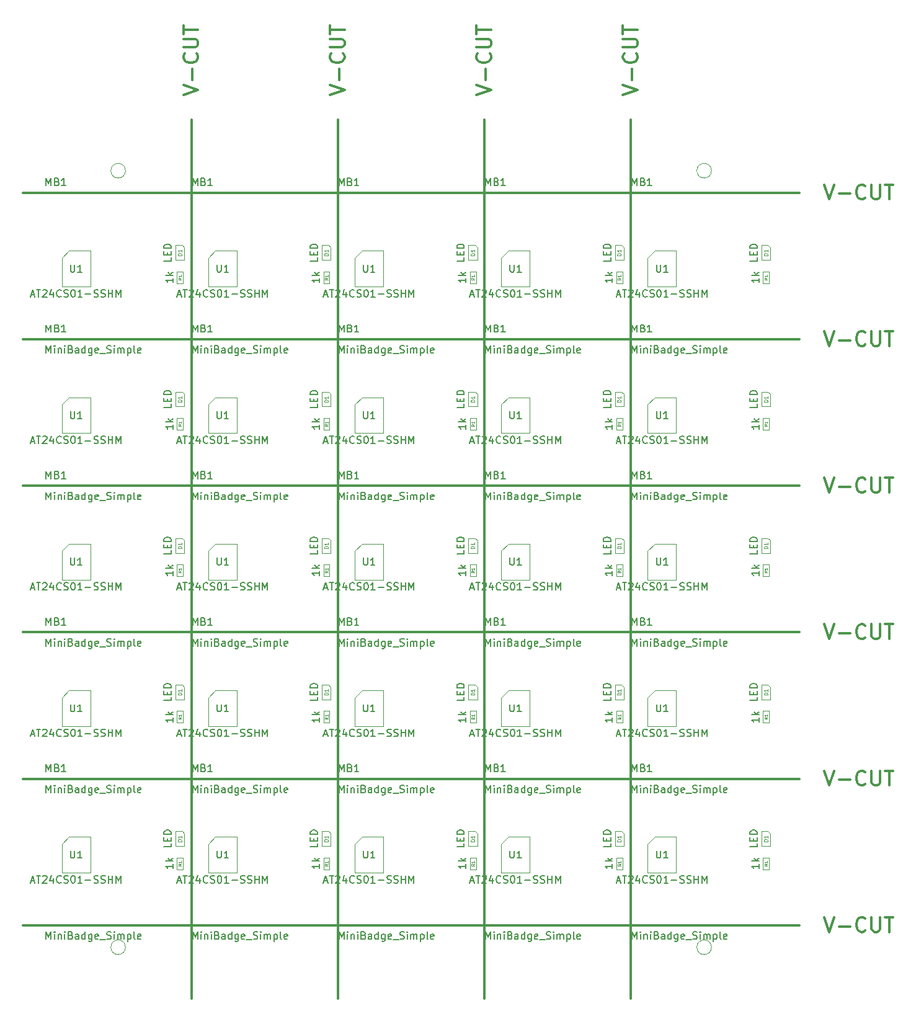
<source format=gbr>
%TF.GenerationSoftware,KiCad,Pcbnew,9.0.1*%
%TF.CreationDate,2025-08-07T10:54:26-06:00*%
%TF.ProjectId,bhc-panel,6268632d-7061-46e6-956c-2e6b69636164,rev?*%
%TF.SameCoordinates,PX5defda0PY9a7ec80*%
%TF.FileFunction,AssemblyDrawing,Top*%
%FSLAX46Y46*%
G04 Gerber Fmt 4.6, Leading zero omitted, Abs format (unit mm)*
G04 Created by KiCad (PCBNEW 9.0.1) date 2025-08-07 10:54:26*
%MOMM*%
%LPD*%
G01*
G04 APERTURE LIST*
%ADD10C,0.300000*%
%ADD11C,0.150000*%
%ADD12C,0.060000*%
%ADD13C,0.080000*%
%ADD14C,0.100000*%
%ADD15C,0.050000*%
G04 APERTURE END LIST*
D10*
X-3000000Y47000000D02*
X103000000Y47000000D01*
X60000000Y117000000D02*
X60000000Y-3000000D01*
X-3000000Y7000000D02*
X103000000Y7000000D01*
X80000000Y117000000D02*
X80000000Y-3000000D01*
X-3000000Y87000000D02*
X103000000Y87000000D01*
X-3000000Y67000000D02*
X103000000Y67000000D01*
X20000000Y117000000D02*
X20000000Y-3000000D01*
X-3000000Y27000000D02*
X103000000Y27000000D01*
X-3000000Y107000000D02*
X103000000Y107000000D01*
X40000000Y117000000D02*
X40000000Y-3000000D01*
X38909638Y120387845D02*
X40909638Y121054511D01*
X40909638Y121054511D02*
X38909638Y121721178D01*
X40147733Y122387845D02*
X40147733Y123911654D01*
X40719161Y126006892D02*
X40814400Y125911654D01*
X40814400Y125911654D02*
X40909638Y125625940D01*
X40909638Y125625940D02*
X40909638Y125435464D01*
X40909638Y125435464D02*
X40814400Y125149749D01*
X40814400Y125149749D02*
X40623923Y124959273D01*
X40623923Y124959273D02*
X40433447Y124864035D01*
X40433447Y124864035D02*
X40052495Y124768797D01*
X40052495Y124768797D02*
X39766780Y124768797D01*
X39766780Y124768797D02*
X39385828Y124864035D01*
X39385828Y124864035D02*
X39195352Y124959273D01*
X39195352Y124959273D02*
X39004876Y125149749D01*
X39004876Y125149749D02*
X38909638Y125435464D01*
X38909638Y125435464D02*
X38909638Y125625940D01*
X38909638Y125625940D02*
X39004876Y125911654D01*
X39004876Y125911654D02*
X39100114Y126006892D01*
X38909638Y126864035D02*
X40528685Y126864035D01*
X40528685Y126864035D02*
X40719161Y126959273D01*
X40719161Y126959273D02*
X40814400Y127054511D01*
X40814400Y127054511D02*
X40909638Y127244987D01*
X40909638Y127244987D02*
X40909638Y127625940D01*
X40909638Y127625940D02*
X40814400Y127816416D01*
X40814400Y127816416D02*
X40719161Y127911654D01*
X40719161Y127911654D02*
X40528685Y128006892D01*
X40528685Y128006892D02*
X38909638Y128006892D01*
X38909638Y128673559D02*
X38909638Y129816416D01*
X40909638Y129244987D02*
X38909638Y129244987D01*
X106387844Y88090362D02*
X107054510Y86090362D01*
X107054510Y86090362D02*
X107721177Y88090362D01*
X108387844Y86852267D02*
X109911654Y86852267D01*
X112006891Y86280839D02*
X111911653Y86185600D01*
X111911653Y86185600D02*
X111625939Y86090362D01*
X111625939Y86090362D02*
X111435463Y86090362D01*
X111435463Y86090362D02*
X111149748Y86185600D01*
X111149748Y86185600D02*
X110959272Y86376077D01*
X110959272Y86376077D02*
X110864034Y86566553D01*
X110864034Y86566553D02*
X110768796Y86947505D01*
X110768796Y86947505D02*
X110768796Y87233220D01*
X110768796Y87233220D02*
X110864034Y87614172D01*
X110864034Y87614172D02*
X110959272Y87804648D01*
X110959272Y87804648D02*
X111149748Y87995124D01*
X111149748Y87995124D02*
X111435463Y88090362D01*
X111435463Y88090362D02*
X111625939Y88090362D01*
X111625939Y88090362D02*
X111911653Y87995124D01*
X111911653Y87995124D02*
X112006891Y87899886D01*
X112864034Y88090362D02*
X112864034Y86471315D01*
X112864034Y86471315D02*
X112959272Y86280839D01*
X112959272Y86280839D02*
X113054510Y86185600D01*
X113054510Y86185600D02*
X113244986Y86090362D01*
X113244986Y86090362D02*
X113625939Y86090362D01*
X113625939Y86090362D02*
X113816415Y86185600D01*
X113816415Y86185600D02*
X113911653Y86280839D01*
X113911653Y86280839D02*
X114006891Y86471315D01*
X114006891Y86471315D02*
X114006891Y88090362D01*
X114673558Y88090362D02*
X115816415Y88090362D01*
X115244986Y86090362D02*
X115244986Y88090362D01*
X106387844Y28090362D02*
X107054510Y26090362D01*
X107054510Y26090362D02*
X107721177Y28090362D01*
X108387844Y26852267D02*
X109911654Y26852267D01*
X112006891Y26280839D02*
X111911653Y26185600D01*
X111911653Y26185600D02*
X111625939Y26090362D01*
X111625939Y26090362D02*
X111435463Y26090362D01*
X111435463Y26090362D02*
X111149748Y26185600D01*
X111149748Y26185600D02*
X110959272Y26376077D01*
X110959272Y26376077D02*
X110864034Y26566553D01*
X110864034Y26566553D02*
X110768796Y26947505D01*
X110768796Y26947505D02*
X110768796Y27233220D01*
X110768796Y27233220D02*
X110864034Y27614172D01*
X110864034Y27614172D02*
X110959272Y27804648D01*
X110959272Y27804648D02*
X111149748Y27995124D01*
X111149748Y27995124D02*
X111435463Y28090362D01*
X111435463Y28090362D02*
X111625939Y28090362D01*
X111625939Y28090362D02*
X111911653Y27995124D01*
X111911653Y27995124D02*
X112006891Y27899886D01*
X112864034Y28090362D02*
X112864034Y26471315D01*
X112864034Y26471315D02*
X112959272Y26280839D01*
X112959272Y26280839D02*
X113054510Y26185600D01*
X113054510Y26185600D02*
X113244986Y26090362D01*
X113244986Y26090362D02*
X113625939Y26090362D01*
X113625939Y26090362D02*
X113816415Y26185600D01*
X113816415Y26185600D02*
X113911653Y26280839D01*
X113911653Y26280839D02*
X114006891Y26471315D01*
X114006891Y26471315D02*
X114006891Y28090362D01*
X114673558Y28090362D02*
X115816415Y28090362D01*
X115244986Y26090362D02*
X115244986Y28090362D01*
X106387844Y8090362D02*
X107054510Y6090362D01*
X107054510Y6090362D02*
X107721177Y8090362D01*
X108387844Y6852267D02*
X109911654Y6852267D01*
X112006891Y6280839D02*
X111911653Y6185600D01*
X111911653Y6185600D02*
X111625939Y6090362D01*
X111625939Y6090362D02*
X111435463Y6090362D01*
X111435463Y6090362D02*
X111149748Y6185600D01*
X111149748Y6185600D02*
X110959272Y6376077D01*
X110959272Y6376077D02*
X110864034Y6566553D01*
X110864034Y6566553D02*
X110768796Y6947505D01*
X110768796Y6947505D02*
X110768796Y7233220D01*
X110768796Y7233220D02*
X110864034Y7614172D01*
X110864034Y7614172D02*
X110959272Y7804648D01*
X110959272Y7804648D02*
X111149748Y7995124D01*
X111149748Y7995124D02*
X111435463Y8090362D01*
X111435463Y8090362D02*
X111625939Y8090362D01*
X111625939Y8090362D02*
X111911653Y7995124D01*
X111911653Y7995124D02*
X112006891Y7899886D01*
X112864034Y8090362D02*
X112864034Y6471315D01*
X112864034Y6471315D02*
X112959272Y6280839D01*
X112959272Y6280839D02*
X113054510Y6185600D01*
X113054510Y6185600D02*
X113244986Y6090362D01*
X113244986Y6090362D02*
X113625939Y6090362D01*
X113625939Y6090362D02*
X113816415Y6185600D01*
X113816415Y6185600D02*
X113911653Y6280839D01*
X113911653Y6280839D02*
X114006891Y6471315D01*
X114006891Y6471315D02*
X114006891Y8090362D01*
X114673558Y8090362D02*
X115816415Y8090362D01*
X115244986Y6090362D02*
X115244986Y8090362D01*
X78909638Y120387845D02*
X80909638Y121054511D01*
X80909638Y121054511D02*
X78909638Y121721178D01*
X80147733Y122387845D02*
X80147733Y123911654D01*
X80719161Y126006892D02*
X80814400Y125911654D01*
X80814400Y125911654D02*
X80909638Y125625940D01*
X80909638Y125625940D02*
X80909638Y125435464D01*
X80909638Y125435464D02*
X80814400Y125149749D01*
X80814400Y125149749D02*
X80623923Y124959273D01*
X80623923Y124959273D02*
X80433447Y124864035D01*
X80433447Y124864035D02*
X80052495Y124768797D01*
X80052495Y124768797D02*
X79766780Y124768797D01*
X79766780Y124768797D02*
X79385828Y124864035D01*
X79385828Y124864035D02*
X79195352Y124959273D01*
X79195352Y124959273D02*
X79004876Y125149749D01*
X79004876Y125149749D02*
X78909638Y125435464D01*
X78909638Y125435464D02*
X78909638Y125625940D01*
X78909638Y125625940D02*
X79004876Y125911654D01*
X79004876Y125911654D02*
X79100114Y126006892D01*
X78909638Y126864035D02*
X80528685Y126864035D01*
X80528685Y126864035D02*
X80719161Y126959273D01*
X80719161Y126959273D02*
X80814400Y127054511D01*
X80814400Y127054511D02*
X80909638Y127244987D01*
X80909638Y127244987D02*
X80909638Y127625940D01*
X80909638Y127625940D02*
X80814400Y127816416D01*
X80814400Y127816416D02*
X80719161Y127911654D01*
X80719161Y127911654D02*
X80528685Y128006892D01*
X80528685Y128006892D02*
X78909638Y128006892D01*
X78909638Y128673559D02*
X78909638Y129816416D01*
X80909638Y129244987D02*
X78909638Y129244987D01*
X106387844Y68090362D02*
X107054510Y66090362D01*
X107054510Y66090362D02*
X107721177Y68090362D01*
X108387844Y66852267D02*
X109911654Y66852267D01*
X112006891Y66280839D02*
X111911653Y66185600D01*
X111911653Y66185600D02*
X111625939Y66090362D01*
X111625939Y66090362D02*
X111435463Y66090362D01*
X111435463Y66090362D02*
X111149748Y66185600D01*
X111149748Y66185600D02*
X110959272Y66376077D01*
X110959272Y66376077D02*
X110864034Y66566553D01*
X110864034Y66566553D02*
X110768796Y66947505D01*
X110768796Y66947505D02*
X110768796Y67233220D01*
X110768796Y67233220D02*
X110864034Y67614172D01*
X110864034Y67614172D02*
X110959272Y67804648D01*
X110959272Y67804648D02*
X111149748Y67995124D01*
X111149748Y67995124D02*
X111435463Y68090362D01*
X111435463Y68090362D02*
X111625939Y68090362D01*
X111625939Y68090362D02*
X111911653Y67995124D01*
X111911653Y67995124D02*
X112006891Y67899886D01*
X112864034Y68090362D02*
X112864034Y66471315D01*
X112864034Y66471315D02*
X112959272Y66280839D01*
X112959272Y66280839D02*
X113054510Y66185600D01*
X113054510Y66185600D02*
X113244986Y66090362D01*
X113244986Y66090362D02*
X113625939Y66090362D01*
X113625939Y66090362D02*
X113816415Y66185600D01*
X113816415Y66185600D02*
X113911653Y66280839D01*
X113911653Y66280839D02*
X114006891Y66471315D01*
X114006891Y66471315D02*
X114006891Y68090362D01*
X114673558Y68090362D02*
X115816415Y68090362D01*
X115244986Y66090362D02*
X115244986Y68090362D01*
X106387844Y48090362D02*
X107054510Y46090362D01*
X107054510Y46090362D02*
X107721177Y48090362D01*
X108387844Y46852267D02*
X109911654Y46852267D01*
X112006891Y46280839D02*
X111911653Y46185600D01*
X111911653Y46185600D02*
X111625939Y46090362D01*
X111625939Y46090362D02*
X111435463Y46090362D01*
X111435463Y46090362D02*
X111149748Y46185600D01*
X111149748Y46185600D02*
X110959272Y46376077D01*
X110959272Y46376077D02*
X110864034Y46566553D01*
X110864034Y46566553D02*
X110768796Y46947505D01*
X110768796Y46947505D02*
X110768796Y47233220D01*
X110768796Y47233220D02*
X110864034Y47614172D01*
X110864034Y47614172D02*
X110959272Y47804648D01*
X110959272Y47804648D02*
X111149748Y47995124D01*
X111149748Y47995124D02*
X111435463Y48090362D01*
X111435463Y48090362D02*
X111625939Y48090362D01*
X111625939Y48090362D02*
X111911653Y47995124D01*
X111911653Y47995124D02*
X112006891Y47899886D01*
X112864034Y48090362D02*
X112864034Y46471315D01*
X112864034Y46471315D02*
X112959272Y46280839D01*
X112959272Y46280839D02*
X113054510Y46185600D01*
X113054510Y46185600D02*
X113244986Y46090362D01*
X113244986Y46090362D02*
X113625939Y46090362D01*
X113625939Y46090362D02*
X113816415Y46185600D01*
X113816415Y46185600D02*
X113911653Y46280839D01*
X113911653Y46280839D02*
X114006891Y46471315D01*
X114006891Y46471315D02*
X114006891Y48090362D01*
X114673558Y48090362D02*
X115816415Y48090362D01*
X115244986Y46090362D02*
X115244986Y48090362D01*
X18909638Y120387845D02*
X20909638Y121054511D01*
X20909638Y121054511D02*
X18909638Y121721178D01*
X20147733Y122387845D02*
X20147733Y123911654D01*
X20719161Y126006892D02*
X20814400Y125911654D01*
X20814400Y125911654D02*
X20909638Y125625940D01*
X20909638Y125625940D02*
X20909638Y125435464D01*
X20909638Y125435464D02*
X20814400Y125149749D01*
X20814400Y125149749D02*
X20623923Y124959273D01*
X20623923Y124959273D02*
X20433447Y124864035D01*
X20433447Y124864035D02*
X20052495Y124768797D01*
X20052495Y124768797D02*
X19766780Y124768797D01*
X19766780Y124768797D02*
X19385828Y124864035D01*
X19385828Y124864035D02*
X19195352Y124959273D01*
X19195352Y124959273D02*
X19004876Y125149749D01*
X19004876Y125149749D02*
X18909638Y125435464D01*
X18909638Y125435464D02*
X18909638Y125625940D01*
X18909638Y125625940D02*
X19004876Y125911654D01*
X19004876Y125911654D02*
X19100114Y126006892D01*
X18909638Y126864035D02*
X20528685Y126864035D01*
X20528685Y126864035D02*
X20719161Y126959273D01*
X20719161Y126959273D02*
X20814400Y127054511D01*
X20814400Y127054511D02*
X20909638Y127244987D01*
X20909638Y127244987D02*
X20909638Y127625940D01*
X20909638Y127625940D02*
X20814400Y127816416D01*
X20814400Y127816416D02*
X20719161Y127911654D01*
X20719161Y127911654D02*
X20528685Y128006892D01*
X20528685Y128006892D02*
X18909638Y128006892D01*
X18909638Y128673559D02*
X18909638Y129816416D01*
X20909638Y129244987D02*
X18909638Y129244987D01*
X58909638Y120387845D02*
X60909638Y121054511D01*
X60909638Y121054511D02*
X58909638Y121721178D01*
X60147733Y122387845D02*
X60147733Y123911654D01*
X60719161Y126006892D02*
X60814400Y125911654D01*
X60814400Y125911654D02*
X60909638Y125625940D01*
X60909638Y125625940D02*
X60909638Y125435464D01*
X60909638Y125435464D02*
X60814400Y125149749D01*
X60814400Y125149749D02*
X60623923Y124959273D01*
X60623923Y124959273D02*
X60433447Y124864035D01*
X60433447Y124864035D02*
X60052495Y124768797D01*
X60052495Y124768797D02*
X59766780Y124768797D01*
X59766780Y124768797D02*
X59385828Y124864035D01*
X59385828Y124864035D02*
X59195352Y124959273D01*
X59195352Y124959273D02*
X59004876Y125149749D01*
X59004876Y125149749D02*
X58909638Y125435464D01*
X58909638Y125435464D02*
X58909638Y125625940D01*
X58909638Y125625940D02*
X59004876Y125911654D01*
X59004876Y125911654D02*
X59100114Y126006892D01*
X58909638Y126864035D02*
X60528685Y126864035D01*
X60528685Y126864035D02*
X60719161Y126959273D01*
X60719161Y126959273D02*
X60814400Y127054511D01*
X60814400Y127054511D02*
X60909638Y127244987D01*
X60909638Y127244987D02*
X60909638Y127625940D01*
X60909638Y127625940D02*
X60814400Y127816416D01*
X60814400Y127816416D02*
X60719161Y127911654D01*
X60719161Y127911654D02*
X60528685Y128006892D01*
X60528685Y128006892D02*
X58909638Y128006892D01*
X58909638Y128673559D02*
X58909638Y129816416D01*
X60909638Y129244987D02*
X58909638Y129244987D01*
X106387844Y108090362D02*
X107054510Y106090362D01*
X107054510Y106090362D02*
X107721177Y108090362D01*
X108387844Y106852267D02*
X109911654Y106852267D01*
X112006891Y106280839D02*
X111911653Y106185600D01*
X111911653Y106185600D02*
X111625939Y106090362D01*
X111625939Y106090362D02*
X111435463Y106090362D01*
X111435463Y106090362D02*
X111149748Y106185600D01*
X111149748Y106185600D02*
X110959272Y106376077D01*
X110959272Y106376077D02*
X110864034Y106566553D01*
X110864034Y106566553D02*
X110768796Y106947505D01*
X110768796Y106947505D02*
X110768796Y107233220D01*
X110768796Y107233220D02*
X110864034Y107614172D01*
X110864034Y107614172D02*
X110959272Y107804648D01*
X110959272Y107804648D02*
X111149748Y107995124D01*
X111149748Y107995124D02*
X111435463Y108090362D01*
X111435463Y108090362D02*
X111625939Y108090362D01*
X111625939Y108090362D02*
X111911653Y107995124D01*
X111911653Y107995124D02*
X112006891Y107899886D01*
X112864034Y108090362D02*
X112864034Y106471315D01*
X112864034Y106471315D02*
X112959272Y106280839D01*
X112959272Y106280839D02*
X113054510Y106185600D01*
X113054510Y106185600D02*
X113244986Y106090362D01*
X113244986Y106090362D02*
X113625939Y106090362D01*
X113625939Y106090362D02*
X113816415Y106185600D01*
X113816415Y106185600D02*
X113911653Y106280839D01*
X113911653Y106280839D02*
X114006891Y106471315D01*
X114006891Y106471315D02*
X114006891Y108090362D01*
X114673558Y108090362D02*
X115816415Y108090362D01*
X115244986Y106090362D02*
X115244986Y108090362D01*
D11*
X17469819Y15325953D02*
X17469819Y14754525D01*
X17469819Y15040239D02*
X16469819Y15040239D01*
X16469819Y15040239D02*
X16612676Y14945001D01*
X16612676Y14945001D02*
X16707914Y14849763D01*
X16707914Y14849763D02*
X16755533Y14754525D01*
X17469819Y15754525D02*
X16469819Y15754525D01*
X17088866Y15849763D02*
X17469819Y16135477D01*
X16803152Y16135477D02*
X17184104Y15754525D01*
D12*
X18626927Y15378334D02*
X18436451Y15245001D01*
X18626927Y15149763D02*
X18226927Y15149763D01*
X18226927Y15149763D02*
X18226927Y15302144D01*
X18226927Y15302144D02*
X18245975Y15340239D01*
X18245975Y15340239D02*
X18265022Y15359286D01*
X18265022Y15359286D02*
X18303118Y15378334D01*
X18303118Y15378334D02*
X18360260Y15378334D01*
X18360260Y15378334D02*
X18398356Y15359286D01*
X18398356Y15359286D02*
X18417403Y15340239D01*
X18417403Y15340239D02*
X18436451Y15302144D01*
X18436451Y15302144D02*
X18436451Y15149763D01*
X18626927Y15759286D02*
X18626927Y15530715D01*
X18626927Y15645001D02*
X18226927Y15645001D01*
X18226927Y15645001D02*
X18284070Y15606905D01*
X18284070Y15606905D02*
X18322165Y15568810D01*
X18322165Y15568810D02*
X18341213Y15530715D01*
D11*
X57229819Y38179643D02*
X57229819Y37703453D01*
X57229819Y37703453D02*
X56229819Y37703453D01*
X56706009Y38512977D02*
X56706009Y38846310D01*
X57229819Y38989167D02*
X57229819Y38512977D01*
X57229819Y38512977D02*
X56229819Y38512977D01*
X56229819Y38512977D02*
X56229819Y38989167D01*
X57229819Y39417739D02*
X56229819Y39417739D01*
X56229819Y39417739D02*
X56229819Y39655834D01*
X56229819Y39655834D02*
X56277438Y39798691D01*
X56277438Y39798691D02*
X56372676Y39893929D01*
X56372676Y39893929D02*
X56467914Y39941548D01*
X56467914Y39941548D02*
X56658390Y39989167D01*
X56658390Y39989167D02*
X56801247Y39989167D01*
X56801247Y39989167D02*
X56991723Y39941548D01*
X56991723Y39941548D02*
X57086961Y39893929D01*
X57086961Y39893929D02*
X57182200Y39798691D01*
X57182200Y39798691D02*
X57229819Y39655834D01*
X57229819Y39655834D02*
X57229819Y39417739D01*
D13*
X58652149Y38453453D02*
X58152149Y38453453D01*
X58152149Y38453453D02*
X58152149Y38572501D01*
X58152149Y38572501D02*
X58175959Y38643929D01*
X58175959Y38643929D02*
X58223578Y38691548D01*
X58223578Y38691548D02*
X58271197Y38715358D01*
X58271197Y38715358D02*
X58366435Y38739167D01*
X58366435Y38739167D02*
X58437863Y38739167D01*
X58437863Y38739167D02*
X58533101Y38715358D01*
X58533101Y38715358D02*
X58580720Y38691548D01*
X58580720Y38691548D02*
X58628340Y38643929D01*
X58628340Y38643929D02*
X58652149Y38572501D01*
X58652149Y38572501D02*
X58652149Y38453453D01*
X58652149Y39215358D02*
X58652149Y38929644D01*
X58652149Y39072501D02*
X58152149Y39072501D01*
X58152149Y39072501D02*
X58223578Y39024882D01*
X58223578Y39024882D02*
X58271197Y38977263D01*
X58271197Y38977263D02*
X58295006Y38929644D01*
D11*
X37469819Y75325953D02*
X37469819Y74754525D01*
X37469819Y75040239D02*
X36469819Y75040239D01*
X36469819Y75040239D02*
X36612676Y74945001D01*
X36612676Y74945001D02*
X36707914Y74849763D01*
X36707914Y74849763D02*
X36755533Y74754525D01*
X37469819Y75754525D02*
X36469819Y75754525D01*
X37088866Y75849763D02*
X37469819Y76135477D01*
X36803152Y76135477D02*
X37184104Y75754525D01*
D12*
X38626927Y75378334D02*
X38436451Y75245001D01*
X38626927Y75149763D02*
X38226927Y75149763D01*
X38226927Y75149763D02*
X38226927Y75302144D01*
X38226927Y75302144D02*
X38245975Y75340239D01*
X38245975Y75340239D02*
X38265022Y75359286D01*
X38265022Y75359286D02*
X38303118Y75378334D01*
X38303118Y75378334D02*
X38360260Y75378334D01*
X38360260Y75378334D02*
X38398356Y75359286D01*
X38398356Y75359286D02*
X38417403Y75340239D01*
X38417403Y75340239D02*
X38436451Y75302144D01*
X38436451Y75302144D02*
X38436451Y75149763D01*
X38626927Y75759286D02*
X38626927Y75530715D01*
X38626927Y75645001D02*
X38226927Y75645001D01*
X38226927Y75645001D02*
X38284070Y75606905D01*
X38284070Y75606905D02*
X38322165Y75568810D01*
X38322165Y75568810D02*
X38341213Y75530715D01*
D11*
X18083333Y73050896D02*
X18559523Y73050896D01*
X17988095Y72765181D02*
X18321428Y73765181D01*
X18321428Y73765181D02*
X18654761Y72765181D01*
X18845238Y73765181D02*
X19416666Y73765181D01*
X19130952Y72765181D02*
X19130952Y73765181D01*
X19702381Y73669943D02*
X19750000Y73717562D01*
X19750000Y73717562D02*
X19845238Y73765181D01*
X19845238Y73765181D02*
X20083333Y73765181D01*
X20083333Y73765181D02*
X20178571Y73717562D01*
X20178571Y73717562D02*
X20226190Y73669943D01*
X20226190Y73669943D02*
X20273809Y73574705D01*
X20273809Y73574705D02*
X20273809Y73479467D01*
X20273809Y73479467D02*
X20226190Y73336610D01*
X20226190Y73336610D02*
X19654762Y72765181D01*
X19654762Y72765181D02*
X20273809Y72765181D01*
X21130952Y73431848D02*
X21130952Y72765181D01*
X20892857Y73812800D02*
X20654762Y73098515D01*
X20654762Y73098515D02*
X21273809Y73098515D01*
X22226190Y72860420D02*
X22178571Y72812800D01*
X22178571Y72812800D02*
X22035714Y72765181D01*
X22035714Y72765181D02*
X21940476Y72765181D01*
X21940476Y72765181D02*
X21797619Y72812800D01*
X21797619Y72812800D02*
X21702381Y72908039D01*
X21702381Y72908039D02*
X21654762Y73003277D01*
X21654762Y73003277D02*
X21607143Y73193753D01*
X21607143Y73193753D02*
X21607143Y73336610D01*
X21607143Y73336610D02*
X21654762Y73527086D01*
X21654762Y73527086D02*
X21702381Y73622324D01*
X21702381Y73622324D02*
X21797619Y73717562D01*
X21797619Y73717562D02*
X21940476Y73765181D01*
X21940476Y73765181D02*
X22035714Y73765181D01*
X22035714Y73765181D02*
X22178571Y73717562D01*
X22178571Y73717562D02*
X22226190Y73669943D01*
X22607143Y72812800D02*
X22750000Y72765181D01*
X22750000Y72765181D02*
X22988095Y72765181D01*
X22988095Y72765181D02*
X23083333Y72812800D01*
X23083333Y72812800D02*
X23130952Y72860420D01*
X23130952Y72860420D02*
X23178571Y72955658D01*
X23178571Y72955658D02*
X23178571Y73050896D01*
X23178571Y73050896D02*
X23130952Y73146134D01*
X23130952Y73146134D02*
X23083333Y73193753D01*
X23083333Y73193753D02*
X22988095Y73241372D01*
X22988095Y73241372D02*
X22797619Y73288991D01*
X22797619Y73288991D02*
X22702381Y73336610D01*
X22702381Y73336610D02*
X22654762Y73384229D01*
X22654762Y73384229D02*
X22607143Y73479467D01*
X22607143Y73479467D02*
X22607143Y73574705D01*
X22607143Y73574705D02*
X22654762Y73669943D01*
X22654762Y73669943D02*
X22702381Y73717562D01*
X22702381Y73717562D02*
X22797619Y73765181D01*
X22797619Y73765181D02*
X23035714Y73765181D01*
X23035714Y73765181D02*
X23178571Y73717562D01*
X23797619Y73765181D02*
X23892857Y73765181D01*
X23892857Y73765181D02*
X23988095Y73717562D01*
X23988095Y73717562D02*
X24035714Y73669943D01*
X24035714Y73669943D02*
X24083333Y73574705D01*
X24083333Y73574705D02*
X24130952Y73384229D01*
X24130952Y73384229D02*
X24130952Y73146134D01*
X24130952Y73146134D02*
X24083333Y72955658D01*
X24083333Y72955658D02*
X24035714Y72860420D01*
X24035714Y72860420D02*
X23988095Y72812800D01*
X23988095Y72812800D02*
X23892857Y72765181D01*
X23892857Y72765181D02*
X23797619Y72765181D01*
X23797619Y72765181D02*
X23702381Y72812800D01*
X23702381Y72812800D02*
X23654762Y72860420D01*
X23654762Y72860420D02*
X23607143Y72955658D01*
X23607143Y72955658D02*
X23559524Y73146134D01*
X23559524Y73146134D02*
X23559524Y73384229D01*
X23559524Y73384229D02*
X23607143Y73574705D01*
X23607143Y73574705D02*
X23654762Y73669943D01*
X23654762Y73669943D02*
X23702381Y73717562D01*
X23702381Y73717562D02*
X23797619Y73765181D01*
X25083333Y72765181D02*
X24511905Y72765181D01*
X24797619Y72765181D02*
X24797619Y73765181D01*
X24797619Y73765181D02*
X24702381Y73622324D01*
X24702381Y73622324D02*
X24607143Y73527086D01*
X24607143Y73527086D02*
X24511905Y73479467D01*
X25511905Y73146134D02*
X26273810Y73146134D01*
X26702381Y72812800D02*
X26845238Y72765181D01*
X26845238Y72765181D02*
X27083333Y72765181D01*
X27083333Y72765181D02*
X27178571Y72812800D01*
X27178571Y72812800D02*
X27226190Y72860420D01*
X27226190Y72860420D02*
X27273809Y72955658D01*
X27273809Y72955658D02*
X27273809Y73050896D01*
X27273809Y73050896D02*
X27226190Y73146134D01*
X27226190Y73146134D02*
X27178571Y73193753D01*
X27178571Y73193753D02*
X27083333Y73241372D01*
X27083333Y73241372D02*
X26892857Y73288991D01*
X26892857Y73288991D02*
X26797619Y73336610D01*
X26797619Y73336610D02*
X26750000Y73384229D01*
X26750000Y73384229D02*
X26702381Y73479467D01*
X26702381Y73479467D02*
X26702381Y73574705D01*
X26702381Y73574705D02*
X26750000Y73669943D01*
X26750000Y73669943D02*
X26797619Y73717562D01*
X26797619Y73717562D02*
X26892857Y73765181D01*
X26892857Y73765181D02*
X27130952Y73765181D01*
X27130952Y73765181D02*
X27273809Y73717562D01*
X27654762Y72812800D02*
X27797619Y72765181D01*
X27797619Y72765181D02*
X28035714Y72765181D01*
X28035714Y72765181D02*
X28130952Y72812800D01*
X28130952Y72812800D02*
X28178571Y72860420D01*
X28178571Y72860420D02*
X28226190Y72955658D01*
X28226190Y72955658D02*
X28226190Y73050896D01*
X28226190Y73050896D02*
X28178571Y73146134D01*
X28178571Y73146134D02*
X28130952Y73193753D01*
X28130952Y73193753D02*
X28035714Y73241372D01*
X28035714Y73241372D02*
X27845238Y73288991D01*
X27845238Y73288991D02*
X27750000Y73336610D01*
X27750000Y73336610D02*
X27702381Y73384229D01*
X27702381Y73384229D02*
X27654762Y73479467D01*
X27654762Y73479467D02*
X27654762Y73574705D01*
X27654762Y73574705D02*
X27702381Y73669943D01*
X27702381Y73669943D02*
X27750000Y73717562D01*
X27750000Y73717562D02*
X27845238Y73765181D01*
X27845238Y73765181D02*
X28083333Y73765181D01*
X28083333Y73765181D02*
X28226190Y73717562D01*
X28654762Y72765181D02*
X28654762Y73765181D01*
X28654762Y73288991D02*
X29226190Y73288991D01*
X29226190Y72765181D02*
X29226190Y73765181D01*
X29702381Y72765181D02*
X29702381Y73765181D01*
X29702381Y73765181D02*
X30035714Y73050896D01*
X30035714Y73050896D02*
X30369047Y73765181D01*
X30369047Y73765181D02*
X30369047Y72765181D01*
X23503333Y77154434D02*
X23503333Y76361100D01*
X23503333Y76361100D02*
X23550000Y76267767D01*
X23550000Y76267767D02*
X23596666Y76221100D01*
X23596666Y76221100D02*
X23690000Y76174434D01*
X23690000Y76174434D02*
X23876666Y76174434D01*
X23876666Y76174434D02*
X23970000Y76221100D01*
X23970000Y76221100D02*
X24016666Y76267767D01*
X24016666Y76267767D02*
X24063333Y76361100D01*
X24063333Y76361100D02*
X24063333Y77154434D01*
X25043333Y76174434D02*
X24483333Y76174434D01*
X24763333Y76174434D02*
X24763333Y77154434D01*
X24763333Y77154434D02*
X24670000Y77014434D01*
X24670000Y77014434D02*
X24576667Y76921100D01*
X24576667Y76921100D02*
X24483333Y76874434D01*
X57469819Y55325953D02*
X57469819Y54754525D01*
X57469819Y55040239D02*
X56469819Y55040239D01*
X56469819Y55040239D02*
X56612676Y54945001D01*
X56612676Y54945001D02*
X56707914Y54849763D01*
X56707914Y54849763D02*
X56755533Y54754525D01*
X57469819Y55754525D02*
X56469819Y55754525D01*
X57088866Y55849763D02*
X57469819Y56135477D01*
X56803152Y56135477D02*
X57184104Y55754525D01*
D12*
X58626927Y55378334D02*
X58436451Y55245001D01*
X58626927Y55149763D02*
X58226927Y55149763D01*
X58226927Y55149763D02*
X58226927Y55302144D01*
X58226927Y55302144D02*
X58245975Y55340239D01*
X58245975Y55340239D02*
X58265022Y55359286D01*
X58265022Y55359286D02*
X58303118Y55378334D01*
X58303118Y55378334D02*
X58360260Y55378334D01*
X58360260Y55378334D02*
X58398356Y55359286D01*
X58398356Y55359286D02*
X58417403Y55340239D01*
X58417403Y55340239D02*
X58436451Y55302144D01*
X58436451Y55302144D02*
X58436451Y55149763D01*
X58626927Y55759286D02*
X58626927Y55530715D01*
X58626927Y55645001D02*
X58226927Y55645001D01*
X58226927Y55645001D02*
X58284070Y55606905D01*
X58284070Y55606905D02*
X58322165Y55568810D01*
X58322165Y55568810D02*
X58341213Y55530715D01*
D11*
X17469819Y35325953D02*
X17469819Y34754525D01*
X17469819Y35040239D02*
X16469819Y35040239D01*
X16469819Y35040239D02*
X16612676Y34945001D01*
X16612676Y34945001D02*
X16707914Y34849763D01*
X16707914Y34849763D02*
X16755533Y34754525D01*
X17469819Y35754525D02*
X16469819Y35754525D01*
X17088866Y35849763D02*
X17469819Y36135477D01*
X16803152Y36135477D02*
X17184104Y35754525D01*
D12*
X18626927Y35378334D02*
X18436451Y35245001D01*
X18626927Y35149763D02*
X18226927Y35149763D01*
X18226927Y35149763D02*
X18226927Y35302144D01*
X18226927Y35302144D02*
X18245975Y35340239D01*
X18245975Y35340239D02*
X18265022Y35359286D01*
X18265022Y35359286D02*
X18303118Y35378334D01*
X18303118Y35378334D02*
X18360260Y35378334D01*
X18360260Y35378334D02*
X18398356Y35359286D01*
X18398356Y35359286D02*
X18417403Y35340239D01*
X18417403Y35340239D02*
X18436451Y35302144D01*
X18436451Y35302144D02*
X18436451Y35149763D01*
X18626927Y35759286D02*
X18626927Y35530715D01*
X18626927Y35645001D02*
X18226927Y35645001D01*
X18226927Y35645001D02*
X18284070Y35606905D01*
X18284070Y35606905D02*
X18322165Y35568810D01*
X18322165Y35568810D02*
X18341213Y35530715D01*
D11*
X37469819Y95325953D02*
X37469819Y94754525D01*
X37469819Y95040239D02*
X36469819Y95040239D01*
X36469819Y95040239D02*
X36612676Y94945001D01*
X36612676Y94945001D02*
X36707914Y94849763D01*
X36707914Y94849763D02*
X36755533Y94754525D01*
X37469819Y95754525D02*
X36469819Y95754525D01*
X37088866Y95849763D02*
X37469819Y96135477D01*
X36803152Y96135477D02*
X37184104Y95754525D01*
D12*
X38626927Y95378334D02*
X38436451Y95245001D01*
X38626927Y95149763D02*
X38226927Y95149763D01*
X38226927Y95149763D02*
X38226927Y95302144D01*
X38226927Y95302144D02*
X38245975Y95340239D01*
X38245975Y95340239D02*
X38265022Y95359286D01*
X38265022Y95359286D02*
X38303118Y95378334D01*
X38303118Y95378334D02*
X38360260Y95378334D01*
X38360260Y95378334D02*
X38398356Y95359286D01*
X38398356Y95359286D02*
X38417403Y95340239D01*
X38417403Y95340239D02*
X38436451Y95302144D01*
X38436451Y95302144D02*
X38436451Y95149763D01*
X38626927Y95759286D02*
X38626927Y95530715D01*
X38626927Y95645001D02*
X38226927Y95645001D01*
X38226927Y95645001D02*
X38284070Y95606905D01*
X38284070Y95606905D02*
X38322165Y95568810D01*
X38322165Y95568810D02*
X38341213Y95530715D01*
D11*
X97469819Y55325953D02*
X97469819Y54754525D01*
X97469819Y55040239D02*
X96469819Y55040239D01*
X96469819Y55040239D02*
X96612676Y54945001D01*
X96612676Y54945001D02*
X96707914Y54849763D01*
X96707914Y54849763D02*
X96755533Y54754525D01*
X97469819Y55754525D02*
X96469819Y55754525D01*
X97088866Y55849763D02*
X97469819Y56135477D01*
X96803152Y56135477D02*
X97184104Y55754525D01*
D12*
X98626927Y55378334D02*
X98436451Y55245001D01*
X98626927Y55149763D02*
X98226927Y55149763D01*
X98226927Y55149763D02*
X98226927Y55302144D01*
X98226927Y55302144D02*
X98245975Y55340239D01*
X98245975Y55340239D02*
X98265022Y55359286D01*
X98265022Y55359286D02*
X98303118Y55378334D01*
X98303118Y55378334D02*
X98360260Y55378334D01*
X98360260Y55378334D02*
X98398356Y55359286D01*
X98398356Y55359286D02*
X98417403Y55340239D01*
X98417403Y55340239D02*
X98436451Y55302144D01*
X98436451Y55302144D02*
X98436451Y55149763D01*
X98626927Y55759286D02*
X98626927Y55530715D01*
X98626927Y55645001D02*
X98226927Y55645001D01*
X98226927Y55645001D02*
X98284070Y55606905D01*
X98284070Y55606905D02*
X98322165Y55568810D01*
X98322165Y55568810D02*
X98341213Y55530715D01*
D11*
X176779Y65115181D02*
X176779Y66115181D01*
X176779Y66115181D02*
X510112Y65400896D01*
X510112Y65400896D02*
X843445Y66115181D01*
X843445Y66115181D02*
X843445Y65115181D01*
X1319636Y65115181D02*
X1319636Y65781848D01*
X1319636Y66115181D02*
X1272017Y66067562D01*
X1272017Y66067562D02*
X1319636Y66019943D01*
X1319636Y66019943D02*
X1367255Y66067562D01*
X1367255Y66067562D02*
X1319636Y66115181D01*
X1319636Y66115181D02*
X1319636Y66019943D01*
X1795826Y65781848D02*
X1795826Y65115181D01*
X1795826Y65686610D02*
X1843445Y65734229D01*
X1843445Y65734229D02*
X1938683Y65781848D01*
X1938683Y65781848D02*
X2081540Y65781848D01*
X2081540Y65781848D02*
X2176778Y65734229D01*
X2176778Y65734229D02*
X2224397Y65638991D01*
X2224397Y65638991D02*
X2224397Y65115181D01*
X2700588Y65115181D02*
X2700588Y65781848D01*
X2700588Y66115181D02*
X2652969Y66067562D01*
X2652969Y66067562D02*
X2700588Y66019943D01*
X2700588Y66019943D02*
X2748207Y66067562D01*
X2748207Y66067562D02*
X2700588Y66115181D01*
X2700588Y66115181D02*
X2700588Y66019943D01*
X3510111Y65638991D02*
X3652968Y65591372D01*
X3652968Y65591372D02*
X3700587Y65543753D01*
X3700587Y65543753D02*
X3748206Y65448515D01*
X3748206Y65448515D02*
X3748206Y65305658D01*
X3748206Y65305658D02*
X3700587Y65210420D01*
X3700587Y65210420D02*
X3652968Y65162800D01*
X3652968Y65162800D02*
X3557730Y65115181D01*
X3557730Y65115181D02*
X3176778Y65115181D01*
X3176778Y65115181D02*
X3176778Y66115181D01*
X3176778Y66115181D02*
X3510111Y66115181D01*
X3510111Y66115181D02*
X3605349Y66067562D01*
X3605349Y66067562D02*
X3652968Y66019943D01*
X3652968Y66019943D02*
X3700587Y65924705D01*
X3700587Y65924705D02*
X3700587Y65829467D01*
X3700587Y65829467D02*
X3652968Y65734229D01*
X3652968Y65734229D02*
X3605349Y65686610D01*
X3605349Y65686610D02*
X3510111Y65638991D01*
X3510111Y65638991D02*
X3176778Y65638991D01*
X4605349Y65115181D02*
X4605349Y65638991D01*
X4605349Y65638991D02*
X4557730Y65734229D01*
X4557730Y65734229D02*
X4462492Y65781848D01*
X4462492Y65781848D02*
X4272016Y65781848D01*
X4272016Y65781848D02*
X4176778Y65734229D01*
X4605349Y65162800D02*
X4510111Y65115181D01*
X4510111Y65115181D02*
X4272016Y65115181D01*
X4272016Y65115181D02*
X4176778Y65162800D01*
X4176778Y65162800D02*
X4129159Y65258039D01*
X4129159Y65258039D02*
X4129159Y65353277D01*
X4129159Y65353277D02*
X4176778Y65448515D01*
X4176778Y65448515D02*
X4272016Y65496134D01*
X4272016Y65496134D02*
X4510111Y65496134D01*
X4510111Y65496134D02*
X4605349Y65543753D01*
X5510111Y65115181D02*
X5510111Y66115181D01*
X5510111Y65162800D02*
X5414873Y65115181D01*
X5414873Y65115181D02*
X5224397Y65115181D01*
X5224397Y65115181D02*
X5129159Y65162800D01*
X5129159Y65162800D02*
X5081540Y65210420D01*
X5081540Y65210420D02*
X5033921Y65305658D01*
X5033921Y65305658D02*
X5033921Y65591372D01*
X5033921Y65591372D02*
X5081540Y65686610D01*
X5081540Y65686610D02*
X5129159Y65734229D01*
X5129159Y65734229D02*
X5224397Y65781848D01*
X5224397Y65781848D02*
X5414873Y65781848D01*
X5414873Y65781848D02*
X5510111Y65734229D01*
X6414873Y65781848D02*
X6414873Y64972324D01*
X6414873Y64972324D02*
X6367254Y64877086D01*
X6367254Y64877086D02*
X6319635Y64829467D01*
X6319635Y64829467D02*
X6224397Y64781848D01*
X6224397Y64781848D02*
X6081540Y64781848D01*
X6081540Y64781848D02*
X5986302Y64829467D01*
X6414873Y65162800D02*
X6319635Y65115181D01*
X6319635Y65115181D02*
X6129159Y65115181D01*
X6129159Y65115181D02*
X6033921Y65162800D01*
X6033921Y65162800D02*
X5986302Y65210420D01*
X5986302Y65210420D02*
X5938683Y65305658D01*
X5938683Y65305658D02*
X5938683Y65591372D01*
X5938683Y65591372D02*
X5986302Y65686610D01*
X5986302Y65686610D02*
X6033921Y65734229D01*
X6033921Y65734229D02*
X6129159Y65781848D01*
X6129159Y65781848D02*
X6319635Y65781848D01*
X6319635Y65781848D02*
X6414873Y65734229D01*
X7272016Y65162800D02*
X7176778Y65115181D01*
X7176778Y65115181D02*
X6986302Y65115181D01*
X6986302Y65115181D02*
X6891064Y65162800D01*
X6891064Y65162800D02*
X6843445Y65258039D01*
X6843445Y65258039D02*
X6843445Y65638991D01*
X6843445Y65638991D02*
X6891064Y65734229D01*
X6891064Y65734229D02*
X6986302Y65781848D01*
X6986302Y65781848D02*
X7176778Y65781848D01*
X7176778Y65781848D02*
X7272016Y65734229D01*
X7272016Y65734229D02*
X7319635Y65638991D01*
X7319635Y65638991D02*
X7319635Y65543753D01*
X7319635Y65543753D02*
X6843445Y65448515D01*
X7510112Y65019943D02*
X8272016Y65019943D01*
X8462493Y65162800D02*
X8605350Y65115181D01*
X8605350Y65115181D02*
X8843445Y65115181D01*
X8843445Y65115181D02*
X8938683Y65162800D01*
X8938683Y65162800D02*
X8986302Y65210420D01*
X8986302Y65210420D02*
X9033921Y65305658D01*
X9033921Y65305658D02*
X9033921Y65400896D01*
X9033921Y65400896D02*
X8986302Y65496134D01*
X8986302Y65496134D02*
X8938683Y65543753D01*
X8938683Y65543753D02*
X8843445Y65591372D01*
X8843445Y65591372D02*
X8652969Y65638991D01*
X8652969Y65638991D02*
X8557731Y65686610D01*
X8557731Y65686610D02*
X8510112Y65734229D01*
X8510112Y65734229D02*
X8462493Y65829467D01*
X8462493Y65829467D02*
X8462493Y65924705D01*
X8462493Y65924705D02*
X8510112Y66019943D01*
X8510112Y66019943D02*
X8557731Y66067562D01*
X8557731Y66067562D02*
X8652969Y66115181D01*
X8652969Y66115181D02*
X8891064Y66115181D01*
X8891064Y66115181D02*
X9033921Y66067562D01*
X9462493Y65115181D02*
X9462493Y65781848D01*
X9462493Y66115181D02*
X9414874Y66067562D01*
X9414874Y66067562D02*
X9462493Y66019943D01*
X9462493Y66019943D02*
X9510112Y66067562D01*
X9510112Y66067562D02*
X9462493Y66115181D01*
X9462493Y66115181D02*
X9462493Y66019943D01*
X9938683Y65115181D02*
X9938683Y65781848D01*
X9938683Y65686610D02*
X9986302Y65734229D01*
X9986302Y65734229D02*
X10081540Y65781848D01*
X10081540Y65781848D02*
X10224397Y65781848D01*
X10224397Y65781848D02*
X10319635Y65734229D01*
X10319635Y65734229D02*
X10367254Y65638991D01*
X10367254Y65638991D02*
X10367254Y65115181D01*
X10367254Y65638991D02*
X10414873Y65734229D01*
X10414873Y65734229D02*
X10510111Y65781848D01*
X10510111Y65781848D02*
X10652968Y65781848D01*
X10652968Y65781848D02*
X10748207Y65734229D01*
X10748207Y65734229D02*
X10795826Y65638991D01*
X10795826Y65638991D02*
X10795826Y65115181D01*
X11272016Y65781848D02*
X11272016Y64781848D01*
X11272016Y65734229D02*
X11367254Y65781848D01*
X11367254Y65781848D02*
X11557730Y65781848D01*
X11557730Y65781848D02*
X11652968Y65734229D01*
X11652968Y65734229D02*
X11700587Y65686610D01*
X11700587Y65686610D02*
X11748206Y65591372D01*
X11748206Y65591372D02*
X11748206Y65305658D01*
X11748206Y65305658D02*
X11700587Y65210420D01*
X11700587Y65210420D02*
X11652968Y65162800D01*
X11652968Y65162800D02*
X11557730Y65115181D01*
X11557730Y65115181D02*
X11367254Y65115181D01*
X11367254Y65115181D02*
X11272016Y65162800D01*
X12319635Y65115181D02*
X12224397Y65162800D01*
X12224397Y65162800D02*
X12176778Y65258039D01*
X12176778Y65258039D02*
X12176778Y66115181D01*
X13081540Y65162800D02*
X12986302Y65115181D01*
X12986302Y65115181D02*
X12795826Y65115181D01*
X12795826Y65115181D02*
X12700588Y65162800D01*
X12700588Y65162800D02*
X12652969Y65258039D01*
X12652969Y65258039D02*
X12652969Y65638991D01*
X12652969Y65638991D02*
X12700588Y65734229D01*
X12700588Y65734229D02*
X12795826Y65781848D01*
X12795826Y65781848D02*
X12986302Y65781848D01*
X12986302Y65781848D02*
X13081540Y65734229D01*
X13081540Y65734229D02*
X13129159Y65638991D01*
X13129159Y65638991D02*
X13129159Y65543753D01*
X13129159Y65543753D02*
X12652969Y65448515D01*
X176779Y87975181D02*
X176779Y88975181D01*
X176779Y88975181D02*
X510112Y88260896D01*
X510112Y88260896D02*
X843445Y88975181D01*
X843445Y88975181D02*
X843445Y87975181D01*
X1652969Y88498991D02*
X1795826Y88451372D01*
X1795826Y88451372D02*
X1843445Y88403753D01*
X1843445Y88403753D02*
X1891064Y88308515D01*
X1891064Y88308515D02*
X1891064Y88165658D01*
X1891064Y88165658D02*
X1843445Y88070420D01*
X1843445Y88070420D02*
X1795826Y88022800D01*
X1795826Y88022800D02*
X1700588Y87975181D01*
X1700588Y87975181D02*
X1319636Y87975181D01*
X1319636Y87975181D02*
X1319636Y88975181D01*
X1319636Y88975181D02*
X1652969Y88975181D01*
X1652969Y88975181D02*
X1748207Y88927562D01*
X1748207Y88927562D02*
X1795826Y88879943D01*
X1795826Y88879943D02*
X1843445Y88784705D01*
X1843445Y88784705D02*
X1843445Y88689467D01*
X1843445Y88689467D02*
X1795826Y88594229D01*
X1795826Y88594229D02*
X1748207Y88546610D01*
X1748207Y88546610D02*
X1652969Y88498991D01*
X1652969Y88498991D02*
X1319636Y88498991D01*
X2843445Y87975181D02*
X2272017Y87975181D01*
X2557731Y87975181D02*
X2557731Y88975181D01*
X2557731Y88975181D02*
X2462493Y88832324D01*
X2462493Y88832324D02*
X2367255Y88737086D01*
X2367255Y88737086D02*
X2272017Y88689467D01*
X17229819Y58179643D02*
X17229819Y57703453D01*
X17229819Y57703453D02*
X16229819Y57703453D01*
X16706009Y58512977D02*
X16706009Y58846310D01*
X17229819Y58989167D02*
X17229819Y58512977D01*
X17229819Y58512977D02*
X16229819Y58512977D01*
X16229819Y58512977D02*
X16229819Y58989167D01*
X17229819Y59417739D02*
X16229819Y59417739D01*
X16229819Y59417739D02*
X16229819Y59655834D01*
X16229819Y59655834D02*
X16277438Y59798691D01*
X16277438Y59798691D02*
X16372676Y59893929D01*
X16372676Y59893929D02*
X16467914Y59941548D01*
X16467914Y59941548D02*
X16658390Y59989167D01*
X16658390Y59989167D02*
X16801247Y59989167D01*
X16801247Y59989167D02*
X16991723Y59941548D01*
X16991723Y59941548D02*
X17086961Y59893929D01*
X17086961Y59893929D02*
X17182200Y59798691D01*
X17182200Y59798691D02*
X17229819Y59655834D01*
X17229819Y59655834D02*
X17229819Y59417739D01*
D13*
X18652149Y58453453D02*
X18152149Y58453453D01*
X18152149Y58453453D02*
X18152149Y58572501D01*
X18152149Y58572501D02*
X18175959Y58643929D01*
X18175959Y58643929D02*
X18223578Y58691548D01*
X18223578Y58691548D02*
X18271197Y58715358D01*
X18271197Y58715358D02*
X18366435Y58739167D01*
X18366435Y58739167D02*
X18437863Y58739167D01*
X18437863Y58739167D02*
X18533101Y58715358D01*
X18533101Y58715358D02*
X18580720Y58691548D01*
X18580720Y58691548D02*
X18628340Y58643929D01*
X18628340Y58643929D02*
X18652149Y58572501D01*
X18652149Y58572501D02*
X18652149Y58453453D01*
X18652149Y59215358D02*
X18652149Y58929644D01*
X18652149Y59072501D02*
X18152149Y59072501D01*
X18152149Y59072501D02*
X18223578Y59024882D01*
X18223578Y59024882D02*
X18271197Y58977263D01*
X18271197Y58977263D02*
X18295006Y58929644D01*
D11*
X77469819Y95325953D02*
X77469819Y94754525D01*
X77469819Y95040239D02*
X76469819Y95040239D01*
X76469819Y95040239D02*
X76612676Y94945001D01*
X76612676Y94945001D02*
X76707914Y94849763D01*
X76707914Y94849763D02*
X76755533Y94754525D01*
X77469819Y95754525D02*
X76469819Y95754525D01*
X77088866Y95849763D02*
X77469819Y96135477D01*
X76803152Y96135477D02*
X77184104Y95754525D01*
D12*
X78626927Y95378334D02*
X78436451Y95245001D01*
X78626927Y95149763D02*
X78226927Y95149763D01*
X78226927Y95149763D02*
X78226927Y95302144D01*
X78226927Y95302144D02*
X78245975Y95340239D01*
X78245975Y95340239D02*
X78265022Y95359286D01*
X78265022Y95359286D02*
X78303118Y95378334D01*
X78303118Y95378334D02*
X78360260Y95378334D01*
X78360260Y95378334D02*
X78398356Y95359286D01*
X78398356Y95359286D02*
X78417403Y95340239D01*
X78417403Y95340239D02*
X78436451Y95302144D01*
X78436451Y95302144D02*
X78436451Y95149763D01*
X78626927Y95759286D02*
X78626927Y95530715D01*
X78626927Y95645001D02*
X78226927Y95645001D01*
X78226927Y95645001D02*
X78284070Y95606905D01*
X78284070Y95606905D02*
X78322165Y95568810D01*
X78322165Y95568810D02*
X78341213Y95530715D01*
D11*
X80176779Y45115181D02*
X80176779Y46115181D01*
X80176779Y46115181D02*
X80510112Y45400896D01*
X80510112Y45400896D02*
X80843445Y46115181D01*
X80843445Y46115181D02*
X80843445Y45115181D01*
X81319636Y45115181D02*
X81319636Y45781848D01*
X81319636Y46115181D02*
X81272017Y46067562D01*
X81272017Y46067562D02*
X81319636Y46019943D01*
X81319636Y46019943D02*
X81367255Y46067562D01*
X81367255Y46067562D02*
X81319636Y46115181D01*
X81319636Y46115181D02*
X81319636Y46019943D01*
X81795826Y45781848D02*
X81795826Y45115181D01*
X81795826Y45686610D02*
X81843445Y45734229D01*
X81843445Y45734229D02*
X81938683Y45781848D01*
X81938683Y45781848D02*
X82081540Y45781848D01*
X82081540Y45781848D02*
X82176778Y45734229D01*
X82176778Y45734229D02*
X82224397Y45638991D01*
X82224397Y45638991D02*
X82224397Y45115181D01*
X82700588Y45115181D02*
X82700588Y45781848D01*
X82700588Y46115181D02*
X82652969Y46067562D01*
X82652969Y46067562D02*
X82700588Y46019943D01*
X82700588Y46019943D02*
X82748207Y46067562D01*
X82748207Y46067562D02*
X82700588Y46115181D01*
X82700588Y46115181D02*
X82700588Y46019943D01*
X83510111Y45638991D02*
X83652968Y45591372D01*
X83652968Y45591372D02*
X83700587Y45543753D01*
X83700587Y45543753D02*
X83748206Y45448515D01*
X83748206Y45448515D02*
X83748206Y45305658D01*
X83748206Y45305658D02*
X83700587Y45210420D01*
X83700587Y45210420D02*
X83652968Y45162800D01*
X83652968Y45162800D02*
X83557730Y45115181D01*
X83557730Y45115181D02*
X83176778Y45115181D01*
X83176778Y45115181D02*
X83176778Y46115181D01*
X83176778Y46115181D02*
X83510111Y46115181D01*
X83510111Y46115181D02*
X83605349Y46067562D01*
X83605349Y46067562D02*
X83652968Y46019943D01*
X83652968Y46019943D02*
X83700587Y45924705D01*
X83700587Y45924705D02*
X83700587Y45829467D01*
X83700587Y45829467D02*
X83652968Y45734229D01*
X83652968Y45734229D02*
X83605349Y45686610D01*
X83605349Y45686610D02*
X83510111Y45638991D01*
X83510111Y45638991D02*
X83176778Y45638991D01*
X84605349Y45115181D02*
X84605349Y45638991D01*
X84605349Y45638991D02*
X84557730Y45734229D01*
X84557730Y45734229D02*
X84462492Y45781848D01*
X84462492Y45781848D02*
X84272016Y45781848D01*
X84272016Y45781848D02*
X84176778Y45734229D01*
X84605349Y45162800D02*
X84510111Y45115181D01*
X84510111Y45115181D02*
X84272016Y45115181D01*
X84272016Y45115181D02*
X84176778Y45162800D01*
X84176778Y45162800D02*
X84129159Y45258039D01*
X84129159Y45258039D02*
X84129159Y45353277D01*
X84129159Y45353277D02*
X84176778Y45448515D01*
X84176778Y45448515D02*
X84272016Y45496134D01*
X84272016Y45496134D02*
X84510111Y45496134D01*
X84510111Y45496134D02*
X84605349Y45543753D01*
X85510111Y45115181D02*
X85510111Y46115181D01*
X85510111Y45162800D02*
X85414873Y45115181D01*
X85414873Y45115181D02*
X85224397Y45115181D01*
X85224397Y45115181D02*
X85129159Y45162800D01*
X85129159Y45162800D02*
X85081540Y45210420D01*
X85081540Y45210420D02*
X85033921Y45305658D01*
X85033921Y45305658D02*
X85033921Y45591372D01*
X85033921Y45591372D02*
X85081540Y45686610D01*
X85081540Y45686610D02*
X85129159Y45734229D01*
X85129159Y45734229D02*
X85224397Y45781848D01*
X85224397Y45781848D02*
X85414873Y45781848D01*
X85414873Y45781848D02*
X85510111Y45734229D01*
X86414873Y45781848D02*
X86414873Y44972324D01*
X86414873Y44972324D02*
X86367254Y44877086D01*
X86367254Y44877086D02*
X86319635Y44829467D01*
X86319635Y44829467D02*
X86224397Y44781848D01*
X86224397Y44781848D02*
X86081540Y44781848D01*
X86081540Y44781848D02*
X85986302Y44829467D01*
X86414873Y45162800D02*
X86319635Y45115181D01*
X86319635Y45115181D02*
X86129159Y45115181D01*
X86129159Y45115181D02*
X86033921Y45162800D01*
X86033921Y45162800D02*
X85986302Y45210420D01*
X85986302Y45210420D02*
X85938683Y45305658D01*
X85938683Y45305658D02*
X85938683Y45591372D01*
X85938683Y45591372D02*
X85986302Y45686610D01*
X85986302Y45686610D02*
X86033921Y45734229D01*
X86033921Y45734229D02*
X86129159Y45781848D01*
X86129159Y45781848D02*
X86319635Y45781848D01*
X86319635Y45781848D02*
X86414873Y45734229D01*
X87272016Y45162800D02*
X87176778Y45115181D01*
X87176778Y45115181D02*
X86986302Y45115181D01*
X86986302Y45115181D02*
X86891064Y45162800D01*
X86891064Y45162800D02*
X86843445Y45258039D01*
X86843445Y45258039D02*
X86843445Y45638991D01*
X86843445Y45638991D02*
X86891064Y45734229D01*
X86891064Y45734229D02*
X86986302Y45781848D01*
X86986302Y45781848D02*
X87176778Y45781848D01*
X87176778Y45781848D02*
X87272016Y45734229D01*
X87272016Y45734229D02*
X87319635Y45638991D01*
X87319635Y45638991D02*
X87319635Y45543753D01*
X87319635Y45543753D02*
X86843445Y45448515D01*
X87510112Y45019943D02*
X88272016Y45019943D01*
X88462493Y45162800D02*
X88605350Y45115181D01*
X88605350Y45115181D02*
X88843445Y45115181D01*
X88843445Y45115181D02*
X88938683Y45162800D01*
X88938683Y45162800D02*
X88986302Y45210420D01*
X88986302Y45210420D02*
X89033921Y45305658D01*
X89033921Y45305658D02*
X89033921Y45400896D01*
X89033921Y45400896D02*
X88986302Y45496134D01*
X88986302Y45496134D02*
X88938683Y45543753D01*
X88938683Y45543753D02*
X88843445Y45591372D01*
X88843445Y45591372D02*
X88652969Y45638991D01*
X88652969Y45638991D02*
X88557731Y45686610D01*
X88557731Y45686610D02*
X88510112Y45734229D01*
X88510112Y45734229D02*
X88462493Y45829467D01*
X88462493Y45829467D02*
X88462493Y45924705D01*
X88462493Y45924705D02*
X88510112Y46019943D01*
X88510112Y46019943D02*
X88557731Y46067562D01*
X88557731Y46067562D02*
X88652969Y46115181D01*
X88652969Y46115181D02*
X88891064Y46115181D01*
X88891064Y46115181D02*
X89033921Y46067562D01*
X89462493Y45115181D02*
X89462493Y45781848D01*
X89462493Y46115181D02*
X89414874Y46067562D01*
X89414874Y46067562D02*
X89462493Y46019943D01*
X89462493Y46019943D02*
X89510112Y46067562D01*
X89510112Y46067562D02*
X89462493Y46115181D01*
X89462493Y46115181D02*
X89462493Y46019943D01*
X89938683Y45115181D02*
X89938683Y45781848D01*
X89938683Y45686610D02*
X89986302Y45734229D01*
X89986302Y45734229D02*
X90081540Y45781848D01*
X90081540Y45781848D02*
X90224397Y45781848D01*
X90224397Y45781848D02*
X90319635Y45734229D01*
X90319635Y45734229D02*
X90367254Y45638991D01*
X90367254Y45638991D02*
X90367254Y45115181D01*
X90367254Y45638991D02*
X90414873Y45734229D01*
X90414873Y45734229D02*
X90510111Y45781848D01*
X90510111Y45781848D02*
X90652968Y45781848D01*
X90652968Y45781848D02*
X90748207Y45734229D01*
X90748207Y45734229D02*
X90795826Y45638991D01*
X90795826Y45638991D02*
X90795826Y45115181D01*
X91272016Y45781848D02*
X91272016Y44781848D01*
X91272016Y45734229D02*
X91367254Y45781848D01*
X91367254Y45781848D02*
X91557730Y45781848D01*
X91557730Y45781848D02*
X91652968Y45734229D01*
X91652968Y45734229D02*
X91700587Y45686610D01*
X91700587Y45686610D02*
X91748206Y45591372D01*
X91748206Y45591372D02*
X91748206Y45305658D01*
X91748206Y45305658D02*
X91700587Y45210420D01*
X91700587Y45210420D02*
X91652968Y45162800D01*
X91652968Y45162800D02*
X91557730Y45115181D01*
X91557730Y45115181D02*
X91367254Y45115181D01*
X91367254Y45115181D02*
X91272016Y45162800D01*
X92319635Y45115181D02*
X92224397Y45162800D01*
X92224397Y45162800D02*
X92176778Y45258039D01*
X92176778Y45258039D02*
X92176778Y46115181D01*
X93081540Y45162800D02*
X92986302Y45115181D01*
X92986302Y45115181D02*
X92795826Y45115181D01*
X92795826Y45115181D02*
X92700588Y45162800D01*
X92700588Y45162800D02*
X92652969Y45258039D01*
X92652969Y45258039D02*
X92652969Y45638991D01*
X92652969Y45638991D02*
X92700588Y45734229D01*
X92700588Y45734229D02*
X92795826Y45781848D01*
X92795826Y45781848D02*
X92986302Y45781848D01*
X92986302Y45781848D02*
X93081540Y45734229D01*
X93081540Y45734229D02*
X93129159Y45638991D01*
X93129159Y45638991D02*
X93129159Y45543753D01*
X93129159Y45543753D02*
X92652969Y45448515D01*
X80176779Y67975181D02*
X80176779Y68975181D01*
X80176779Y68975181D02*
X80510112Y68260896D01*
X80510112Y68260896D02*
X80843445Y68975181D01*
X80843445Y68975181D02*
X80843445Y67975181D01*
X81652969Y68498991D02*
X81795826Y68451372D01*
X81795826Y68451372D02*
X81843445Y68403753D01*
X81843445Y68403753D02*
X81891064Y68308515D01*
X81891064Y68308515D02*
X81891064Y68165658D01*
X81891064Y68165658D02*
X81843445Y68070420D01*
X81843445Y68070420D02*
X81795826Y68022800D01*
X81795826Y68022800D02*
X81700588Y67975181D01*
X81700588Y67975181D02*
X81319636Y67975181D01*
X81319636Y67975181D02*
X81319636Y68975181D01*
X81319636Y68975181D02*
X81652969Y68975181D01*
X81652969Y68975181D02*
X81748207Y68927562D01*
X81748207Y68927562D02*
X81795826Y68879943D01*
X81795826Y68879943D02*
X81843445Y68784705D01*
X81843445Y68784705D02*
X81843445Y68689467D01*
X81843445Y68689467D02*
X81795826Y68594229D01*
X81795826Y68594229D02*
X81748207Y68546610D01*
X81748207Y68546610D02*
X81652969Y68498991D01*
X81652969Y68498991D02*
X81319636Y68498991D01*
X82843445Y67975181D02*
X82272017Y67975181D01*
X82557731Y67975181D02*
X82557731Y68975181D01*
X82557731Y68975181D02*
X82462493Y68832324D01*
X82462493Y68832324D02*
X82367255Y68737086D01*
X82367255Y68737086D02*
X82272017Y68689467D01*
X57229819Y78179643D02*
X57229819Y77703453D01*
X57229819Y77703453D02*
X56229819Y77703453D01*
X56706009Y78512977D02*
X56706009Y78846310D01*
X57229819Y78989167D02*
X57229819Y78512977D01*
X57229819Y78512977D02*
X56229819Y78512977D01*
X56229819Y78512977D02*
X56229819Y78989167D01*
X57229819Y79417739D02*
X56229819Y79417739D01*
X56229819Y79417739D02*
X56229819Y79655834D01*
X56229819Y79655834D02*
X56277438Y79798691D01*
X56277438Y79798691D02*
X56372676Y79893929D01*
X56372676Y79893929D02*
X56467914Y79941548D01*
X56467914Y79941548D02*
X56658390Y79989167D01*
X56658390Y79989167D02*
X56801247Y79989167D01*
X56801247Y79989167D02*
X56991723Y79941548D01*
X56991723Y79941548D02*
X57086961Y79893929D01*
X57086961Y79893929D02*
X57182200Y79798691D01*
X57182200Y79798691D02*
X57229819Y79655834D01*
X57229819Y79655834D02*
X57229819Y79417739D01*
D13*
X58652149Y78453453D02*
X58152149Y78453453D01*
X58152149Y78453453D02*
X58152149Y78572501D01*
X58152149Y78572501D02*
X58175959Y78643929D01*
X58175959Y78643929D02*
X58223578Y78691548D01*
X58223578Y78691548D02*
X58271197Y78715358D01*
X58271197Y78715358D02*
X58366435Y78739167D01*
X58366435Y78739167D02*
X58437863Y78739167D01*
X58437863Y78739167D02*
X58533101Y78715358D01*
X58533101Y78715358D02*
X58580720Y78691548D01*
X58580720Y78691548D02*
X58628340Y78643929D01*
X58628340Y78643929D02*
X58652149Y78572501D01*
X58652149Y78572501D02*
X58652149Y78453453D01*
X58652149Y79215358D02*
X58652149Y78929644D01*
X58652149Y79072501D02*
X58152149Y79072501D01*
X58152149Y79072501D02*
X58223578Y79024882D01*
X58223578Y79024882D02*
X58271197Y78977263D01*
X58271197Y78977263D02*
X58295006Y78929644D01*
D11*
X97229819Y38179643D02*
X97229819Y37703453D01*
X97229819Y37703453D02*
X96229819Y37703453D01*
X96706009Y38512977D02*
X96706009Y38846310D01*
X97229819Y38989167D02*
X97229819Y38512977D01*
X97229819Y38512977D02*
X96229819Y38512977D01*
X96229819Y38512977D02*
X96229819Y38989167D01*
X97229819Y39417739D02*
X96229819Y39417739D01*
X96229819Y39417739D02*
X96229819Y39655834D01*
X96229819Y39655834D02*
X96277438Y39798691D01*
X96277438Y39798691D02*
X96372676Y39893929D01*
X96372676Y39893929D02*
X96467914Y39941548D01*
X96467914Y39941548D02*
X96658390Y39989167D01*
X96658390Y39989167D02*
X96801247Y39989167D01*
X96801247Y39989167D02*
X96991723Y39941548D01*
X96991723Y39941548D02*
X97086961Y39893929D01*
X97086961Y39893929D02*
X97182200Y39798691D01*
X97182200Y39798691D02*
X97229819Y39655834D01*
X97229819Y39655834D02*
X97229819Y39417739D01*
D13*
X98652149Y38453453D02*
X98152149Y38453453D01*
X98152149Y38453453D02*
X98152149Y38572501D01*
X98152149Y38572501D02*
X98175959Y38643929D01*
X98175959Y38643929D02*
X98223578Y38691548D01*
X98223578Y38691548D02*
X98271197Y38715358D01*
X98271197Y38715358D02*
X98366435Y38739167D01*
X98366435Y38739167D02*
X98437863Y38739167D01*
X98437863Y38739167D02*
X98533101Y38715358D01*
X98533101Y38715358D02*
X98580720Y38691548D01*
X98580720Y38691548D02*
X98628340Y38643929D01*
X98628340Y38643929D02*
X98652149Y38572501D01*
X98652149Y38572501D02*
X98652149Y38453453D01*
X98652149Y39215358D02*
X98652149Y38929644D01*
X98652149Y39072501D02*
X98152149Y39072501D01*
X98152149Y39072501D02*
X98223578Y39024882D01*
X98223578Y39024882D02*
X98271197Y38977263D01*
X98271197Y38977263D02*
X98295006Y38929644D01*
D11*
X37469819Y15325953D02*
X37469819Y14754525D01*
X37469819Y15040239D02*
X36469819Y15040239D01*
X36469819Y15040239D02*
X36612676Y14945001D01*
X36612676Y14945001D02*
X36707914Y14849763D01*
X36707914Y14849763D02*
X36755533Y14754525D01*
X37469819Y15754525D02*
X36469819Y15754525D01*
X37088866Y15849763D02*
X37469819Y16135477D01*
X36803152Y16135477D02*
X37184104Y15754525D01*
D12*
X38626927Y15378334D02*
X38436451Y15245001D01*
X38626927Y15149763D02*
X38226927Y15149763D01*
X38226927Y15149763D02*
X38226927Y15302144D01*
X38226927Y15302144D02*
X38245975Y15340239D01*
X38245975Y15340239D02*
X38265022Y15359286D01*
X38265022Y15359286D02*
X38303118Y15378334D01*
X38303118Y15378334D02*
X38360260Y15378334D01*
X38360260Y15378334D02*
X38398356Y15359286D01*
X38398356Y15359286D02*
X38417403Y15340239D01*
X38417403Y15340239D02*
X38436451Y15302144D01*
X38436451Y15302144D02*
X38436451Y15149763D01*
X38626927Y15759286D02*
X38626927Y15530715D01*
X38626927Y15645001D02*
X38226927Y15645001D01*
X38226927Y15645001D02*
X38284070Y15606905D01*
X38284070Y15606905D02*
X38322165Y15568810D01*
X38322165Y15568810D02*
X38341213Y15530715D01*
D11*
X58083333Y13050896D02*
X58559523Y13050896D01*
X57988095Y12765181D02*
X58321428Y13765181D01*
X58321428Y13765181D02*
X58654761Y12765181D01*
X58845238Y13765181D02*
X59416666Y13765181D01*
X59130952Y12765181D02*
X59130952Y13765181D01*
X59702381Y13669943D02*
X59750000Y13717562D01*
X59750000Y13717562D02*
X59845238Y13765181D01*
X59845238Y13765181D02*
X60083333Y13765181D01*
X60083333Y13765181D02*
X60178571Y13717562D01*
X60178571Y13717562D02*
X60226190Y13669943D01*
X60226190Y13669943D02*
X60273809Y13574705D01*
X60273809Y13574705D02*
X60273809Y13479467D01*
X60273809Y13479467D02*
X60226190Y13336610D01*
X60226190Y13336610D02*
X59654762Y12765181D01*
X59654762Y12765181D02*
X60273809Y12765181D01*
X61130952Y13431848D02*
X61130952Y12765181D01*
X60892857Y13812800D02*
X60654762Y13098515D01*
X60654762Y13098515D02*
X61273809Y13098515D01*
X62226190Y12860420D02*
X62178571Y12812800D01*
X62178571Y12812800D02*
X62035714Y12765181D01*
X62035714Y12765181D02*
X61940476Y12765181D01*
X61940476Y12765181D02*
X61797619Y12812800D01*
X61797619Y12812800D02*
X61702381Y12908039D01*
X61702381Y12908039D02*
X61654762Y13003277D01*
X61654762Y13003277D02*
X61607143Y13193753D01*
X61607143Y13193753D02*
X61607143Y13336610D01*
X61607143Y13336610D02*
X61654762Y13527086D01*
X61654762Y13527086D02*
X61702381Y13622324D01*
X61702381Y13622324D02*
X61797619Y13717562D01*
X61797619Y13717562D02*
X61940476Y13765181D01*
X61940476Y13765181D02*
X62035714Y13765181D01*
X62035714Y13765181D02*
X62178571Y13717562D01*
X62178571Y13717562D02*
X62226190Y13669943D01*
X62607143Y12812800D02*
X62750000Y12765181D01*
X62750000Y12765181D02*
X62988095Y12765181D01*
X62988095Y12765181D02*
X63083333Y12812800D01*
X63083333Y12812800D02*
X63130952Y12860420D01*
X63130952Y12860420D02*
X63178571Y12955658D01*
X63178571Y12955658D02*
X63178571Y13050896D01*
X63178571Y13050896D02*
X63130952Y13146134D01*
X63130952Y13146134D02*
X63083333Y13193753D01*
X63083333Y13193753D02*
X62988095Y13241372D01*
X62988095Y13241372D02*
X62797619Y13288991D01*
X62797619Y13288991D02*
X62702381Y13336610D01*
X62702381Y13336610D02*
X62654762Y13384229D01*
X62654762Y13384229D02*
X62607143Y13479467D01*
X62607143Y13479467D02*
X62607143Y13574705D01*
X62607143Y13574705D02*
X62654762Y13669943D01*
X62654762Y13669943D02*
X62702381Y13717562D01*
X62702381Y13717562D02*
X62797619Y13765181D01*
X62797619Y13765181D02*
X63035714Y13765181D01*
X63035714Y13765181D02*
X63178571Y13717562D01*
X63797619Y13765181D02*
X63892857Y13765181D01*
X63892857Y13765181D02*
X63988095Y13717562D01*
X63988095Y13717562D02*
X64035714Y13669943D01*
X64035714Y13669943D02*
X64083333Y13574705D01*
X64083333Y13574705D02*
X64130952Y13384229D01*
X64130952Y13384229D02*
X64130952Y13146134D01*
X64130952Y13146134D02*
X64083333Y12955658D01*
X64083333Y12955658D02*
X64035714Y12860420D01*
X64035714Y12860420D02*
X63988095Y12812800D01*
X63988095Y12812800D02*
X63892857Y12765181D01*
X63892857Y12765181D02*
X63797619Y12765181D01*
X63797619Y12765181D02*
X63702381Y12812800D01*
X63702381Y12812800D02*
X63654762Y12860420D01*
X63654762Y12860420D02*
X63607143Y12955658D01*
X63607143Y12955658D02*
X63559524Y13146134D01*
X63559524Y13146134D02*
X63559524Y13384229D01*
X63559524Y13384229D02*
X63607143Y13574705D01*
X63607143Y13574705D02*
X63654762Y13669943D01*
X63654762Y13669943D02*
X63702381Y13717562D01*
X63702381Y13717562D02*
X63797619Y13765181D01*
X65083333Y12765181D02*
X64511905Y12765181D01*
X64797619Y12765181D02*
X64797619Y13765181D01*
X64797619Y13765181D02*
X64702381Y13622324D01*
X64702381Y13622324D02*
X64607143Y13527086D01*
X64607143Y13527086D02*
X64511905Y13479467D01*
X65511905Y13146134D02*
X66273810Y13146134D01*
X66702381Y12812800D02*
X66845238Y12765181D01*
X66845238Y12765181D02*
X67083333Y12765181D01*
X67083333Y12765181D02*
X67178571Y12812800D01*
X67178571Y12812800D02*
X67226190Y12860420D01*
X67226190Y12860420D02*
X67273809Y12955658D01*
X67273809Y12955658D02*
X67273809Y13050896D01*
X67273809Y13050896D02*
X67226190Y13146134D01*
X67226190Y13146134D02*
X67178571Y13193753D01*
X67178571Y13193753D02*
X67083333Y13241372D01*
X67083333Y13241372D02*
X66892857Y13288991D01*
X66892857Y13288991D02*
X66797619Y13336610D01*
X66797619Y13336610D02*
X66750000Y13384229D01*
X66750000Y13384229D02*
X66702381Y13479467D01*
X66702381Y13479467D02*
X66702381Y13574705D01*
X66702381Y13574705D02*
X66750000Y13669943D01*
X66750000Y13669943D02*
X66797619Y13717562D01*
X66797619Y13717562D02*
X66892857Y13765181D01*
X66892857Y13765181D02*
X67130952Y13765181D01*
X67130952Y13765181D02*
X67273809Y13717562D01*
X67654762Y12812800D02*
X67797619Y12765181D01*
X67797619Y12765181D02*
X68035714Y12765181D01*
X68035714Y12765181D02*
X68130952Y12812800D01*
X68130952Y12812800D02*
X68178571Y12860420D01*
X68178571Y12860420D02*
X68226190Y12955658D01*
X68226190Y12955658D02*
X68226190Y13050896D01*
X68226190Y13050896D02*
X68178571Y13146134D01*
X68178571Y13146134D02*
X68130952Y13193753D01*
X68130952Y13193753D02*
X68035714Y13241372D01*
X68035714Y13241372D02*
X67845238Y13288991D01*
X67845238Y13288991D02*
X67750000Y13336610D01*
X67750000Y13336610D02*
X67702381Y13384229D01*
X67702381Y13384229D02*
X67654762Y13479467D01*
X67654762Y13479467D02*
X67654762Y13574705D01*
X67654762Y13574705D02*
X67702381Y13669943D01*
X67702381Y13669943D02*
X67750000Y13717562D01*
X67750000Y13717562D02*
X67845238Y13765181D01*
X67845238Y13765181D02*
X68083333Y13765181D01*
X68083333Y13765181D02*
X68226190Y13717562D01*
X68654762Y12765181D02*
X68654762Y13765181D01*
X68654762Y13288991D02*
X69226190Y13288991D01*
X69226190Y12765181D02*
X69226190Y13765181D01*
X69702381Y12765181D02*
X69702381Y13765181D01*
X69702381Y13765181D02*
X70035714Y13050896D01*
X70035714Y13050896D02*
X70369047Y13765181D01*
X70369047Y13765181D02*
X70369047Y12765181D01*
X63503333Y17154434D02*
X63503333Y16361100D01*
X63503333Y16361100D02*
X63550000Y16267767D01*
X63550000Y16267767D02*
X63596666Y16221100D01*
X63596666Y16221100D02*
X63690000Y16174434D01*
X63690000Y16174434D02*
X63876666Y16174434D01*
X63876666Y16174434D02*
X63970000Y16221100D01*
X63970000Y16221100D02*
X64016666Y16267767D01*
X64016666Y16267767D02*
X64063333Y16361100D01*
X64063333Y16361100D02*
X64063333Y17154434D01*
X65043333Y16174434D02*
X64483333Y16174434D01*
X64763333Y16174434D02*
X64763333Y17154434D01*
X64763333Y17154434D02*
X64670000Y17014434D01*
X64670000Y17014434D02*
X64576667Y16921100D01*
X64576667Y16921100D02*
X64483333Y16874434D01*
X97229819Y98179643D02*
X97229819Y97703453D01*
X97229819Y97703453D02*
X96229819Y97703453D01*
X96706009Y98512977D02*
X96706009Y98846310D01*
X97229819Y98989167D02*
X97229819Y98512977D01*
X97229819Y98512977D02*
X96229819Y98512977D01*
X96229819Y98512977D02*
X96229819Y98989167D01*
X97229819Y99417739D02*
X96229819Y99417739D01*
X96229819Y99417739D02*
X96229819Y99655834D01*
X96229819Y99655834D02*
X96277438Y99798691D01*
X96277438Y99798691D02*
X96372676Y99893929D01*
X96372676Y99893929D02*
X96467914Y99941548D01*
X96467914Y99941548D02*
X96658390Y99989167D01*
X96658390Y99989167D02*
X96801247Y99989167D01*
X96801247Y99989167D02*
X96991723Y99941548D01*
X96991723Y99941548D02*
X97086961Y99893929D01*
X97086961Y99893929D02*
X97182200Y99798691D01*
X97182200Y99798691D02*
X97229819Y99655834D01*
X97229819Y99655834D02*
X97229819Y99417739D01*
D13*
X98652149Y98453453D02*
X98152149Y98453453D01*
X98152149Y98453453D02*
X98152149Y98572501D01*
X98152149Y98572501D02*
X98175959Y98643929D01*
X98175959Y98643929D02*
X98223578Y98691548D01*
X98223578Y98691548D02*
X98271197Y98715358D01*
X98271197Y98715358D02*
X98366435Y98739167D01*
X98366435Y98739167D02*
X98437863Y98739167D01*
X98437863Y98739167D02*
X98533101Y98715358D01*
X98533101Y98715358D02*
X98580720Y98691548D01*
X98580720Y98691548D02*
X98628340Y98643929D01*
X98628340Y98643929D02*
X98652149Y98572501D01*
X98652149Y98572501D02*
X98652149Y98453453D01*
X98652149Y99215358D02*
X98652149Y98929644D01*
X98652149Y99072501D02*
X98152149Y99072501D01*
X98152149Y99072501D02*
X98223578Y99024882D01*
X98223578Y99024882D02*
X98271197Y98977263D01*
X98271197Y98977263D02*
X98295006Y98929644D01*
D11*
X20176779Y65115181D02*
X20176779Y66115181D01*
X20176779Y66115181D02*
X20510112Y65400896D01*
X20510112Y65400896D02*
X20843445Y66115181D01*
X20843445Y66115181D02*
X20843445Y65115181D01*
X21319636Y65115181D02*
X21319636Y65781848D01*
X21319636Y66115181D02*
X21272017Y66067562D01*
X21272017Y66067562D02*
X21319636Y66019943D01*
X21319636Y66019943D02*
X21367255Y66067562D01*
X21367255Y66067562D02*
X21319636Y66115181D01*
X21319636Y66115181D02*
X21319636Y66019943D01*
X21795826Y65781848D02*
X21795826Y65115181D01*
X21795826Y65686610D02*
X21843445Y65734229D01*
X21843445Y65734229D02*
X21938683Y65781848D01*
X21938683Y65781848D02*
X22081540Y65781848D01*
X22081540Y65781848D02*
X22176778Y65734229D01*
X22176778Y65734229D02*
X22224397Y65638991D01*
X22224397Y65638991D02*
X22224397Y65115181D01*
X22700588Y65115181D02*
X22700588Y65781848D01*
X22700588Y66115181D02*
X22652969Y66067562D01*
X22652969Y66067562D02*
X22700588Y66019943D01*
X22700588Y66019943D02*
X22748207Y66067562D01*
X22748207Y66067562D02*
X22700588Y66115181D01*
X22700588Y66115181D02*
X22700588Y66019943D01*
X23510111Y65638991D02*
X23652968Y65591372D01*
X23652968Y65591372D02*
X23700587Y65543753D01*
X23700587Y65543753D02*
X23748206Y65448515D01*
X23748206Y65448515D02*
X23748206Y65305658D01*
X23748206Y65305658D02*
X23700587Y65210420D01*
X23700587Y65210420D02*
X23652968Y65162800D01*
X23652968Y65162800D02*
X23557730Y65115181D01*
X23557730Y65115181D02*
X23176778Y65115181D01*
X23176778Y65115181D02*
X23176778Y66115181D01*
X23176778Y66115181D02*
X23510111Y66115181D01*
X23510111Y66115181D02*
X23605349Y66067562D01*
X23605349Y66067562D02*
X23652968Y66019943D01*
X23652968Y66019943D02*
X23700587Y65924705D01*
X23700587Y65924705D02*
X23700587Y65829467D01*
X23700587Y65829467D02*
X23652968Y65734229D01*
X23652968Y65734229D02*
X23605349Y65686610D01*
X23605349Y65686610D02*
X23510111Y65638991D01*
X23510111Y65638991D02*
X23176778Y65638991D01*
X24605349Y65115181D02*
X24605349Y65638991D01*
X24605349Y65638991D02*
X24557730Y65734229D01*
X24557730Y65734229D02*
X24462492Y65781848D01*
X24462492Y65781848D02*
X24272016Y65781848D01*
X24272016Y65781848D02*
X24176778Y65734229D01*
X24605349Y65162800D02*
X24510111Y65115181D01*
X24510111Y65115181D02*
X24272016Y65115181D01*
X24272016Y65115181D02*
X24176778Y65162800D01*
X24176778Y65162800D02*
X24129159Y65258039D01*
X24129159Y65258039D02*
X24129159Y65353277D01*
X24129159Y65353277D02*
X24176778Y65448515D01*
X24176778Y65448515D02*
X24272016Y65496134D01*
X24272016Y65496134D02*
X24510111Y65496134D01*
X24510111Y65496134D02*
X24605349Y65543753D01*
X25510111Y65115181D02*
X25510111Y66115181D01*
X25510111Y65162800D02*
X25414873Y65115181D01*
X25414873Y65115181D02*
X25224397Y65115181D01*
X25224397Y65115181D02*
X25129159Y65162800D01*
X25129159Y65162800D02*
X25081540Y65210420D01*
X25081540Y65210420D02*
X25033921Y65305658D01*
X25033921Y65305658D02*
X25033921Y65591372D01*
X25033921Y65591372D02*
X25081540Y65686610D01*
X25081540Y65686610D02*
X25129159Y65734229D01*
X25129159Y65734229D02*
X25224397Y65781848D01*
X25224397Y65781848D02*
X25414873Y65781848D01*
X25414873Y65781848D02*
X25510111Y65734229D01*
X26414873Y65781848D02*
X26414873Y64972324D01*
X26414873Y64972324D02*
X26367254Y64877086D01*
X26367254Y64877086D02*
X26319635Y64829467D01*
X26319635Y64829467D02*
X26224397Y64781848D01*
X26224397Y64781848D02*
X26081540Y64781848D01*
X26081540Y64781848D02*
X25986302Y64829467D01*
X26414873Y65162800D02*
X26319635Y65115181D01*
X26319635Y65115181D02*
X26129159Y65115181D01*
X26129159Y65115181D02*
X26033921Y65162800D01*
X26033921Y65162800D02*
X25986302Y65210420D01*
X25986302Y65210420D02*
X25938683Y65305658D01*
X25938683Y65305658D02*
X25938683Y65591372D01*
X25938683Y65591372D02*
X25986302Y65686610D01*
X25986302Y65686610D02*
X26033921Y65734229D01*
X26033921Y65734229D02*
X26129159Y65781848D01*
X26129159Y65781848D02*
X26319635Y65781848D01*
X26319635Y65781848D02*
X26414873Y65734229D01*
X27272016Y65162800D02*
X27176778Y65115181D01*
X27176778Y65115181D02*
X26986302Y65115181D01*
X26986302Y65115181D02*
X26891064Y65162800D01*
X26891064Y65162800D02*
X26843445Y65258039D01*
X26843445Y65258039D02*
X26843445Y65638991D01*
X26843445Y65638991D02*
X26891064Y65734229D01*
X26891064Y65734229D02*
X26986302Y65781848D01*
X26986302Y65781848D02*
X27176778Y65781848D01*
X27176778Y65781848D02*
X27272016Y65734229D01*
X27272016Y65734229D02*
X27319635Y65638991D01*
X27319635Y65638991D02*
X27319635Y65543753D01*
X27319635Y65543753D02*
X26843445Y65448515D01*
X27510112Y65019943D02*
X28272016Y65019943D01*
X28462493Y65162800D02*
X28605350Y65115181D01*
X28605350Y65115181D02*
X28843445Y65115181D01*
X28843445Y65115181D02*
X28938683Y65162800D01*
X28938683Y65162800D02*
X28986302Y65210420D01*
X28986302Y65210420D02*
X29033921Y65305658D01*
X29033921Y65305658D02*
X29033921Y65400896D01*
X29033921Y65400896D02*
X28986302Y65496134D01*
X28986302Y65496134D02*
X28938683Y65543753D01*
X28938683Y65543753D02*
X28843445Y65591372D01*
X28843445Y65591372D02*
X28652969Y65638991D01*
X28652969Y65638991D02*
X28557731Y65686610D01*
X28557731Y65686610D02*
X28510112Y65734229D01*
X28510112Y65734229D02*
X28462493Y65829467D01*
X28462493Y65829467D02*
X28462493Y65924705D01*
X28462493Y65924705D02*
X28510112Y66019943D01*
X28510112Y66019943D02*
X28557731Y66067562D01*
X28557731Y66067562D02*
X28652969Y66115181D01*
X28652969Y66115181D02*
X28891064Y66115181D01*
X28891064Y66115181D02*
X29033921Y66067562D01*
X29462493Y65115181D02*
X29462493Y65781848D01*
X29462493Y66115181D02*
X29414874Y66067562D01*
X29414874Y66067562D02*
X29462493Y66019943D01*
X29462493Y66019943D02*
X29510112Y66067562D01*
X29510112Y66067562D02*
X29462493Y66115181D01*
X29462493Y66115181D02*
X29462493Y66019943D01*
X29938683Y65115181D02*
X29938683Y65781848D01*
X29938683Y65686610D02*
X29986302Y65734229D01*
X29986302Y65734229D02*
X30081540Y65781848D01*
X30081540Y65781848D02*
X30224397Y65781848D01*
X30224397Y65781848D02*
X30319635Y65734229D01*
X30319635Y65734229D02*
X30367254Y65638991D01*
X30367254Y65638991D02*
X30367254Y65115181D01*
X30367254Y65638991D02*
X30414873Y65734229D01*
X30414873Y65734229D02*
X30510111Y65781848D01*
X30510111Y65781848D02*
X30652968Y65781848D01*
X30652968Y65781848D02*
X30748207Y65734229D01*
X30748207Y65734229D02*
X30795826Y65638991D01*
X30795826Y65638991D02*
X30795826Y65115181D01*
X31272016Y65781848D02*
X31272016Y64781848D01*
X31272016Y65734229D02*
X31367254Y65781848D01*
X31367254Y65781848D02*
X31557730Y65781848D01*
X31557730Y65781848D02*
X31652968Y65734229D01*
X31652968Y65734229D02*
X31700587Y65686610D01*
X31700587Y65686610D02*
X31748206Y65591372D01*
X31748206Y65591372D02*
X31748206Y65305658D01*
X31748206Y65305658D02*
X31700587Y65210420D01*
X31700587Y65210420D02*
X31652968Y65162800D01*
X31652968Y65162800D02*
X31557730Y65115181D01*
X31557730Y65115181D02*
X31367254Y65115181D01*
X31367254Y65115181D02*
X31272016Y65162800D01*
X32319635Y65115181D02*
X32224397Y65162800D01*
X32224397Y65162800D02*
X32176778Y65258039D01*
X32176778Y65258039D02*
X32176778Y66115181D01*
X33081540Y65162800D02*
X32986302Y65115181D01*
X32986302Y65115181D02*
X32795826Y65115181D01*
X32795826Y65115181D02*
X32700588Y65162800D01*
X32700588Y65162800D02*
X32652969Y65258039D01*
X32652969Y65258039D02*
X32652969Y65638991D01*
X32652969Y65638991D02*
X32700588Y65734229D01*
X32700588Y65734229D02*
X32795826Y65781848D01*
X32795826Y65781848D02*
X32986302Y65781848D01*
X32986302Y65781848D02*
X33081540Y65734229D01*
X33081540Y65734229D02*
X33129159Y65638991D01*
X33129159Y65638991D02*
X33129159Y65543753D01*
X33129159Y65543753D02*
X32652969Y65448515D01*
X20176779Y87975181D02*
X20176779Y88975181D01*
X20176779Y88975181D02*
X20510112Y88260896D01*
X20510112Y88260896D02*
X20843445Y88975181D01*
X20843445Y88975181D02*
X20843445Y87975181D01*
X21652969Y88498991D02*
X21795826Y88451372D01*
X21795826Y88451372D02*
X21843445Y88403753D01*
X21843445Y88403753D02*
X21891064Y88308515D01*
X21891064Y88308515D02*
X21891064Y88165658D01*
X21891064Y88165658D02*
X21843445Y88070420D01*
X21843445Y88070420D02*
X21795826Y88022800D01*
X21795826Y88022800D02*
X21700588Y87975181D01*
X21700588Y87975181D02*
X21319636Y87975181D01*
X21319636Y87975181D02*
X21319636Y88975181D01*
X21319636Y88975181D02*
X21652969Y88975181D01*
X21652969Y88975181D02*
X21748207Y88927562D01*
X21748207Y88927562D02*
X21795826Y88879943D01*
X21795826Y88879943D02*
X21843445Y88784705D01*
X21843445Y88784705D02*
X21843445Y88689467D01*
X21843445Y88689467D02*
X21795826Y88594229D01*
X21795826Y88594229D02*
X21748207Y88546610D01*
X21748207Y88546610D02*
X21652969Y88498991D01*
X21652969Y88498991D02*
X21319636Y88498991D01*
X22843445Y87975181D02*
X22272017Y87975181D01*
X22557731Y87975181D02*
X22557731Y88975181D01*
X22557731Y88975181D02*
X22462493Y88832324D01*
X22462493Y88832324D02*
X22367255Y88737086D01*
X22367255Y88737086D02*
X22272017Y88689467D01*
X97469819Y35325953D02*
X97469819Y34754525D01*
X97469819Y35040239D02*
X96469819Y35040239D01*
X96469819Y35040239D02*
X96612676Y34945001D01*
X96612676Y34945001D02*
X96707914Y34849763D01*
X96707914Y34849763D02*
X96755533Y34754525D01*
X97469819Y35754525D02*
X96469819Y35754525D01*
X97088866Y35849763D02*
X97469819Y36135477D01*
X96803152Y36135477D02*
X97184104Y35754525D01*
D12*
X98626927Y35378334D02*
X98436451Y35245001D01*
X98626927Y35149763D02*
X98226927Y35149763D01*
X98226927Y35149763D02*
X98226927Y35302144D01*
X98226927Y35302144D02*
X98245975Y35340239D01*
X98245975Y35340239D02*
X98265022Y35359286D01*
X98265022Y35359286D02*
X98303118Y35378334D01*
X98303118Y35378334D02*
X98360260Y35378334D01*
X98360260Y35378334D02*
X98398356Y35359286D01*
X98398356Y35359286D02*
X98417403Y35340239D01*
X98417403Y35340239D02*
X98436451Y35302144D01*
X98436451Y35302144D02*
X98436451Y35149763D01*
X98626927Y35759286D02*
X98626927Y35530715D01*
X98626927Y35645001D02*
X98226927Y35645001D01*
X98226927Y35645001D02*
X98284070Y35606905D01*
X98284070Y35606905D02*
X98322165Y35568810D01*
X98322165Y35568810D02*
X98341213Y35530715D01*
D11*
X-1916667Y53050896D02*
X-1440477Y53050896D01*
X-2011905Y52765181D02*
X-1678572Y53765181D01*
X-1678572Y53765181D02*
X-1345239Y52765181D01*
X-1154762Y53765181D02*
X-583334Y53765181D01*
X-869048Y52765181D02*
X-869048Y53765181D01*
X-297619Y53669943D02*
X-250000Y53717562D01*
X-250000Y53717562D02*
X-154762Y53765181D01*
X-154762Y53765181D02*
X83333Y53765181D01*
X83333Y53765181D02*
X178571Y53717562D01*
X178571Y53717562D02*
X226190Y53669943D01*
X226190Y53669943D02*
X273809Y53574705D01*
X273809Y53574705D02*
X273809Y53479467D01*
X273809Y53479467D02*
X226190Y53336610D01*
X226190Y53336610D02*
X-345238Y52765181D01*
X-345238Y52765181D02*
X273809Y52765181D01*
X1130952Y53431848D02*
X1130952Y52765181D01*
X892857Y53812800D02*
X654762Y53098515D01*
X654762Y53098515D02*
X1273809Y53098515D01*
X2226190Y52860420D02*
X2178571Y52812800D01*
X2178571Y52812800D02*
X2035714Y52765181D01*
X2035714Y52765181D02*
X1940476Y52765181D01*
X1940476Y52765181D02*
X1797619Y52812800D01*
X1797619Y52812800D02*
X1702381Y52908039D01*
X1702381Y52908039D02*
X1654762Y53003277D01*
X1654762Y53003277D02*
X1607143Y53193753D01*
X1607143Y53193753D02*
X1607143Y53336610D01*
X1607143Y53336610D02*
X1654762Y53527086D01*
X1654762Y53527086D02*
X1702381Y53622324D01*
X1702381Y53622324D02*
X1797619Y53717562D01*
X1797619Y53717562D02*
X1940476Y53765181D01*
X1940476Y53765181D02*
X2035714Y53765181D01*
X2035714Y53765181D02*
X2178571Y53717562D01*
X2178571Y53717562D02*
X2226190Y53669943D01*
X2607143Y52812800D02*
X2750000Y52765181D01*
X2750000Y52765181D02*
X2988095Y52765181D01*
X2988095Y52765181D02*
X3083333Y52812800D01*
X3083333Y52812800D02*
X3130952Y52860420D01*
X3130952Y52860420D02*
X3178571Y52955658D01*
X3178571Y52955658D02*
X3178571Y53050896D01*
X3178571Y53050896D02*
X3130952Y53146134D01*
X3130952Y53146134D02*
X3083333Y53193753D01*
X3083333Y53193753D02*
X2988095Y53241372D01*
X2988095Y53241372D02*
X2797619Y53288991D01*
X2797619Y53288991D02*
X2702381Y53336610D01*
X2702381Y53336610D02*
X2654762Y53384229D01*
X2654762Y53384229D02*
X2607143Y53479467D01*
X2607143Y53479467D02*
X2607143Y53574705D01*
X2607143Y53574705D02*
X2654762Y53669943D01*
X2654762Y53669943D02*
X2702381Y53717562D01*
X2702381Y53717562D02*
X2797619Y53765181D01*
X2797619Y53765181D02*
X3035714Y53765181D01*
X3035714Y53765181D02*
X3178571Y53717562D01*
X3797619Y53765181D02*
X3892857Y53765181D01*
X3892857Y53765181D02*
X3988095Y53717562D01*
X3988095Y53717562D02*
X4035714Y53669943D01*
X4035714Y53669943D02*
X4083333Y53574705D01*
X4083333Y53574705D02*
X4130952Y53384229D01*
X4130952Y53384229D02*
X4130952Y53146134D01*
X4130952Y53146134D02*
X4083333Y52955658D01*
X4083333Y52955658D02*
X4035714Y52860420D01*
X4035714Y52860420D02*
X3988095Y52812800D01*
X3988095Y52812800D02*
X3892857Y52765181D01*
X3892857Y52765181D02*
X3797619Y52765181D01*
X3797619Y52765181D02*
X3702381Y52812800D01*
X3702381Y52812800D02*
X3654762Y52860420D01*
X3654762Y52860420D02*
X3607143Y52955658D01*
X3607143Y52955658D02*
X3559524Y53146134D01*
X3559524Y53146134D02*
X3559524Y53384229D01*
X3559524Y53384229D02*
X3607143Y53574705D01*
X3607143Y53574705D02*
X3654762Y53669943D01*
X3654762Y53669943D02*
X3702381Y53717562D01*
X3702381Y53717562D02*
X3797619Y53765181D01*
X5083333Y52765181D02*
X4511905Y52765181D01*
X4797619Y52765181D02*
X4797619Y53765181D01*
X4797619Y53765181D02*
X4702381Y53622324D01*
X4702381Y53622324D02*
X4607143Y53527086D01*
X4607143Y53527086D02*
X4511905Y53479467D01*
X5511905Y53146134D02*
X6273810Y53146134D01*
X6702381Y52812800D02*
X6845238Y52765181D01*
X6845238Y52765181D02*
X7083333Y52765181D01*
X7083333Y52765181D02*
X7178571Y52812800D01*
X7178571Y52812800D02*
X7226190Y52860420D01*
X7226190Y52860420D02*
X7273809Y52955658D01*
X7273809Y52955658D02*
X7273809Y53050896D01*
X7273809Y53050896D02*
X7226190Y53146134D01*
X7226190Y53146134D02*
X7178571Y53193753D01*
X7178571Y53193753D02*
X7083333Y53241372D01*
X7083333Y53241372D02*
X6892857Y53288991D01*
X6892857Y53288991D02*
X6797619Y53336610D01*
X6797619Y53336610D02*
X6750000Y53384229D01*
X6750000Y53384229D02*
X6702381Y53479467D01*
X6702381Y53479467D02*
X6702381Y53574705D01*
X6702381Y53574705D02*
X6750000Y53669943D01*
X6750000Y53669943D02*
X6797619Y53717562D01*
X6797619Y53717562D02*
X6892857Y53765181D01*
X6892857Y53765181D02*
X7130952Y53765181D01*
X7130952Y53765181D02*
X7273809Y53717562D01*
X7654762Y52812800D02*
X7797619Y52765181D01*
X7797619Y52765181D02*
X8035714Y52765181D01*
X8035714Y52765181D02*
X8130952Y52812800D01*
X8130952Y52812800D02*
X8178571Y52860420D01*
X8178571Y52860420D02*
X8226190Y52955658D01*
X8226190Y52955658D02*
X8226190Y53050896D01*
X8226190Y53050896D02*
X8178571Y53146134D01*
X8178571Y53146134D02*
X8130952Y53193753D01*
X8130952Y53193753D02*
X8035714Y53241372D01*
X8035714Y53241372D02*
X7845238Y53288991D01*
X7845238Y53288991D02*
X7750000Y53336610D01*
X7750000Y53336610D02*
X7702381Y53384229D01*
X7702381Y53384229D02*
X7654762Y53479467D01*
X7654762Y53479467D02*
X7654762Y53574705D01*
X7654762Y53574705D02*
X7702381Y53669943D01*
X7702381Y53669943D02*
X7750000Y53717562D01*
X7750000Y53717562D02*
X7845238Y53765181D01*
X7845238Y53765181D02*
X8083333Y53765181D01*
X8083333Y53765181D02*
X8226190Y53717562D01*
X8654762Y52765181D02*
X8654762Y53765181D01*
X8654762Y53288991D02*
X9226190Y53288991D01*
X9226190Y52765181D02*
X9226190Y53765181D01*
X9702381Y52765181D02*
X9702381Y53765181D01*
X9702381Y53765181D02*
X10035714Y53050896D01*
X10035714Y53050896D02*
X10369047Y53765181D01*
X10369047Y53765181D02*
X10369047Y52765181D01*
X3503333Y57154434D02*
X3503333Y56361100D01*
X3503333Y56361100D02*
X3550000Y56267767D01*
X3550000Y56267767D02*
X3596666Y56221100D01*
X3596666Y56221100D02*
X3690000Y56174434D01*
X3690000Y56174434D02*
X3876666Y56174434D01*
X3876666Y56174434D02*
X3970000Y56221100D01*
X3970000Y56221100D02*
X4016666Y56267767D01*
X4016666Y56267767D02*
X4063333Y56361100D01*
X4063333Y56361100D02*
X4063333Y57154434D01*
X5043333Y56174434D02*
X4483333Y56174434D01*
X4763333Y56174434D02*
X4763333Y57154434D01*
X4763333Y57154434D02*
X4670000Y57014434D01*
X4670000Y57014434D02*
X4576667Y56921100D01*
X4576667Y56921100D02*
X4483333Y56874434D01*
X38083333Y33050896D02*
X38559523Y33050896D01*
X37988095Y32765181D02*
X38321428Y33765181D01*
X38321428Y33765181D02*
X38654761Y32765181D01*
X38845238Y33765181D02*
X39416666Y33765181D01*
X39130952Y32765181D02*
X39130952Y33765181D01*
X39702381Y33669943D02*
X39750000Y33717562D01*
X39750000Y33717562D02*
X39845238Y33765181D01*
X39845238Y33765181D02*
X40083333Y33765181D01*
X40083333Y33765181D02*
X40178571Y33717562D01*
X40178571Y33717562D02*
X40226190Y33669943D01*
X40226190Y33669943D02*
X40273809Y33574705D01*
X40273809Y33574705D02*
X40273809Y33479467D01*
X40273809Y33479467D02*
X40226190Y33336610D01*
X40226190Y33336610D02*
X39654762Y32765181D01*
X39654762Y32765181D02*
X40273809Y32765181D01*
X41130952Y33431848D02*
X41130952Y32765181D01*
X40892857Y33812800D02*
X40654762Y33098515D01*
X40654762Y33098515D02*
X41273809Y33098515D01*
X42226190Y32860420D02*
X42178571Y32812800D01*
X42178571Y32812800D02*
X42035714Y32765181D01*
X42035714Y32765181D02*
X41940476Y32765181D01*
X41940476Y32765181D02*
X41797619Y32812800D01*
X41797619Y32812800D02*
X41702381Y32908039D01*
X41702381Y32908039D02*
X41654762Y33003277D01*
X41654762Y33003277D02*
X41607143Y33193753D01*
X41607143Y33193753D02*
X41607143Y33336610D01*
X41607143Y33336610D02*
X41654762Y33527086D01*
X41654762Y33527086D02*
X41702381Y33622324D01*
X41702381Y33622324D02*
X41797619Y33717562D01*
X41797619Y33717562D02*
X41940476Y33765181D01*
X41940476Y33765181D02*
X42035714Y33765181D01*
X42035714Y33765181D02*
X42178571Y33717562D01*
X42178571Y33717562D02*
X42226190Y33669943D01*
X42607143Y32812800D02*
X42750000Y32765181D01*
X42750000Y32765181D02*
X42988095Y32765181D01*
X42988095Y32765181D02*
X43083333Y32812800D01*
X43083333Y32812800D02*
X43130952Y32860420D01*
X43130952Y32860420D02*
X43178571Y32955658D01*
X43178571Y32955658D02*
X43178571Y33050896D01*
X43178571Y33050896D02*
X43130952Y33146134D01*
X43130952Y33146134D02*
X43083333Y33193753D01*
X43083333Y33193753D02*
X42988095Y33241372D01*
X42988095Y33241372D02*
X42797619Y33288991D01*
X42797619Y33288991D02*
X42702381Y33336610D01*
X42702381Y33336610D02*
X42654762Y33384229D01*
X42654762Y33384229D02*
X42607143Y33479467D01*
X42607143Y33479467D02*
X42607143Y33574705D01*
X42607143Y33574705D02*
X42654762Y33669943D01*
X42654762Y33669943D02*
X42702381Y33717562D01*
X42702381Y33717562D02*
X42797619Y33765181D01*
X42797619Y33765181D02*
X43035714Y33765181D01*
X43035714Y33765181D02*
X43178571Y33717562D01*
X43797619Y33765181D02*
X43892857Y33765181D01*
X43892857Y33765181D02*
X43988095Y33717562D01*
X43988095Y33717562D02*
X44035714Y33669943D01*
X44035714Y33669943D02*
X44083333Y33574705D01*
X44083333Y33574705D02*
X44130952Y33384229D01*
X44130952Y33384229D02*
X44130952Y33146134D01*
X44130952Y33146134D02*
X44083333Y32955658D01*
X44083333Y32955658D02*
X44035714Y32860420D01*
X44035714Y32860420D02*
X43988095Y32812800D01*
X43988095Y32812800D02*
X43892857Y32765181D01*
X43892857Y32765181D02*
X43797619Y32765181D01*
X43797619Y32765181D02*
X43702381Y32812800D01*
X43702381Y32812800D02*
X43654762Y32860420D01*
X43654762Y32860420D02*
X43607143Y32955658D01*
X43607143Y32955658D02*
X43559524Y33146134D01*
X43559524Y33146134D02*
X43559524Y33384229D01*
X43559524Y33384229D02*
X43607143Y33574705D01*
X43607143Y33574705D02*
X43654762Y33669943D01*
X43654762Y33669943D02*
X43702381Y33717562D01*
X43702381Y33717562D02*
X43797619Y33765181D01*
X45083333Y32765181D02*
X44511905Y32765181D01*
X44797619Y32765181D02*
X44797619Y33765181D01*
X44797619Y33765181D02*
X44702381Y33622324D01*
X44702381Y33622324D02*
X44607143Y33527086D01*
X44607143Y33527086D02*
X44511905Y33479467D01*
X45511905Y33146134D02*
X46273810Y33146134D01*
X46702381Y32812800D02*
X46845238Y32765181D01*
X46845238Y32765181D02*
X47083333Y32765181D01*
X47083333Y32765181D02*
X47178571Y32812800D01*
X47178571Y32812800D02*
X47226190Y32860420D01*
X47226190Y32860420D02*
X47273809Y32955658D01*
X47273809Y32955658D02*
X47273809Y33050896D01*
X47273809Y33050896D02*
X47226190Y33146134D01*
X47226190Y33146134D02*
X47178571Y33193753D01*
X47178571Y33193753D02*
X47083333Y33241372D01*
X47083333Y33241372D02*
X46892857Y33288991D01*
X46892857Y33288991D02*
X46797619Y33336610D01*
X46797619Y33336610D02*
X46750000Y33384229D01*
X46750000Y33384229D02*
X46702381Y33479467D01*
X46702381Y33479467D02*
X46702381Y33574705D01*
X46702381Y33574705D02*
X46750000Y33669943D01*
X46750000Y33669943D02*
X46797619Y33717562D01*
X46797619Y33717562D02*
X46892857Y33765181D01*
X46892857Y33765181D02*
X47130952Y33765181D01*
X47130952Y33765181D02*
X47273809Y33717562D01*
X47654762Y32812800D02*
X47797619Y32765181D01*
X47797619Y32765181D02*
X48035714Y32765181D01*
X48035714Y32765181D02*
X48130952Y32812800D01*
X48130952Y32812800D02*
X48178571Y32860420D01*
X48178571Y32860420D02*
X48226190Y32955658D01*
X48226190Y32955658D02*
X48226190Y33050896D01*
X48226190Y33050896D02*
X48178571Y33146134D01*
X48178571Y33146134D02*
X48130952Y33193753D01*
X48130952Y33193753D02*
X48035714Y33241372D01*
X48035714Y33241372D02*
X47845238Y33288991D01*
X47845238Y33288991D02*
X47750000Y33336610D01*
X47750000Y33336610D02*
X47702381Y33384229D01*
X47702381Y33384229D02*
X47654762Y33479467D01*
X47654762Y33479467D02*
X47654762Y33574705D01*
X47654762Y33574705D02*
X47702381Y33669943D01*
X47702381Y33669943D02*
X47750000Y33717562D01*
X47750000Y33717562D02*
X47845238Y33765181D01*
X47845238Y33765181D02*
X48083333Y33765181D01*
X48083333Y33765181D02*
X48226190Y33717562D01*
X48654762Y32765181D02*
X48654762Y33765181D01*
X48654762Y33288991D02*
X49226190Y33288991D01*
X49226190Y32765181D02*
X49226190Y33765181D01*
X49702381Y32765181D02*
X49702381Y33765181D01*
X49702381Y33765181D02*
X50035714Y33050896D01*
X50035714Y33050896D02*
X50369047Y33765181D01*
X50369047Y33765181D02*
X50369047Y32765181D01*
X43503333Y37154434D02*
X43503333Y36361100D01*
X43503333Y36361100D02*
X43550000Y36267767D01*
X43550000Y36267767D02*
X43596666Y36221100D01*
X43596666Y36221100D02*
X43690000Y36174434D01*
X43690000Y36174434D02*
X43876666Y36174434D01*
X43876666Y36174434D02*
X43970000Y36221100D01*
X43970000Y36221100D02*
X44016666Y36267767D01*
X44016666Y36267767D02*
X44063333Y36361100D01*
X44063333Y36361100D02*
X44063333Y37154434D01*
X45043333Y36174434D02*
X44483333Y36174434D01*
X44763333Y36174434D02*
X44763333Y37154434D01*
X44763333Y37154434D02*
X44670000Y37014434D01*
X44670000Y37014434D02*
X44576667Y36921100D01*
X44576667Y36921100D02*
X44483333Y36874434D01*
X97469819Y75325953D02*
X97469819Y74754525D01*
X97469819Y75040239D02*
X96469819Y75040239D01*
X96469819Y75040239D02*
X96612676Y74945001D01*
X96612676Y74945001D02*
X96707914Y74849763D01*
X96707914Y74849763D02*
X96755533Y74754525D01*
X97469819Y75754525D02*
X96469819Y75754525D01*
X97088866Y75849763D02*
X97469819Y76135477D01*
X96803152Y76135477D02*
X97184104Y75754525D01*
D12*
X98626927Y75378334D02*
X98436451Y75245001D01*
X98626927Y75149763D02*
X98226927Y75149763D01*
X98226927Y75149763D02*
X98226927Y75302144D01*
X98226927Y75302144D02*
X98245975Y75340239D01*
X98245975Y75340239D02*
X98265022Y75359286D01*
X98265022Y75359286D02*
X98303118Y75378334D01*
X98303118Y75378334D02*
X98360260Y75378334D01*
X98360260Y75378334D02*
X98398356Y75359286D01*
X98398356Y75359286D02*
X98417403Y75340239D01*
X98417403Y75340239D02*
X98436451Y75302144D01*
X98436451Y75302144D02*
X98436451Y75149763D01*
X98626927Y75759286D02*
X98626927Y75530715D01*
X98626927Y75645001D02*
X98226927Y75645001D01*
X98226927Y75645001D02*
X98284070Y75606905D01*
X98284070Y75606905D02*
X98322165Y75568810D01*
X98322165Y75568810D02*
X98341213Y75530715D01*
D11*
X78083333Y33050896D02*
X78559523Y33050896D01*
X77988095Y32765181D02*
X78321428Y33765181D01*
X78321428Y33765181D02*
X78654761Y32765181D01*
X78845238Y33765181D02*
X79416666Y33765181D01*
X79130952Y32765181D02*
X79130952Y33765181D01*
X79702381Y33669943D02*
X79750000Y33717562D01*
X79750000Y33717562D02*
X79845238Y33765181D01*
X79845238Y33765181D02*
X80083333Y33765181D01*
X80083333Y33765181D02*
X80178571Y33717562D01*
X80178571Y33717562D02*
X80226190Y33669943D01*
X80226190Y33669943D02*
X80273809Y33574705D01*
X80273809Y33574705D02*
X80273809Y33479467D01*
X80273809Y33479467D02*
X80226190Y33336610D01*
X80226190Y33336610D02*
X79654762Y32765181D01*
X79654762Y32765181D02*
X80273809Y32765181D01*
X81130952Y33431848D02*
X81130952Y32765181D01*
X80892857Y33812800D02*
X80654762Y33098515D01*
X80654762Y33098515D02*
X81273809Y33098515D01*
X82226190Y32860420D02*
X82178571Y32812800D01*
X82178571Y32812800D02*
X82035714Y32765181D01*
X82035714Y32765181D02*
X81940476Y32765181D01*
X81940476Y32765181D02*
X81797619Y32812800D01*
X81797619Y32812800D02*
X81702381Y32908039D01*
X81702381Y32908039D02*
X81654762Y33003277D01*
X81654762Y33003277D02*
X81607143Y33193753D01*
X81607143Y33193753D02*
X81607143Y33336610D01*
X81607143Y33336610D02*
X81654762Y33527086D01*
X81654762Y33527086D02*
X81702381Y33622324D01*
X81702381Y33622324D02*
X81797619Y33717562D01*
X81797619Y33717562D02*
X81940476Y33765181D01*
X81940476Y33765181D02*
X82035714Y33765181D01*
X82035714Y33765181D02*
X82178571Y33717562D01*
X82178571Y33717562D02*
X82226190Y33669943D01*
X82607143Y32812800D02*
X82750000Y32765181D01*
X82750000Y32765181D02*
X82988095Y32765181D01*
X82988095Y32765181D02*
X83083333Y32812800D01*
X83083333Y32812800D02*
X83130952Y32860420D01*
X83130952Y32860420D02*
X83178571Y32955658D01*
X83178571Y32955658D02*
X83178571Y33050896D01*
X83178571Y33050896D02*
X83130952Y33146134D01*
X83130952Y33146134D02*
X83083333Y33193753D01*
X83083333Y33193753D02*
X82988095Y33241372D01*
X82988095Y33241372D02*
X82797619Y33288991D01*
X82797619Y33288991D02*
X82702381Y33336610D01*
X82702381Y33336610D02*
X82654762Y33384229D01*
X82654762Y33384229D02*
X82607143Y33479467D01*
X82607143Y33479467D02*
X82607143Y33574705D01*
X82607143Y33574705D02*
X82654762Y33669943D01*
X82654762Y33669943D02*
X82702381Y33717562D01*
X82702381Y33717562D02*
X82797619Y33765181D01*
X82797619Y33765181D02*
X83035714Y33765181D01*
X83035714Y33765181D02*
X83178571Y33717562D01*
X83797619Y33765181D02*
X83892857Y33765181D01*
X83892857Y33765181D02*
X83988095Y33717562D01*
X83988095Y33717562D02*
X84035714Y33669943D01*
X84035714Y33669943D02*
X84083333Y33574705D01*
X84083333Y33574705D02*
X84130952Y33384229D01*
X84130952Y33384229D02*
X84130952Y33146134D01*
X84130952Y33146134D02*
X84083333Y32955658D01*
X84083333Y32955658D02*
X84035714Y32860420D01*
X84035714Y32860420D02*
X83988095Y32812800D01*
X83988095Y32812800D02*
X83892857Y32765181D01*
X83892857Y32765181D02*
X83797619Y32765181D01*
X83797619Y32765181D02*
X83702381Y32812800D01*
X83702381Y32812800D02*
X83654762Y32860420D01*
X83654762Y32860420D02*
X83607143Y32955658D01*
X83607143Y32955658D02*
X83559524Y33146134D01*
X83559524Y33146134D02*
X83559524Y33384229D01*
X83559524Y33384229D02*
X83607143Y33574705D01*
X83607143Y33574705D02*
X83654762Y33669943D01*
X83654762Y33669943D02*
X83702381Y33717562D01*
X83702381Y33717562D02*
X83797619Y33765181D01*
X85083333Y32765181D02*
X84511905Y32765181D01*
X84797619Y32765181D02*
X84797619Y33765181D01*
X84797619Y33765181D02*
X84702381Y33622324D01*
X84702381Y33622324D02*
X84607143Y33527086D01*
X84607143Y33527086D02*
X84511905Y33479467D01*
X85511905Y33146134D02*
X86273810Y33146134D01*
X86702381Y32812800D02*
X86845238Y32765181D01*
X86845238Y32765181D02*
X87083333Y32765181D01*
X87083333Y32765181D02*
X87178571Y32812800D01*
X87178571Y32812800D02*
X87226190Y32860420D01*
X87226190Y32860420D02*
X87273809Y32955658D01*
X87273809Y32955658D02*
X87273809Y33050896D01*
X87273809Y33050896D02*
X87226190Y33146134D01*
X87226190Y33146134D02*
X87178571Y33193753D01*
X87178571Y33193753D02*
X87083333Y33241372D01*
X87083333Y33241372D02*
X86892857Y33288991D01*
X86892857Y33288991D02*
X86797619Y33336610D01*
X86797619Y33336610D02*
X86750000Y33384229D01*
X86750000Y33384229D02*
X86702381Y33479467D01*
X86702381Y33479467D02*
X86702381Y33574705D01*
X86702381Y33574705D02*
X86750000Y33669943D01*
X86750000Y33669943D02*
X86797619Y33717562D01*
X86797619Y33717562D02*
X86892857Y33765181D01*
X86892857Y33765181D02*
X87130952Y33765181D01*
X87130952Y33765181D02*
X87273809Y33717562D01*
X87654762Y32812800D02*
X87797619Y32765181D01*
X87797619Y32765181D02*
X88035714Y32765181D01*
X88035714Y32765181D02*
X88130952Y32812800D01*
X88130952Y32812800D02*
X88178571Y32860420D01*
X88178571Y32860420D02*
X88226190Y32955658D01*
X88226190Y32955658D02*
X88226190Y33050896D01*
X88226190Y33050896D02*
X88178571Y33146134D01*
X88178571Y33146134D02*
X88130952Y33193753D01*
X88130952Y33193753D02*
X88035714Y33241372D01*
X88035714Y33241372D02*
X87845238Y33288991D01*
X87845238Y33288991D02*
X87750000Y33336610D01*
X87750000Y33336610D02*
X87702381Y33384229D01*
X87702381Y33384229D02*
X87654762Y33479467D01*
X87654762Y33479467D02*
X87654762Y33574705D01*
X87654762Y33574705D02*
X87702381Y33669943D01*
X87702381Y33669943D02*
X87750000Y33717562D01*
X87750000Y33717562D02*
X87845238Y33765181D01*
X87845238Y33765181D02*
X88083333Y33765181D01*
X88083333Y33765181D02*
X88226190Y33717562D01*
X88654762Y32765181D02*
X88654762Y33765181D01*
X88654762Y33288991D02*
X89226190Y33288991D01*
X89226190Y32765181D02*
X89226190Y33765181D01*
X89702381Y32765181D02*
X89702381Y33765181D01*
X89702381Y33765181D02*
X90035714Y33050896D01*
X90035714Y33050896D02*
X90369047Y33765181D01*
X90369047Y33765181D02*
X90369047Y32765181D01*
X83503333Y37154434D02*
X83503333Y36361100D01*
X83503333Y36361100D02*
X83550000Y36267767D01*
X83550000Y36267767D02*
X83596666Y36221100D01*
X83596666Y36221100D02*
X83690000Y36174434D01*
X83690000Y36174434D02*
X83876666Y36174434D01*
X83876666Y36174434D02*
X83970000Y36221100D01*
X83970000Y36221100D02*
X84016666Y36267767D01*
X84016666Y36267767D02*
X84063333Y36361100D01*
X84063333Y36361100D02*
X84063333Y37154434D01*
X85043333Y36174434D02*
X84483333Y36174434D01*
X84763333Y36174434D02*
X84763333Y37154434D01*
X84763333Y37154434D02*
X84670000Y37014434D01*
X84670000Y37014434D02*
X84576667Y36921100D01*
X84576667Y36921100D02*
X84483333Y36874434D01*
X57229819Y58179643D02*
X57229819Y57703453D01*
X57229819Y57703453D02*
X56229819Y57703453D01*
X56706009Y58512977D02*
X56706009Y58846310D01*
X57229819Y58989167D02*
X57229819Y58512977D01*
X57229819Y58512977D02*
X56229819Y58512977D01*
X56229819Y58512977D02*
X56229819Y58989167D01*
X57229819Y59417739D02*
X56229819Y59417739D01*
X56229819Y59417739D02*
X56229819Y59655834D01*
X56229819Y59655834D02*
X56277438Y59798691D01*
X56277438Y59798691D02*
X56372676Y59893929D01*
X56372676Y59893929D02*
X56467914Y59941548D01*
X56467914Y59941548D02*
X56658390Y59989167D01*
X56658390Y59989167D02*
X56801247Y59989167D01*
X56801247Y59989167D02*
X56991723Y59941548D01*
X56991723Y59941548D02*
X57086961Y59893929D01*
X57086961Y59893929D02*
X57182200Y59798691D01*
X57182200Y59798691D02*
X57229819Y59655834D01*
X57229819Y59655834D02*
X57229819Y59417739D01*
D13*
X58652149Y58453453D02*
X58152149Y58453453D01*
X58152149Y58453453D02*
X58152149Y58572501D01*
X58152149Y58572501D02*
X58175959Y58643929D01*
X58175959Y58643929D02*
X58223578Y58691548D01*
X58223578Y58691548D02*
X58271197Y58715358D01*
X58271197Y58715358D02*
X58366435Y58739167D01*
X58366435Y58739167D02*
X58437863Y58739167D01*
X58437863Y58739167D02*
X58533101Y58715358D01*
X58533101Y58715358D02*
X58580720Y58691548D01*
X58580720Y58691548D02*
X58628340Y58643929D01*
X58628340Y58643929D02*
X58652149Y58572501D01*
X58652149Y58572501D02*
X58652149Y58453453D01*
X58652149Y59215358D02*
X58652149Y58929644D01*
X58652149Y59072501D02*
X58152149Y59072501D01*
X58152149Y59072501D02*
X58223578Y59024882D01*
X58223578Y59024882D02*
X58271197Y58977263D01*
X58271197Y58977263D02*
X58295006Y58929644D01*
D11*
X40176779Y65115181D02*
X40176779Y66115181D01*
X40176779Y66115181D02*
X40510112Y65400896D01*
X40510112Y65400896D02*
X40843445Y66115181D01*
X40843445Y66115181D02*
X40843445Y65115181D01*
X41319636Y65115181D02*
X41319636Y65781848D01*
X41319636Y66115181D02*
X41272017Y66067562D01*
X41272017Y66067562D02*
X41319636Y66019943D01*
X41319636Y66019943D02*
X41367255Y66067562D01*
X41367255Y66067562D02*
X41319636Y66115181D01*
X41319636Y66115181D02*
X41319636Y66019943D01*
X41795826Y65781848D02*
X41795826Y65115181D01*
X41795826Y65686610D02*
X41843445Y65734229D01*
X41843445Y65734229D02*
X41938683Y65781848D01*
X41938683Y65781848D02*
X42081540Y65781848D01*
X42081540Y65781848D02*
X42176778Y65734229D01*
X42176778Y65734229D02*
X42224397Y65638991D01*
X42224397Y65638991D02*
X42224397Y65115181D01*
X42700588Y65115181D02*
X42700588Y65781848D01*
X42700588Y66115181D02*
X42652969Y66067562D01*
X42652969Y66067562D02*
X42700588Y66019943D01*
X42700588Y66019943D02*
X42748207Y66067562D01*
X42748207Y66067562D02*
X42700588Y66115181D01*
X42700588Y66115181D02*
X42700588Y66019943D01*
X43510111Y65638991D02*
X43652968Y65591372D01*
X43652968Y65591372D02*
X43700587Y65543753D01*
X43700587Y65543753D02*
X43748206Y65448515D01*
X43748206Y65448515D02*
X43748206Y65305658D01*
X43748206Y65305658D02*
X43700587Y65210420D01*
X43700587Y65210420D02*
X43652968Y65162800D01*
X43652968Y65162800D02*
X43557730Y65115181D01*
X43557730Y65115181D02*
X43176778Y65115181D01*
X43176778Y65115181D02*
X43176778Y66115181D01*
X43176778Y66115181D02*
X43510111Y66115181D01*
X43510111Y66115181D02*
X43605349Y66067562D01*
X43605349Y66067562D02*
X43652968Y66019943D01*
X43652968Y66019943D02*
X43700587Y65924705D01*
X43700587Y65924705D02*
X43700587Y65829467D01*
X43700587Y65829467D02*
X43652968Y65734229D01*
X43652968Y65734229D02*
X43605349Y65686610D01*
X43605349Y65686610D02*
X43510111Y65638991D01*
X43510111Y65638991D02*
X43176778Y65638991D01*
X44605349Y65115181D02*
X44605349Y65638991D01*
X44605349Y65638991D02*
X44557730Y65734229D01*
X44557730Y65734229D02*
X44462492Y65781848D01*
X44462492Y65781848D02*
X44272016Y65781848D01*
X44272016Y65781848D02*
X44176778Y65734229D01*
X44605349Y65162800D02*
X44510111Y65115181D01*
X44510111Y65115181D02*
X44272016Y65115181D01*
X44272016Y65115181D02*
X44176778Y65162800D01*
X44176778Y65162800D02*
X44129159Y65258039D01*
X44129159Y65258039D02*
X44129159Y65353277D01*
X44129159Y65353277D02*
X44176778Y65448515D01*
X44176778Y65448515D02*
X44272016Y65496134D01*
X44272016Y65496134D02*
X44510111Y65496134D01*
X44510111Y65496134D02*
X44605349Y65543753D01*
X45510111Y65115181D02*
X45510111Y66115181D01*
X45510111Y65162800D02*
X45414873Y65115181D01*
X45414873Y65115181D02*
X45224397Y65115181D01*
X45224397Y65115181D02*
X45129159Y65162800D01*
X45129159Y65162800D02*
X45081540Y65210420D01*
X45081540Y65210420D02*
X45033921Y65305658D01*
X45033921Y65305658D02*
X45033921Y65591372D01*
X45033921Y65591372D02*
X45081540Y65686610D01*
X45081540Y65686610D02*
X45129159Y65734229D01*
X45129159Y65734229D02*
X45224397Y65781848D01*
X45224397Y65781848D02*
X45414873Y65781848D01*
X45414873Y65781848D02*
X45510111Y65734229D01*
X46414873Y65781848D02*
X46414873Y64972324D01*
X46414873Y64972324D02*
X46367254Y64877086D01*
X46367254Y64877086D02*
X46319635Y64829467D01*
X46319635Y64829467D02*
X46224397Y64781848D01*
X46224397Y64781848D02*
X46081540Y64781848D01*
X46081540Y64781848D02*
X45986302Y64829467D01*
X46414873Y65162800D02*
X46319635Y65115181D01*
X46319635Y65115181D02*
X46129159Y65115181D01*
X46129159Y65115181D02*
X46033921Y65162800D01*
X46033921Y65162800D02*
X45986302Y65210420D01*
X45986302Y65210420D02*
X45938683Y65305658D01*
X45938683Y65305658D02*
X45938683Y65591372D01*
X45938683Y65591372D02*
X45986302Y65686610D01*
X45986302Y65686610D02*
X46033921Y65734229D01*
X46033921Y65734229D02*
X46129159Y65781848D01*
X46129159Y65781848D02*
X46319635Y65781848D01*
X46319635Y65781848D02*
X46414873Y65734229D01*
X47272016Y65162800D02*
X47176778Y65115181D01*
X47176778Y65115181D02*
X46986302Y65115181D01*
X46986302Y65115181D02*
X46891064Y65162800D01*
X46891064Y65162800D02*
X46843445Y65258039D01*
X46843445Y65258039D02*
X46843445Y65638991D01*
X46843445Y65638991D02*
X46891064Y65734229D01*
X46891064Y65734229D02*
X46986302Y65781848D01*
X46986302Y65781848D02*
X47176778Y65781848D01*
X47176778Y65781848D02*
X47272016Y65734229D01*
X47272016Y65734229D02*
X47319635Y65638991D01*
X47319635Y65638991D02*
X47319635Y65543753D01*
X47319635Y65543753D02*
X46843445Y65448515D01*
X47510112Y65019943D02*
X48272016Y65019943D01*
X48462493Y65162800D02*
X48605350Y65115181D01*
X48605350Y65115181D02*
X48843445Y65115181D01*
X48843445Y65115181D02*
X48938683Y65162800D01*
X48938683Y65162800D02*
X48986302Y65210420D01*
X48986302Y65210420D02*
X49033921Y65305658D01*
X49033921Y65305658D02*
X49033921Y65400896D01*
X49033921Y65400896D02*
X48986302Y65496134D01*
X48986302Y65496134D02*
X48938683Y65543753D01*
X48938683Y65543753D02*
X48843445Y65591372D01*
X48843445Y65591372D02*
X48652969Y65638991D01*
X48652969Y65638991D02*
X48557731Y65686610D01*
X48557731Y65686610D02*
X48510112Y65734229D01*
X48510112Y65734229D02*
X48462493Y65829467D01*
X48462493Y65829467D02*
X48462493Y65924705D01*
X48462493Y65924705D02*
X48510112Y66019943D01*
X48510112Y66019943D02*
X48557731Y66067562D01*
X48557731Y66067562D02*
X48652969Y66115181D01*
X48652969Y66115181D02*
X48891064Y66115181D01*
X48891064Y66115181D02*
X49033921Y66067562D01*
X49462493Y65115181D02*
X49462493Y65781848D01*
X49462493Y66115181D02*
X49414874Y66067562D01*
X49414874Y66067562D02*
X49462493Y66019943D01*
X49462493Y66019943D02*
X49510112Y66067562D01*
X49510112Y66067562D02*
X49462493Y66115181D01*
X49462493Y66115181D02*
X49462493Y66019943D01*
X49938683Y65115181D02*
X49938683Y65781848D01*
X49938683Y65686610D02*
X49986302Y65734229D01*
X49986302Y65734229D02*
X50081540Y65781848D01*
X50081540Y65781848D02*
X50224397Y65781848D01*
X50224397Y65781848D02*
X50319635Y65734229D01*
X50319635Y65734229D02*
X50367254Y65638991D01*
X50367254Y65638991D02*
X50367254Y65115181D01*
X50367254Y65638991D02*
X50414873Y65734229D01*
X50414873Y65734229D02*
X50510111Y65781848D01*
X50510111Y65781848D02*
X50652968Y65781848D01*
X50652968Y65781848D02*
X50748207Y65734229D01*
X50748207Y65734229D02*
X50795826Y65638991D01*
X50795826Y65638991D02*
X50795826Y65115181D01*
X51272016Y65781848D02*
X51272016Y64781848D01*
X51272016Y65734229D02*
X51367254Y65781848D01*
X51367254Y65781848D02*
X51557730Y65781848D01*
X51557730Y65781848D02*
X51652968Y65734229D01*
X51652968Y65734229D02*
X51700587Y65686610D01*
X51700587Y65686610D02*
X51748206Y65591372D01*
X51748206Y65591372D02*
X51748206Y65305658D01*
X51748206Y65305658D02*
X51700587Y65210420D01*
X51700587Y65210420D02*
X51652968Y65162800D01*
X51652968Y65162800D02*
X51557730Y65115181D01*
X51557730Y65115181D02*
X51367254Y65115181D01*
X51367254Y65115181D02*
X51272016Y65162800D01*
X52319635Y65115181D02*
X52224397Y65162800D01*
X52224397Y65162800D02*
X52176778Y65258039D01*
X52176778Y65258039D02*
X52176778Y66115181D01*
X53081540Y65162800D02*
X52986302Y65115181D01*
X52986302Y65115181D02*
X52795826Y65115181D01*
X52795826Y65115181D02*
X52700588Y65162800D01*
X52700588Y65162800D02*
X52652969Y65258039D01*
X52652969Y65258039D02*
X52652969Y65638991D01*
X52652969Y65638991D02*
X52700588Y65734229D01*
X52700588Y65734229D02*
X52795826Y65781848D01*
X52795826Y65781848D02*
X52986302Y65781848D01*
X52986302Y65781848D02*
X53081540Y65734229D01*
X53081540Y65734229D02*
X53129159Y65638991D01*
X53129159Y65638991D02*
X53129159Y65543753D01*
X53129159Y65543753D02*
X52652969Y65448515D01*
X40176779Y87975181D02*
X40176779Y88975181D01*
X40176779Y88975181D02*
X40510112Y88260896D01*
X40510112Y88260896D02*
X40843445Y88975181D01*
X40843445Y88975181D02*
X40843445Y87975181D01*
X41652969Y88498991D02*
X41795826Y88451372D01*
X41795826Y88451372D02*
X41843445Y88403753D01*
X41843445Y88403753D02*
X41891064Y88308515D01*
X41891064Y88308515D02*
X41891064Y88165658D01*
X41891064Y88165658D02*
X41843445Y88070420D01*
X41843445Y88070420D02*
X41795826Y88022800D01*
X41795826Y88022800D02*
X41700588Y87975181D01*
X41700588Y87975181D02*
X41319636Y87975181D01*
X41319636Y87975181D02*
X41319636Y88975181D01*
X41319636Y88975181D02*
X41652969Y88975181D01*
X41652969Y88975181D02*
X41748207Y88927562D01*
X41748207Y88927562D02*
X41795826Y88879943D01*
X41795826Y88879943D02*
X41843445Y88784705D01*
X41843445Y88784705D02*
X41843445Y88689467D01*
X41843445Y88689467D02*
X41795826Y88594229D01*
X41795826Y88594229D02*
X41748207Y88546610D01*
X41748207Y88546610D02*
X41652969Y88498991D01*
X41652969Y88498991D02*
X41319636Y88498991D01*
X42843445Y87975181D02*
X42272017Y87975181D01*
X42557731Y87975181D02*
X42557731Y88975181D01*
X42557731Y88975181D02*
X42462493Y88832324D01*
X42462493Y88832324D02*
X42367255Y88737086D01*
X42367255Y88737086D02*
X42272017Y88689467D01*
X97469819Y95325953D02*
X97469819Y94754525D01*
X97469819Y95040239D02*
X96469819Y95040239D01*
X96469819Y95040239D02*
X96612676Y94945001D01*
X96612676Y94945001D02*
X96707914Y94849763D01*
X96707914Y94849763D02*
X96755533Y94754525D01*
X97469819Y95754525D02*
X96469819Y95754525D01*
X97088866Y95849763D02*
X97469819Y96135477D01*
X96803152Y96135477D02*
X97184104Y95754525D01*
D12*
X98626927Y95378334D02*
X98436451Y95245001D01*
X98626927Y95149763D02*
X98226927Y95149763D01*
X98226927Y95149763D02*
X98226927Y95302144D01*
X98226927Y95302144D02*
X98245975Y95340239D01*
X98245975Y95340239D02*
X98265022Y95359286D01*
X98265022Y95359286D02*
X98303118Y95378334D01*
X98303118Y95378334D02*
X98360260Y95378334D01*
X98360260Y95378334D02*
X98398356Y95359286D01*
X98398356Y95359286D02*
X98417403Y95340239D01*
X98417403Y95340239D02*
X98436451Y95302144D01*
X98436451Y95302144D02*
X98436451Y95149763D01*
X98626927Y95759286D02*
X98626927Y95530715D01*
X98626927Y95645001D02*
X98226927Y95645001D01*
X98226927Y95645001D02*
X98284070Y95606905D01*
X98284070Y95606905D02*
X98322165Y95568810D01*
X98322165Y95568810D02*
X98341213Y95530715D01*
D11*
X20176779Y45115181D02*
X20176779Y46115181D01*
X20176779Y46115181D02*
X20510112Y45400896D01*
X20510112Y45400896D02*
X20843445Y46115181D01*
X20843445Y46115181D02*
X20843445Y45115181D01*
X21319636Y45115181D02*
X21319636Y45781848D01*
X21319636Y46115181D02*
X21272017Y46067562D01*
X21272017Y46067562D02*
X21319636Y46019943D01*
X21319636Y46019943D02*
X21367255Y46067562D01*
X21367255Y46067562D02*
X21319636Y46115181D01*
X21319636Y46115181D02*
X21319636Y46019943D01*
X21795826Y45781848D02*
X21795826Y45115181D01*
X21795826Y45686610D02*
X21843445Y45734229D01*
X21843445Y45734229D02*
X21938683Y45781848D01*
X21938683Y45781848D02*
X22081540Y45781848D01*
X22081540Y45781848D02*
X22176778Y45734229D01*
X22176778Y45734229D02*
X22224397Y45638991D01*
X22224397Y45638991D02*
X22224397Y45115181D01*
X22700588Y45115181D02*
X22700588Y45781848D01*
X22700588Y46115181D02*
X22652969Y46067562D01*
X22652969Y46067562D02*
X22700588Y46019943D01*
X22700588Y46019943D02*
X22748207Y46067562D01*
X22748207Y46067562D02*
X22700588Y46115181D01*
X22700588Y46115181D02*
X22700588Y46019943D01*
X23510111Y45638991D02*
X23652968Y45591372D01*
X23652968Y45591372D02*
X23700587Y45543753D01*
X23700587Y45543753D02*
X23748206Y45448515D01*
X23748206Y45448515D02*
X23748206Y45305658D01*
X23748206Y45305658D02*
X23700587Y45210420D01*
X23700587Y45210420D02*
X23652968Y45162800D01*
X23652968Y45162800D02*
X23557730Y45115181D01*
X23557730Y45115181D02*
X23176778Y45115181D01*
X23176778Y45115181D02*
X23176778Y46115181D01*
X23176778Y46115181D02*
X23510111Y46115181D01*
X23510111Y46115181D02*
X23605349Y46067562D01*
X23605349Y46067562D02*
X23652968Y46019943D01*
X23652968Y46019943D02*
X23700587Y45924705D01*
X23700587Y45924705D02*
X23700587Y45829467D01*
X23700587Y45829467D02*
X23652968Y45734229D01*
X23652968Y45734229D02*
X23605349Y45686610D01*
X23605349Y45686610D02*
X23510111Y45638991D01*
X23510111Y45638991D02*
X23176778Y45638991D01*
X24605349Y45115181D02*
X24605349Y45638991D01*
X24605349Y45638991D02*
X24557730Y45734229D01*
X24557730Y45734229D02*
X24462492Y45781848D01*
X24462492Y45781848D02*
X24272016Y45781848D01*
X24272016Y45781848D02*
X24176778Y45734229D01*
X24605349Y45162800D02*
X24510111Y45115181D01*
X24510111Y45115181D02*
X24272016Y45115181D01*
X24272016Y45115181D02*
X24176778Y45162800D01*
X24176778Y45162800D02*
X24129159Y45258039D01*
X24129159Y45258039D02*
X24129159Y45353277D01*
X24129159Y45353277D02*
X24176778Y45448515D01*
X24176778Y45448515D02*
X24272016Y45496134D01*
X24272016Y45496134D02*
X24510111Y45496134D01*
X24510111Y45496134D02*
X24605349Y45543753D01*
X25510111Y45115181D02*
X25510111Y46115181D01*
X25510111Y45162800D02*
X25414873Y45115181D01*
X25414873Y45115181D02*
X25224397Y45115181D01*
X25224397Y45115181D02*
X25129159Y45162800D01*
X25129159Y45162800D02*
X25081540Y45210420D01*
X25081540Y45210420D02*
X25033921Y45305658D01*
X25033921Y45305658D02*
X25033921Y45591372D01*
X25033921Y45591372D02*
X25081540Y45686610D01*
X25081540Y45686610D02*
X25129159Y45734229D01*
X25129159Y45734229D02*
X25224397Y45781848D01*
X25224397Y45781848D02*
X25414873Y45781848D01*
X25414873Y45781848D02*
X25510111Y45734229D01*
X26414873Y45781848D02*
X26414873Y44972324D01*
X26414873Y44972324D02*
X26367254Y44877086D01*
X26367254Y44877086D02*
X26319635Y44829467D01*
X26319635Y44829467D02*
X26224397Y44781848D01*
X26224397Y44781848D02*
X26081540Y44781848D01*
X26081540Y44781848D02*
X25986302Y44829467D01*
X26414873Y45162800D02*
X26319635Y45115181D01*
X26319635Y45115181D02*
X26129159Y45115181D01*
X26129159Y45115181D02*
X26033921Y45162800D01*
X26033921Y45162800D02*
X25986302Y45210420D01*
X25986302Y45210420D02*
X25938683Y45305658D01*
X25938683Y45305658D02*
X25938683Y45591372D01*
X25938683Y45591372D02*
X25986302Y45686610D01*
X25986302Y45686610D02*
X26033921Y45734229D01*
X26033921Y45734229D02*
X26129159Y45781848D01*
X26129159Y45781848D02*
X26319635Y45781848D01*
X26319635Y45781848D02*
X26414873Y45734229D01*
X27272016Y45162800D02*
X27176778Y45115181D01*
X27176778Y45115181D02*
X26986302Y45115181D01*
X26986302Y45115181D02*
X26891064Y45162800D01*
X26891064Y45162800D02*
X26843445Y45258039D01*
X26843445Y45258039D02*
X26843445Y45638991D01*
X26843445Y45638991D02*
X26891064Y45734229D01*
X26891064Y45734229D02*
X26986302Y45781848D01*
X26986302Y45781848D02*
X27176778Y45781848D01*
X27176778Y45781848D02*
X27272016Y45734229D01*
X27272016Y45734229D02*
X27319635Y45638991D01*
X27319635Y45638991D02*
X27319635Y45543753D01*
X27319635Y45543753D02*
X26843445Y45448515D01*
X27510112Y45019943D02*
X28272016Y45019943D01*
X28462493Y45162800D02*
X28605350Y45115181D01*
X28605350Y45115181D02*
X28843445Y45115181D01*
X28843445Y45115181D02*
X28938683Y45162800D01*
X28938683Y45162800D02*
X28986302Y45210420D01*
X28986302Y45210420D02*
X29033921Y45305658D01*
X29033921Y45305658D02*
X29033921Y45400896D01*
X29033921Y45400896D02*
X28986302Y45496134D01*
X28986302Y45496134D02*
X28938683Y45543753D01*
X28938683Y45543753D02*
X28843445Y45591372D01*
X28843445Y45591372D02*
X28652969Y45638991D01*
X28652969Y45638991D02*
X28557731Y45686610D01*
X28557731Y45686610D02*
X28510112Y45734229D01*
X28510112Y45734229D02*
X28462493Y45829467D01*
X28462493Y45829467D02*
X28462493Y45924705D01*
X28462493Y45924705D02*
X28510112Y46019943D01*
X28510112Y46019943D02*
X28557731Y46067562D01*
X28557731Y46067562D02*
X28652969Y46115181D01*
X28652969Y46115181D02*
X28891064Y46115181D01*
X28891064Y46115181D02*
X29033921Y46067562D01*
X29462493Y45115181D02*
X29462493Y45781848D01*
X29462493Y46115181D02*
X29414874Y46067562D01*
X29414874Y46067562D02*
X29462493Y46019943D01*
X29462493Y46019943D02*
X29510112Y46067562D01*
X29510112Y46067562D02*
X29462493Y46115181D01*
X29462493Y46115181D02*
X29462493Y46019943D01*
X29938683Y45115181D02*
X29938683Y45781848D01*
X29938683Y45686610D02*
X29986302Y45734229D01*
X29986302Y45734229D02*
X30081540Y45781848D01*
X30081540Y45781848D02*
X30224397Y45781848D01*
X30224397Y45781848D02*
X30319635Y45734229D01*
X30319635Y45734229D02*
X30367254Y45638991D01*
X30367254Y45638991D02*
X30367254Y45115181D01*
X30367254Y45638991D02*
X30414873Y45734229D01*
X30414873Y45734229D02*
X30510111Y45781848D01*
X30510111Y45781848D02*
X30652968Y45781848D01*
X30652968Y45781848D02*
X30748207Y45734229D01*
X30748207Y45734229D02*
X30795826Y45638991D01*
X30795826Y45638991D02*
X30795826Y45115181D01*
X31272016Y45781848D02*
X31272016Y44781848D01*
X31272016Y45734229D02*
X31367254Y45781848D01*
X31367254Y45781848D02*
X31557730Y45781848D01*
X31557730Y45781848D02*
X31652968Y45734229D01*
X31652968Y45734229D02*
X31700587Y45686610D01*
X31700587Y45686610D02*
X31748206Y45591372D01*
X31748206Y45591372D02*
X31748206Y45305658D01*
X31748206Y45305658D02*
X31700587Y45210420D01*
X31700587Y45210420D02*
X31652968Y45162800D01*
X31652968Y45162800D02*
X31557730Y45115181D01*
X31557730Y45115181D02*
X31367254Y45115181D01*
X31367254Y45115181D02*
X31272016Y45162800D01*
X32319635Y45115181D02*
X32224397Y45162800D01*
X32224397Y45162800D02*
X32176778Y45258039D01*
X32176778Y45258039D02*
X32176778Y46115181D01*
X33081540Y45162800D02*
X32986302Y45115181D01*
X32986302Y45115181D02*
X32795826Y45115181D01*
X32795826Y45115181D02*
X32700588Y45162800D01*
X32700588Y45162800D02*
X32652969Y45258039D01*
X32652969Y45258039D02*
X32652969Y45638991D01*
X32652969Y45638991D02*
X32700588Y45734229D01*
X32700588Y45734229D02*
X32795826Y45781848D01*
X32795826Y45781848D02*
X32986302Y45781848D01*
X32986302Y45781848D02*
X33081540Y45734229D01*
X33081540Y45734229D02*
X33129159Y45638991D01*
X33129159Y45638991D02*
X33129159Y45543753D01*
X33129159Y45543753D02*
X32652969Y45448515D01*
X20176779Y67975181D02*
X20176779Y68975181D01*
X20176779Y68975181D02*
X20510112Y68260896D01*
X20510112Y68260896D02*
X20843445Y68975181D01*
X20843445Y68975181D02*
X20843445Y67975181D01*
X21652969Y68498991D02*
X21795826Y68451372D01*
X21795826Y68451372D02*
X21843445Y68403753D01*
X21843445Y68403753D02*
X21891064Y68308515D01*
X21891064Y68308515D02*
X21891064Y68165658D01*
X21891064Y68165658D02*
X21843445Y68070420D01*
X21843445Y68070420D02*
X21795826Y68022800D01*
X21795826Y68022800D02*
X21700588Y67975181D01*
X21700588Y67975181D02*
X21319636Y67975181D01*
X21319636Y67975181D02*
X21319636Y68975181D01*
X21319636Y68975181D02*
X21652969Y68975181D01*
X21652969Y68975181D02*
X21748207Y68927562D01*
X21748207Y68927562D02*
X21795826Y68879943D01*
X21795826Y68879943D02*
X21843445Y68784705D01*
X21843445Y68784705D02*
X21843445Y68689467D01*
X21843445Y68689467D02*
X21795826Y68594229D01*
X21795826Y68594229D02*
X21748207Y68546610D01*
X21748207Y68546610D02*
X21652969Y68498991D01*
X21652969Y68498991D02*
X21319636Y68498991D01*
X22843445Y67975181D02*
X22272017Y67975181D01*
X22557731Y67975181D02*
X22557731Y68975181D01*
X22557731Y68975181D02*
X22462493Y68832324D01*
X22462493Y68832324D02*
X22367255Y68737086D01*
X22367255Y68737086D02*
X22272017Y68689467D01*
X38083333Y13050896D02*
X38559523Y13050896D01*
X37988095Y12765181D02*
X38321428Y13765181D01*
X38321428Y13765181D02*
X38654761Y12765181D01*
X38845238Y13765181D02*
X39416666Y13765181D01*
X39130952Y12765181D02*
X39130952Y13765181D01*
X39702381Y13669943D02*
X39750000Y13717562D01*
X39750000Y13717562D02*
X39845238Y13765181D01*
X39845238Y13765181D02*
X40083333Y13765181D01*
X40083333Y13765181D02*
X40178571Y13717562D01*
X40178571Y13717562D02*
X40226190Y13669943D01*
X40226190Y13669943D02*
X40273809Y13574705D01*
X40273809Y13574705D02*
X40273809Y13479467D01*
X40273809Y13479467D02*
X40226190Y13336610D01*
X40226190Y13336610D02*
X39654762Y12765181D01*
X39654762Y12765181D02*
X40273809Y12765181D01*
X41130952Y13431848D02*
X41130952Y12765181D01*
X40892857Y13812800D02*
X40654762Y13098515D01*
X40654762Y13098515D02*
X41273809Y13098515D01*
X42226190Y12860420D02*
X42178571Y12812800D01*
X42178571Y12812800D02*
X42035714Y12765181D01*
X42035714Y12765181D02*
X41940476Y12765181D01*
X41940476Y12765181D02*
X41797619Y12812800D01*
X41797619Y12812800D02*
X41702381Y12908039D01*
X41702381Y12908039D02*
X41654762Y13003277D01*
X41654762Y13003277D02*
X41607143Y13193753D01*
X41607143Y13193753D02*
X41607143Y13336610D01*
X41607143Y13336610D02*
X41654762Y13527086D01*
X41654762Y13527086D02*
X41702381Y13622324D01*
X41702381Y13622324D02*
X41797619Y13717562D01*
X41797619Y13717562D02*
X41940476Y13765181D01*
X41940476Y13765181D02*
X42035714Y13765181D01*
X42035714Y13765181D02*
X42178571Y13717562D01*
X42178571Y13717562D02*
X42226190Y13669943D01*
X42607143Y12812800D02*
X42750000Y12765181D01*
X42750000Y12765181D02*
X42988095Y12765181D01*
X42988095Y12765181D02*
X43083333Y12812800D01*
X43083333Y12812800D02*
X43130952Y12860420D01*
X43130952Y12860420D02*
X43178571Y12955658D01*
X43178571Y12955658D02*
X43178571Y13050896D01*
X43178571Y13050896D02*
X43130952Y13146134D01*
X43130952Y13146134D02*
X43083333Y13193753D01*
X43083333Y13193753D02*
X42988095Y13241372D01*
X42988095Y13241372D02*
X42797619Y13288991D01*
X42797619Y13288991D02*
X42702381Y13336610D01*
X42702381Y13336610D02*
X42654762Y13384229D01*
X42654762Y13384229D02*
X42607143Y13479467D01*
X42607143Y13479467D02*
X42607143Y13574705D01*
X42607143Y13574705D02*
X42654762Y13669943D01*
X42654762Y13669943D02*
X42702381Y13717562D01*
X42702381Y13717562D02*
X42797619Y13765181D01*
X42797619Y13765181D02*
X43035714Y13765181D01*
X43035714Y13765181D02*
X43178571Y13717562D01*
X43797619Y13765181D02*
X43892857Y13765181D01*
X43892857Y13765181D02*
X43988095Y13717562D01*
X43988095Y13717562D02*
X44035714Y13669943D01*
X44035714Y13669943D02*
X44083333Y13574705D01*
X44083333Y13574705D02*
X44130952Y13384229D01*
X44130952Y13384229D02*
X44130952Y13146134D01*
X44130952Y13146134D02*
X44083333Y12955658D01*
X44083333Y12955658D02*
X44035714Y12860420D01*
X44035714Y12860420D02*
X43988095Y12812800D01*
X43988095Y12812800D02*
X43892857Y12765181D01*
X43892857Y12765181D02*
X43797619Y12765181D01*
X43797619Y12765181D02*
X43702381Y12812800D01*
X43702381Y12812800D02*
X43654762Y12860420D01*
X43654762Y12860420D02*
X43607143Y12955658D01*
X43607143Y12955658D02*
X43559524Y13146134D01*
X43559524Y13146134D02*
X43559524Y13384229D01*
X43559524Y13384229D02*
X43607143Y13574705D01*
X43607143Y13574705D02*
X43654762Y13669943D01*
X43654762Y13669943D02*
X43702381Y13717562D01*
X43702381Y13717562D02*
X43797619Y13765181D01*
X45083333Y12765181D02*
X44511905Y12765181D01*
X44797619Y12765181D02*
X44797619Y13765181D01*
X44797619Y13765181D02*
X44702381Y13622324D01*
X44702381Y13622324D02*
X44607143Y13527086D01*
X44607143Y13527086D02*
X44511905Y13479467D01*
X45511905Y13146134D02*
X46273810Y13146134D01*
X46702381Y12812800D02*
X46845238Y12765181D01*
X46845238Y12765181D02*
X47083333Y12765181D01*
X47083333Y12765181D02*
X47178571Y12812800D01*
X47178571Y12812800D02*
X47226190Y12860420D01*
X47226190Y12860420D02*
X47273809Y12955658D01*
X47273809Y12955658D02*
X47273809Y13050896D01*
X47273809Y13050896D02*
X47226190Y13146134D01*
X47226190Y13146134D02*
X47178571Y13193753D01*
X47178571Y13193753D02*
X47083333Y13241372D01*
X47083333Y13241372D02*
X46892857Y13288991D01*
X46892857Y13288991D02*
X46797619Y13336610D01*
X46797619Y13336610D02*
X46750000Y13384229D01*
X46750000Y13384229D02*
X46702381Y13479467D01*
X46702381Y13479467D02*
X46702381Y13574705D01*
X46702381Y13574705D02*
X46750000Y13669943D01*
X46750000Y13669943D02*
X46797619Y13717562D01*
X46797619Y13717562D02*
X46892857Y13765181D01*
X46892857Y13765181D02*
X47130952Y13765181D01*
X47130952Y13765181D02*
X47273809Y13717562D01*
X47654762Y12812800D02*
X47797619Y12765181D01*
X47797619Y12765181D02*
X48035714Y12765181D01*
X48035714Y12765181D02*
X48130952Y12812800D01*
X48130952Y12812800D02*
X48178571Y12860420D01*
X48178571Y12860420D02*
X48226190Y12955658D01*
X48226190Y12955658D02*
X48226190Y13050896D01*
X48226190Y13050896D02*
X48178571Y13146134D01*
X48178571Y13146134D02*
X48130952Y13193753D01*
X48130952Y13193753D02*
X48035714Y13241372D01*
X48035714Y13241372D02*
X47845238Y13288991D01*
X47845238Y13288991D02*
X47750000Y13336610D01*
X47750000Y13336610D02*
X47702381Y13384229D01*
X47702381Y13384229D02*
X47654762Y13479467D01*
X47654762Y13479467D02*
X47654762Y13574705D01*
X47654762Y13574705D02*
X47702381Y13669943D01*
X47702381Y13669943D02*
X47750000Y13717562D01*
X47750000Y13717562D02*
X47845238Y13765181D01*
X47845238Y13765181D02*
X48083333Y13765181D01*
X48083333Y13765181D02*
X48226190Y13717562D01*
X48654762Y12765181D02*
X48654762Y13765181D01*
X48654762Y13288991D02*
X49226190Y13288991D01*
X49226190Y12765181D02*
X49226190Y13765181D01*
X49702381Y12765181D02*
X49702381Y13765181D01*
X49702381Y13765181D02*
X50035714Y13050896D01*
X50035714Y13050896D02*
X50369047Y13765181D01*
X50369047Y13765181D02*
X50369047Y12765181D01*
X43503333Y17154434D02*
X43503333Y16361100D01*
X43503333Y16361100D02*
X43550000Y16267767D01*
X43550000Y16267767D02*
X43596666Y16221100D01*
X43596666Y16221100D02*
X43690000Y16174434D01*
X43690000Y16174434D02*
X43876666Y16174434D01*
X43876666Y16174434D02*
X43970000Y16221100D01*
X43970000Y16221100D02*
X44016666Y16267767D01*
X44016666Y16267767D02*
X44063333Y16361100D01*
X44063333Y16361100D02*
X44063333Y17154434D01*
X45043333Y16174434D02*
X44483333Y16174434D01*
X44763333Y16174434D02*
X44763333Y17154434D01*
X44763333Y17154434D02*
X44670000Y17014434D01*
X44670000Y17014434D02*
X44576667Y16921100D01*
X44576667Y16921100D02*
X44483333Y16874434D01*
X97229819Y18179643D02*
X97229819Y17703453D01*
X97229819Y17703453D02*
X96229819Y17703453D01*
X96706009Y18512977D02*
X96706009Y18846310D01*
X97229819Y18989167D02*
X97229819Y18512977D01*
X97229819Y18512977D02*
X96229819Y18512977D01*
X96229819Y18512977D02*
X96229819Y18989167D01*
X97229819Y19417739D02*
X96229819Y19417739D01*
X96229819Y19417739D02*
X96229819Y19655834D01*
X96229819Y19655834D02*
X96277438Y19798691D01*
X96277438Y19798691D02*
X96372676Y19893929D01*
X96372676Y19893929D02*
X96467914Y19941548D01*
X96467914Y19941548D02*
X96658390Y19989167D01*
X96658390Y19989167D02*
X96801247Y19989167D01*
X96801247Y19989167D02*
X96991723Y19941548D01*
X96991723Y19941548D02*
X97086961Y19893929D01*
X97086961Y19893929D02*
X97182200Y19798691D01*
X97182200Y19798691D02*
X97229819Y19655834D01*
X97229819Y19655834D02*
X97229819Y19417739D01*
D13*
X98652149Y18453453D02*
X98152149Y18453453D01*
X98152149Y18453453D02*
X98152149Y18572501D01*
X98152149Y18572501D02*
X98175959Y18643929D01*
X98175959Y18643929D02*
X98223578Y18691548D01*
X98223578Y18691548D02*
X98271197Y18715358D01*
X98271197Y18715358D02*
X98366435Y18739167D01*
X98366435Y18739167D02*
X98437863Y18739167D01*
X98437863Y18739167D02*
X98533101Y18715358D01*
X98533101Y18715358D02*
X98580720Y18691548D01*
X98580720Y18691548D02*
X98628340Y18643929D01*
X98628340Y18643929D02*
X98652149Y18572501D01*
X98652149Y18572501D02*
X98652149Y18453453D01*
X98652149Y19215358D02*
X98652149Y18929644D01*
X98652149Y19072501D02*
X98152149Y19072501D01*
X98152149Y19072501D02*
X98223578Y19024882D01*
X98223578Y19024882D02*
X98271197Y18977263D01*
X98271197Y18977263D02*
X98295006Y18929644D01*
D11*
X57469819Y15325953D02*
X57469819Y14754525D01*
X57469819Y15040239D02*
X56469819Y15040239D01*
X56469819Y15040239D02*
X56612676Y14945001D01*
X56612676Y14945001D02*
X56707914Y14849763D01*
X56707914Y14849763D02*
X56755533Y14754525D01*
X57469819Y15754525D02*
X56469819Y15754525D01*
X57088866Y15849763D02*
X57469819Y16135477D01*
X56803152Y16135477D02*
X57184104Y15754525D01*
D12*
X58626927Y15378334D02*
X58436451Y15245001D01*
X58626927Y15149763D02*
X58226927Y15149763D01*
X58226927Y15149763D02*
X58226927Y15302144D01*
X58226927Y15302144D02*
X58245975Y15340239D01*
X58245975Y15340239D02*
X58265022Y15359286D01*
X58265022Y15359286D02*
X58303118Y15378334D01*
X58303118Y15378334D02*
X58360260Y15378334D01*
X58360260Y15378334D02*
X58398356Y15359286D01*
X58398356Y15359286D02*
X58417403Y15340239D01*
X58417403Y15340239D02*
X58436451Y15302144D01*
X58436451Y15302144D02*
X58436451Y15149763D01*
X58626927Y15759286D02*
X58626927Y15530715D01*
X58626927Y15645001D02*
X58226927Y15645001D01*
X58226927Y15645001D02*
X58284070Y15606905D01*
X58284070Y15606905D02*
X58322165Y15568810D01*
X58322165Y15568810D02*
X58341213Y15530715D01*
D11*
X77469819Y55325953D02*
X77469819Y54754525D01*
X77469819Y55040239D02*
X76469819Y55040239D01*
X76469819Y55040239D02*
X76612676Y54945001D01*
X76612676Y54945001D02*
X76707914Y54849763D01*
X76707914Y54849763D02*
X76755533Y54754525D01*
X77469819Y55754525D02*
X76469819Y55754525D01*
X77088866Y55849763D02*
X77469819Y56135477D01*
X76803152Y56135477D02*
X77184104Y55754525D01*
D12*
X78626927Y55378334D02*
X78436451Y55245001D01*
X78626927Y55149763D02*
X78226927Y55149763D01*
X78226927Y55149763D02*
X78226927Y55302144D01*
X78226927Y55302144D02*
X78245975Y55340239D01*
X78245975Y55340239D02*
X78265022Y55359286D01*
X78265022Y55359286D02*
X78303118Y55378334D01*
X78303118Y55378334D02*
X78360260Y55378334D01*
X78360260Y55378334D02*
X78398356Y55359286D01*
X78398356Y55359286D02*
X78417403Y55340239D01*
X78417403Y55340239D02*
X78436451Y55302144D01*
X78436451Y55302144D02*
X78436451Y55149763D01*
X78626927Y55759286D02*
X78626927Y55530715D01*
X78626927Y55645001D02*
X78226927Y55645001D01*
X78226927Y55645001D02*
X78284070Y55606905D01*
X78284070Y55606905D02*
X78322165Y55568810D01*
X78322165Y55568810D02*
X78341213Y55530715D01*
D11*
X78083333Y13050896D02*
X78559523Y13050896D01*
X77988095Y12765181D02*
X78321428Y13765181D01*
X78321428Y13765181D02*
X78654761Y12765181D01*
X78845238Y13765181D02*
X79416666Y13765181D01*
X79130952Y12765181D02*
X79130952Y13765181D01*
X79702381Y13669943D02*
X79750000Y13717562D01*
X79750000Y13717562D02*
X79845238Y13765181D01*
X79845238Y13765181D02*
X80083333Y13765181D01*
X80083333Y13765181D02*
X80178571Y13717562D01*
X80178571Y13717562D02*
X80226190Y13669943D01*
X80226190Y13669943D02*
X80273809Y13574705D01*
X80273809Y13574705D02*
X80273809Y13479467D01*
X80273809Y13479467D02*
X80226190Y13336610D01*
X80226190Y13336610D02*
X79654762Y12765181D01*
X79654762Y12765181D02*
X80273809Y12765181D01*
X81130952Y13431848D02*
X81130952Y12765181D01*
X80892857Y13812800D02*
X80654762Y13098515D01*
X80654762Y13098515D02*
X81273809Y13098515D01*
X82226190Y12860420D02*
X82178571Y12812800D01*
X82178571Y12812800D02*
X82035714Y12765181D01*
X82035714Y12765181D02*
X81940476Y12765181D01*
X81940476Y12765181D02*
X81797619Y12812800D01*
X81797619Y12812800D02*
X81702381Y12908039D01*
X81702381Y12908039D02*
X81654762Y13003277D01*
X81654762Y13003277D02*
X81607143Y13193753D01*
X81607143Y13193753D02*
X81607143Y13336610D01*
X81607143Y13336610D02*
X81654762Y13527086D01*
X81654762Y13527086D02*
X81702381Y13622324D01*
X81702381Y13622324D02*
X81797619Y13717562D01*
X81797619Y13717562D02*
X81940476Y13765181D01*
X81940476Y13765181D02*
X82035714Y13765181D01*
X82035714Y13765181D02*
X82178571Y13717562D01*
X82178571Y13717562D02*
X82226190Y13669943D01*
X82607143Y12812800D02*
X82750000Y12765181D01*
X82750000Y12765181D02*
X82988095Y12765181D01*
X82988095Y12765181D02*
X83083333Y12812800D01*
X83083333Y12812800D02*
X83130952Y12860420D01*
X83130952Y12860420D02*
X83178571Y12955658D01*
X83178571Y12955658D02*
X83178571Y13050896D01*
X83178571Y13050896D02*
X83130952Y13146134D01*
X83130952Y13146134D02*
X83083333Y13193753D01*
X83083333Y13193753D02*
X82988095Y13241372D01*
X82988095Y13241372D02*
X82797619Y13288991D01*
X82797619Y13288991D02*
X82702381Y13336610D01*
X82702381Y13336610D02*
X82654762Y13384229D01*
X82654762Y13384229D02*
X82607143Y13479467D01*
X82607143Y13479467D02*
X82607143Y13574705D01*
X82607143Y13574705D02*
X82654762Y13669943D01*
X82654762Y13669943D02*
X82702381Y13717562D01*
X82702381Y13717562D02*
X82797619Y13765181D01*
X82797619Y13765181D02*
X83035714Y13765181D01*
X83035714Y13765181D02*
X83178571Y13717562D01*
X83797619Y13765181D02*
X83892857Y13765181D01*
X83892857Y13765181D02*
X83988095Y13717562D01*
X83988095Y13717562D02*
X84035714Y13669943D01*
X84035714Y13669943D02*
X84083333Y13574705D01*
X84083333Y13574705D02*
X84130952Y13384229D01*
X84130952Y13384229D02*
X84130952Y13146134D01*
X84130952Y13146134D02*
X84083333Y12955658D01*
X84083333Y12955658D02*
X84035714Y12860420D01*
X84035714Y12860420D02*
X83988095Y12812800D01*
X83988095Y12812800D02*
X83892857Y12765181D01*
X83892857Y12765181D02*
X83797619Y12765181D01*
X83797619Y12765181D02*
X83702381Y12812800D01*
X83702381Y12812800D02*
X83654762Y12860420D01*
X83654762Y12860420D02*
X83607143Y12955658D01*
X83607143Y12955658D02*
X83559524Y13146134D01*
X83559524Y13146134D02*
X83559524Y13384229D01*
X83559524Y13384229D02*
X83607143Y13574705D01*
X83607143Y13574705D02*
X83654762Y13669943D01*
X83654762Y13669943D02*
X83702381Y13717562D01*
X83702381Y13717562D02*
X83797619Y13765181D01*
X85083333Y12765181D02*
X84511905Y12765181D01*
X84797619Y12765181D02*
X84797619Y13765181D01*
X84797619Y13765181D02*
X84702381Y13622324D01*
X84702381Y13622324D02*
X84607143Y13527086D01*
X84607143Y13527086D02*
X84511905Y13479467D01*
X85511905Y13146134D02*
X86273810Y13146134D01*
X86702381Y12812800D02*
X86845238Y12765181D01*
X86845238Y12765181D02*
X87083333Y12765181D01*
X87083333Y12765181D02*
X87178571Y12812800D01*
X87178571Y12812800D02*
X87226190Y12860420D01*
X87226190Y12860420D02*
X87273809Y12955658D01*
X87273809Y12955658D02*
X87273809Y13050896D01*
X87273809Y13050896D02*
X87226190Y13146134D01*
X87226190Y13146134D02*
X87178571Y13193753D01*
X87178571Y13193753D02*
X87083333Y13241372D01*
X87083333Y13241372D02*
X86892857Y13288991D01*
X86892857Y13288991D02*
X86797619Y13336610D01*
X86797619Y13336610D02*
X86750000Y13384229D01*
X86750000Y13384229D02*
X86702381Y13479467D01*
X86702381Y13479467D02*
X86702381Y13574705D01*
X86702381Y13574705D02*
X86750000Y13669943D01*
X86750000Y13669943D02*
X86797619Y13717562D01*
X86797619Y13717562D02*
X86892857Y13765181D01*
X86892857Y13765181D02*
X87130952Y13765181D01*
X87130952Y13765181D02*
X87273809Y13717562D01*
X87654762Y12812800D02*
X87797619Y12765181D01*
X87797619Y12765181D02*
X88035714Y12765181D01*
X88035714Y12765181D02*
X88130952Y12812800D01*
X88130952Y12812800D02*
X88178571Y12860420D01*
X88178571Y12860420D02*
X88226190Y12955658D01*
X88226190Y12955658D02*
X88226190Y13050896D01*
X88226190Y13050896D02*
X88178571Y13146134D01*
X88178571Y13146134D02*
X88130952Y13193753D01*
X88130952Y13193753D02*
X88035714Y13241372D01*
X88035714Y13241372D02*
X87845238Y13288991D01*
X87845238Y13288991D02*
X87750000Y13336610D01*
X87750000Y13336610D02*
X87702381Y13384229D01*
X87702381Y13384229D02*
X87654762Y13479467D01*
X87654762Y13479467D02*
X87654762Y13574705D01*
X87654762Y13574705D02*
X87702381Y13669943D01*
X87702381Y13669943D02*
X87750000Y13717562D01*
X87750000Y13717562D02*
X87845238Y13765181D01*
X87845238Y13765181D02*
X88083333Y13765181D01*
X88083333Y13765181D02*
X88226190Y13717562D01*
X88654762Y12765181D02*
X88654762Y13765181D01*
X88654762Y13288991D02*
X89226190Y13288991D01*
X89226190Y12765181D02*
X89226190Y13765181D01*
X89702381Y12765181D02*
X89702381Y13765181D01*
X89702381Y13765181D02*
X90035714Y13050896D01*
X90035714Y13050896D02*
X90369047Y13765181D01*
X90369047Y13765181D02*
X90369047Y12765181D01*
X83503333Y17154434D02*
X83503333Y16361100D01*
X83503333Y16361100D02*
X83550000Y16267767D01*
X83550000Y16267767D02*
X83596666Y16221100D01*
X83596666Y16221100D02*
X83690000Y16174434D01*
X83690000Y16174434D02*
X83876666Y16174434D01*
X83876666Y16174434D02*
X83970000Y16221100D01*
X83970000Y16221100D02*
X84016666Y16267767D01*
X84016666Y16267767D02*
X84063333Y16361100D01*
X84063333Y16361100D02*
X84063333Y17154434D01*
X85043333Y16174434D02*
X84483333Y16174434D01*
X84763333Y16174434D02*
X84763333Y17154434D01*
X84763333Y17154434D02*
X84670000Y17014434D01*
X84670000Y17014434D02*
X84576667Y16921100D01*
X84576667Y16921100D02*
X84483333Y16874434D01*
X80176779Y65115181D02*
X80176779Y66115181D01*
X80176779Y66115181D02*
X80510112Y65400896D01*
X80510112Y65400896D02*
X80843445Y66115181D01*
X80843445Y66115181D02*
X80843445Y65115181D01*
X81319636Y65115181D02*
X81319636Y65781848D01*
X81319636Y66115181D02*
X81272017Y66067562D01*
X81272017Y66067562D02*
X81319636Y66019943D01*
X81319636Y66019943D02*
X81367255Y66067562D01*
X81367255Y66067562D02*
X81319636Y66115181D01*
X81319636Y66115181D02*
X81319636Y66019943D01*
X81795826Y65781848D02*
X81795826Y65115181D01*
X81795826Y65686610D02*
X81843445Y65734229D01*
X81843445Y65734229D02*
X81938683Y65781848D01*
X81938683Y65781848D02*
X82081540Y65781848D01*
X82081540Y65781848D02*
X82176778Y65734229D01*
X82176778Y65734229D02*
X82224397Y65638991D01*
X82224397Y65638991D02*
X82224397Y65115181D01*
X82700588Y65115181D02*
X82700588Y65781848D01*
X82700588Y66115181D02*
X82652969Y66067562D01*
X82652969Y66067562D02*
X82700588Y66019943D01*
X82700588Y66019943D02*
X82748207Y66067562D01*
X82748207Y66067562D02*
X82700588Y66115181D01*
X82700588Y66115181D02*
X82700588Y66019943D01*
X83510111Y65638991D02*
X83652968Y65591372D01*
X83652968Y65591372D02*
X83700587Y65543753D01*
X83700587Y65543753D02*
X83748206Y65448515D01*
X83748206Y65448515D02*
X83748206Y65305658D01*
X83748206Y65305658D02*
X83700587Y65210420D01*
X83700587Y65210420D02*
X83652968Y65162800D01*
X83652968Y65162800D02*
X83557730Y65115181D01*
X83557730Y65115181D02*
X83176778Y65115181D01*
X83176778Y65115181D02*
X83176778Y66115181D01*
X83176778Y66115181D02*
X83510111Y66115181D01*
X83510111Y66115181D02*
X83605349Y66067562D01*
X83605349Y66067562D02*
X83652968Y66019943D01*
X83652968Y66019943D02*
X83700587Y65924705D01*
X83700587Y65924705D02*
X83700587Y65829467D01*
X83700587Y65829467D02*
X83652968Y65734229D01*
X83652968Y65734229D02*
X83605349Y65686610D01*
X83605349Y65686610D02*
X83510111Y65638991D01*
X83510111Y65638991D02*
X83176778Y65638991D01*
X84605349Y65115181D02*
X84605349Y65638991D01*
X84605349Y65638991D02*
X84557730Y65734229D01*
X84557730Y65734229D02*
X84462492Y65781848D01*
X84462492Y65781848D02*
X84272016Y65781848D01*
X84272016Y65781848D02*
X84176778Y65734229D01*
X84605349Y65162800D02*
X84510111Y65115181D01*
X84510111Y65115181D02*
X84272016Y65115181D01*
X84272016Y65115181D02*
X84176778Y65162800D01*
X84176778Y65162800D02*
X84129159Y65258039D01*
X84129159Y65258039D02*
X84129159Y65353277D01*
X84129159Y65353277D02*
X84176778Y65448515D01*
X84176778Y65448515D02*
X84272016Y65496134D01*
X84272016Y65496134D02*
X84510111Y65496134D01*
X84510111Y65496134D02*
X84605349Y65543753D01*
X85510111Y65115181D02*
X85510111Y66115181D01*
X85510111Y65162800D02*
X85414873Y65115181D01*
X85414873Y65115181D02*
X85224397Y65115181D01*
X85224397Y65115181D02*
X85129159Y65162800D01*
X85129159Y65162800D02*
X85081540Y65210420D01*
X85081540Y65210420D02*
X85033921Y65305658D01*
X85033921Y65305658D02*
X85033921Y65591372D01*
X85033921Y65591372D02*
X85081540Y65686610D01*
X85081540Y65686610D02*
X85129159Y65734229D01*
X85129159Y65734229D02*
X85224397Y65781848D01*
X85224397Y65781848D02*
X85414873Y65781848D01*
X85414873Y65781848D02*
X85510111Y65734229D01*
X86414873Y65781848D02*
X86414873Y64972324D01*
X86414873Y64972324D02*
X86367254Y64877086D01*
X86367254Y64877086D02*
X86319635Y64829467D01*
X86319635Y64829467D02*
X86224397Y64781848D01*
X86224397Y64781848D02*
X86081540Y64781848D01*
X86081540Y64781848D02*
X85986302Y64829467D01*
X86414873Y65162800D02*
X86319635Y65115181D01*
X86319635Y65115181D02*
X86129159Y65115181D01*
X86129159Y65115181D02*
X86033921Y65162800D01*
X86033921Y65162800D02*
X85986302Y65210420D01*
X85986302Y65210420D02*
X85938683Y65305658D01*
X85938683Y65305658D02*
X85938683Y65591372D01*
X85938683Y65591372D02*
X85986302Y65686610D01*
X85986302Y65686610D02*
X86033921Y65734229D01*
X86033921Y65734229D02*
X86129159Y65781848D01*
X86129159Y65781848D02*
X86319635Y65781848D01*
X86319635Y65781848D02*
X86414873Y65734229D01*
X87272016Y65162800D02*
X87176778Y65115181D01*
X87176778Y65115181D02*
X86986302Y65115181D01*
X86986302Y65115181D02*
X86891064Y65162800D01*
X86891064Y65162800D02*
X86843445Y65258039D01*
X86843445Y65258039D02*
X86843445Y65638991D01*
X86843445Y65638991D02*
X86891064Y65734229D01*
X86891064Y65734229D02*
X86986302Y65781848D01*
X86986302Y65781848D02*
X87176778Y65781848D01*
X87176778Y65781848D02*
X87272016Y65734229D01*
X87272016Y65734229D02*
X87319635Y65638991D01*
X87319635Y65638991D02*
X87319635Y65543753D01*
X87319635Y65543753D02*
X86843445Y65448515D01*
X87510112Y65019943D02*
X88272016Y65019943D01*
X88462493Y65162800D02*
X88605350Y65115181D01*
X88605350Y65115181D02*
X88843445Y65115181D01*
X88843445Y65115181D02*
X88938683Y65162800D01*
X88938683Y65162800D02*
X88986302Y65210420D01*
X88986302Y65210420D02*
X89033921Y65305658D01*
X89033921Y65305658D02*
X89033921Y65400896D01*
X89033921Y65400896D02*
X88986302Y65496134D01*
X88986302Y65496134D02*
X88938683Y65543753D01*
X88938683Y65543753D02*
X88843445Y65591372D01*
X88843445Y65591372D02*
X88652969Y65638991D01*
X88652969Y65638991D02*
X88557731Y65686610D01*
X88557731Y65686610D02*
X88510112Y65734229D01*
X88510112Y65734229D02*
X88462493Y65829467D01*
X88462493Y65829467D02*
X88462493Y65924705D01*
X88462493Y65924705D02*
X88510112Y66019943D01*
X88510112Y66019943D02*
X88557731Y66067562D01*
X88557731Y66067562D02*
X88652969Y66115181D01*
X88652969Y66115181D02*
X88891064Y66115181D01*
X88891064Y66115181D02*
X89033921Y66067562D01*
X89462493Y65115181D02*
X89462493Y65781848D01*
X89462493Y66115181D02*
X89414874Y66067562D01*
X89414874Y66067562D02*
X89462493Y66019943D01*
X89462493Y66019943D02*
X89510112Y66067562D01*
X89510112Y66067562D02*
X89462493Y66115181D01*
X89462493Y66115181D02*
X89462493Y66019943D01*
X89938683Y65115181D02*
X89938683Y65781848D01*
X89938683Y65686610D02*
X89986302Y65734229D01*
X89986302Y65734229D02*
X90081540Y65781848D01*
X90081540Y65781848D02*
X90224397Y65781848D01*
X90224397Y65781848D02*
X90319635Y65734229D01*
X90319635Y65734229D02*
X90367254Y65638991D01*
X90367254Y65638991D02*
X90367254Y65115181D01*
X90367254Y65638991D02*
X90414873Y65734229D01*
X90414873Y65734229D02*
X90510111Y65781848D01*
X90510111Y65781848D02*
X90652968Y65781848D01*
X90652968Y65781848D02*
X90748207Y65734229D01*
X90748207Y65734229D02*
X90795826Y65638991D01*
X90795826Y65638991D02*
X90795826Y65115181D01*
X91272016Y65781848D02*
X91272016Y64781848D01*
X91272016Y65734229D02*
X91367254Y65781848D01*
X91367254Y65781848D02*
X91557730Y65781848D01*
X91557730Y65781848D02*
X91652968Y65734229D01*
X91652968Y65734229D02*
X91700587Y65686610D01*
X91700587Y65686610D02*
X91748206Y65591372D01*
X91748206Y65591372D02*
X91748206Y65305658D01*
X91748206Y65305658D02*
X91700587Y65210420D01*
X91700587Y65210420D02*
X91652968Y65162800D01*
X91652968Y65162800D02*
X91557730Y65115181D01*
X91557730Y65115181D02*
X91367254Y65115181D01*
X91367254Y65115181D02*
X91272016Y65162800D01*
X92319635Y65115181D02*
X92224397Y65162800D01*
X92224397Y65162800D02*
X92176778Y65258039D01*
X92176778Y65258039D02*
X92176778Y66115181D01*
X93081540Y65162800D02*
X92986302Y65115181D01*
X92986302Y65115181D02*
X92795826Y65115181D01*
X92795826Y65115181D02*
X92700588Y65162800D01*
X92700588Y65162800D02*
X92652969Y65258039D01*
X92652969Y65258039D02*
X92652969Y65638991D01*
X92652969Y65638991D02*
X92700588Y65734229D01*
X92700588Y65734229D02*
X92795826Y65781848D01*
X92795826Y65781848D02*
X92986302Y65781848D01*
X92986302Y65781848D02*
X93081540Y65734229D01*
X93081540Y65734229D02*
X93129159Y65638991D01*
X93129159Y65638991D02*
X93129159Y65543753D01*
X93129159Y65543753D02*
X92652969Y65448515D01*
X80176779Y87975181D02*
X80176779Y88975181D01*
X80176779Y88975181D02*
X80510112Y88260896D01*
X80510112Y88260896D02*
X80843445Y88975181D01*
X80843445Y88975181D02*
X80843445Y87975181D01*
X81652969Y88498991D02*
X81795826Y88451372D01*
X81795826Y88451372D02*
X81843445Y88403753D01*
X81843445Y88403753D02*
X81891064Y88308515D01*
X81891064Y88308515D02*
X81891064Y88165658D01*
X81891064Y88165658D02*
X81843445Y88070420D01*
X81843445Y88070420D02*
X81795826Y88022800D01*
X81795826Y88022800D02*
X81700588Y87975181D01*
X81700588Y87975181D02*
X81319636Y87975181D01*
X81319636Y87975181D02*
X81319636Y88975181D01*
X81319636Y88975181D02*
X81652969Y88975181D01*
X81652969Y88975181D02*
X81748207Y88927562D01*
X81748207Y88927562D02*
X81795826Y88879943D01*
X81795826Y88879943D02*
X81843445Y88784705D01*
X81843445Y88784705D02*
X81843445Y88689467D01*
X81843445Y88689467D02*
X81795826Y88594229D01*
X81795826Y88594229D02*
X81748207Y88546610D01*
X81748207Y88546610D02*
X81652969Y88498991D01*
X81652969Y88498991D02*
X81319636Y88498991D01*
X82843445Y87975181D02*
X82272017Y87975181D01*
X82557731Y87975181D02*
X82557731Y88975181D01*
X82557731Y88975181D02*
X82462493Y88832324D01*
X82462493Y88832324D02*
X82367255Y88737086D01*
X82367255Y88737086D02*
X82272017Y88689467D01*
X77229819Y38179643D02*
X77229819Y37703453D01*
X77229819Y37703453D02*
X76229819Y37703453D01*
X76706009Y38512977D02*
X76706009Y38846310D01*
X77229819Y38989167D02*
X77229819Y38512977D01*
X77229819Y38512977D02*
X76229819Y38512977D01*
X76229819Y38512977D02*
X76229819Y38989167D01*
X77229819Y39417739D02*
X76229819Y39417739D01*
X76229819Y39417739D02*
X76229819Y39655834D01*
X76229819Y39655834D02*
X76277438Y39798691D01*
X76277438Y39798691D02*
X76372676Y39893929D01*
X76372676Y39893929D02*
X76467914Y39941548D01*
X76467914Y39941548D02*
X76658390Y39989167D01*
X76658390Y39989167D02*
X76801247Y39989167D01*
X76801247Y39989167D02*
X76991723Y39941548D01*
X76991723Y39941548D02*
X77086961Y39893929D01*
X77086961Y39893929D02*
X77182200Y39798691D01*
X77182200Y39798691D02*
X77229819Y39655834D01*
X77229819Y39655834D02*
X77229819Y39417739D01*
D13*
X78652149Y38453453D02*
X78152149Y38453453D01*
X78152149Y38453453D02*
X78152149Y38572501D01*
X78152149Y38572501D02*
X78175959Y38643929D01*
X78175959Y38643929D02*
X78223578Y38691548D01*
X78223578Y38691548D02*
X78271197Y38715358D01*
X78271197Y38715358D02*
X78366435Y38739167D01*
X78366435Y38739167D02*
X78437863Y38739167D01*
X78437863Y38739167D02*
X78533101Y38715358D01*
X78533101Y38715358D02*
X78580720Y38691548D01*
X78580720Y38691548D02*
X78628340Y38643929D01*
X78628340Y38643929D02*
X78652149Y38572501D01*
X78652149Y38572501D02*
X78652149Y38453453D01*
X78652149Y39215358D02*
X78652149Y38929644D01*
X78652149Y39072501D02*
X78152149Y39072501D01*
X78152149Y39072501D02*
X78223578Y39024882D01*
X78223578Y39024882D02*
X78271197Y38977263D01*
X78271197Y38977263D02*
X78295006Y38929644D01*
D11*
X18083333Y13050896D02*
X18559523Y13050896D01*
X17988095Y12765181D02*
X18321428Y13765181D01*
X18321428Y13765181D02*
X18654761Y12765181D01*
X18845238Y13765181D02*
X19416666Y13765181D01*
X19130952Y12765181D02*
X19130952Y13765181D01*
X19702381Y13669943D02*
X19750000Y13717562D01*
X19750000Y13717562D02*
X19845238Y13765181D01*
X19845238Y13765181D02*
X20083333Y13765181D01*
X20083333Y13765181D02*
X20178571Y13717562D01*
X20178571Y13717562D02*
X20226190Y13669943D01*
X20226190Y13669943D02*
X20273809Y13574705D01*
X20273809Y13574705D02*
X20273809Y13479467D01*
X20273809Y13479467D02*
X20226190Y13336610D01*
X20226190Y13336610D02*
X19654762Y12765181D01*
X19654762Y12765181D02*
X20273809Y12765181D01*
X21130952Y13431848D02*
X21130952Y12765181D01*
X20892857Y13812800D02*
X20654762Y13098515D01*
X20654762Y13098515D02*
X21273809Y13098515D01*
X22226190Y12860420D02*
X22178571Y12812800D01*
X22178571Y12812800D02*
X22035714Y12765181D01*
X22035714Y12765181D02*
X21940476Y12765181D01*
X21940476Y12765181D02*
X21797619Y12812800D01*
X21797619Y12812800D02*
X21702381Y12908039D01*
X21702381Y12908039D02*
X21654762Y13003277D01*
X21654762Y13003277D02*
X21607143Y13193753D01*
X21607143Y13193753D02*
X21607143Y13336610D01*
X21607143Y13336610D02*
X21654762Y13527086D01*
X21654762Y13527086D02*
X21702381Y13622324D01*
X21702381Y13622324D02*
X21797619Y13717562D01*
X21797619Y13717562D02*
X21940476Y13765181D01*
X21940476Y13765181D02*
X22035714Y13765181D01*
X22035714Y13765181D02*
X22178571Y13717562D01*
X22178571Y13717562D02*
X22226190Y13669943D01*
X22607143Y12812800D02*
X22750000Y12765181D01*
X22750000Y12765181D02*
X22988095Y12765181D01*
X22988095Y12765181D02*
X23083333Y12812800D01*
X23083333Y12812800D02*
X23130952Y12860420D01*
X23130952Y12860420D02*
X23178571Y12955658D01*
X23178571Y12955658D02*
X23178571Y13050896D01*
X23178571Y13050896D02*
X23130952Y13146134D01*
X23130952Y13146134D02*
X23083333Y13193753D01*
X23083333Y13193753D02*
X22988095Y13241372D01*
X22988095Y13241372D02*
X22797619Y13288991D01*
X22797619Y13288991D02*
X22702381Y13336610D01*
X22702381Y13336610D02*
X22654762Y13384229D01*
X22654762Y13384229D02*
X22607143Y13479467D01*
X22607143Y13479467D02*
X22607143Y13574705D01*
X22607143Y13574705D02*
X22654762Y13669943D01*
X22654762Y13669943D02*
X22702381Y13717562D01*
X22702381Y13717562D02*
X22797619Y13765181D01*
X22797619Y13765181D02*
X23035714Y13765181D01*
X23035714Y13765181D02*
X23178571Y13717562D01*
X23797619Y13765181D02*
X23892857Y13765181D01*
X23892857Y13765181D02*
X23988095Y13717562D01*
X23988095Y13717562D02*
X24035714Y13669943D01*
X24035714Y13669943D02*
X24083333Y13574705D01*
X24083333Y13574705D02*
X24130952Y13384229D01*
X24130952Y13384229D02*
X24130952Y13146134D01*
X24130952Y13146134D02*
X24083333Y12955658D01*
X24083333Y12955658D02*
X24035714Y12860420D01*
X24035714Y12860420D02*
X23988095Y12812800D01*
X23988095Y12812800D02*
X23892857Y12765181D01*
X23892857Y12765181D02*
X23797619Y12765181D01*
X23797619Y12765181D02*
X23702381Y12812800D01*
X23702381Y12812800D02*
X23654762Y12860420D01*
X23654762Y12860420D02*
X23607143Y12955658D01*
X23607143Y12955658D02*
X23559524Y13146134D01*
X23559524Y13146134D02*
X23559524Y13384229D01*
X23559524Y13384229D02*
X23607143Y13574705D01*
X23607143Y13574705D02*
X23654762Y13669943D01*
X23654762Y13669943D02*
X23702381Y13717562D01*
X23702381Y13717562D02*
X23797619Y13765181D01*
X25083333Y12765181D02*
X24511905Y12765181D01*
X24797619Y12765181D02*
X24797619Y13765181D01*
X24797619Y13765181D02*
X24702381Y13622324D01*
X24702381Y13622324D02*
X24607143Y13527086D01*
X24607143Y13527086D02*
X24511905Y13479467D01*
X25511905Y13146134D02*
X26273810Y13146134D01*
X26702381Y12812800D02*
X26845238Y12765181D01*
X26845238Y12765181D02*
X27083333Y12765181D01*
X27083333Y12765181D02*
X27178571Y12812800D01*
X27178571Y12812800D02*
X27226190Y12860420D01*
X27226190Y12860420D02*
X27273809Y12955658D01*
X27273809Y12955658D02*
X27273809Y13050896D01*
X27273809Y13050896D02*
X27226190Y13146134D01*
X27226190Y13146134D02*
X27178571Y13193753D01*
X27178571Y13193753D02*
X27083333Y13241372D01*
X27083333Y13241372D02*
X26892857Y13288991D01*
X26892857Y13288991D02*
X26797619Y13336610D01*
X26797619Y13336610D02*
X26750000Y13384229D01*
X26750000Y13384229D02*
X26702381Y13479467D01*
X26702381Y13479467D02*
X26702381Y13574705D01*
X26702381Y13574705D02*
X26750000Y13669943D01*
X26750000Y13669943D02*
X26797619Y13717562D01*
X26797619Y13717562D02*
X26892857Y13765181D01*
X26892857Y13765181D02*
X27130952Y13765181D01*
X27130952Y13765181D02*
X27273809Y13717562D01*
X27654762Y12812800D02*
X27797619Y12765181D01*
X27797619Y12765181D02*
X28035714Y12765181D01*
X28035714Y12765181D02*
X28130952Y12812800D01*
X28130952Y12812800D02*
X28178571Y12860420D01*
X28178571Y12860420D02*
X28226190Y12955658D01*
X28226190Y12955658D02*
X28226190Y13050896D01*
X28226190Y13050896D02*
X28178571Y13146134D01*
X28178571Y13146134D02*
X28130952Y13193753D01*
X28130952Y13193753D02*
X28035714Y13241372D01*
X28035714Y13241372D02*
X27845238Y13288991D01*
X27845238Y13288991D02*
X27750000Y13336610D01*
X27750000Y13336610D02*
X27702381Y13384229D01*
X27702381Y13384229D02*
X27654762Y13479467D01*
X27654762Y13479467D02*
X27654762Y13574705D01*
X27654762Y13574705D02*
X27702381Y13669943D01*
X27702381Y13669943D02*
X27750000Y13717562D01*
X27750000Y13717562D02*
X27845238Y13765181D01*
X27845238Y13765181D02*
X28083333Y13765181D01*
X28083333Y13765181D02*
X28226190Y13717562D01*
X28654762Y12765181D02*
X28654762Y13765181D01*
X28654762Y13288991D02*
X29226190Y13288991D01*
X29226190Y12765181D02*
X29226190Y13765181D01*
X29702381Y12765181D02*
X29702381Y13765181D01*
X29702381Y13765181D02*
X30035714Y13050896D01*
X30035714Y13050896D02*
X30369047Y13765181D01*
X30369047Y13765181D02*
X30369047Y12765181D01*
X23503333Y17154434D02*
X23503333Y16361100D01*
X23503333Y16361100D02*
X23550000Y16267767D01*
X23550000Y16267767D02*
X23596666Y16221100D01*
X23596666Y16221100D02*
X23690000Y16174434D01*
X23690000Y16174434D02*
X23876666Y16174434D01*
X23876666Y16174434D02*
X23970000Y16221100D01*
X23970000Y16221100D02*
X24016666Y16267767D01*
X24016666Y16267767D02*
X24063333Y16361100D01*
X24063333Y16361100D02*
X24063333Y17154434D01*
X25043333Y16174434D02*
X24483333Y16174434D01*
X24763333Y16174434D02*
X24763333Y17154434D01*
X24763333Y17154434D02*
X24670000Y17014434D01*
X24670000Y17014434D02*
X24576667Y16921100D01*
X24576667Y16921100D02*
X24483333Y16874434D01*
X60176779Y65115181D02*
X60176779Y66115181D01*
X60176779Y66115181D02*
X60510112Y65400896D01*
X60510112Y65400896D02*
X60843445Y66115181D01*
X60843445Y66115181D02*
X60843445Y65115181D01*
X61319636Y65115181D02*
X61319636Y65781848D01*
X61319636Y66115181D02*
X61272017Y66067562D01*
X61272017Y66067562D02*
X61319636Y66019943D01*
X61319636Y66019943D02*
X61367255Y66067562D01*
X61367255Y66067562D02*
X61319636Y66115181D01*
X61319636Y66115181D02*
X61319636Y66019943D01*
X61795826Y65781848D02*
X61795826Y65115181D01*
X61795826Y65686610D02*
X61843445Y65734229D01*
X61843445Y65734229D02*
X61938683Y65781848D01*
X61938683Y65781848D02*
X62081540Y65781848D01*
X62081540Y65781848D02*
X62176778Y65734229D01*
X62176778Y65734229D02*
X62224397Y65638991D01*
X62224397Y65638991D02*
X62224397Y65115181D01*
X62700588Y65115181D02*
X62700588Y65781848D01*
X62700588Y66115181D02*
X62652969Y66067562D01*
X62652969Y66067562D02*
X62700588Y66019943D01*
X62700588Y66019943D02*
X62748207Y66067562D01*
X62748207Y66067562D02*
X62700588Y66115181D01*
X62700588Y66115181D02*
X62700588Y66019943D01*
X63510111Y65638991D02*
X63652968Y65591372D01*
X63652968Y65591372D02*
X63700587Y65543753D01*
X63700587Y65543753D02*
X63748206Y65448515D01*
X63748206Y65448515D02*
X63748206Y65305658D01*
X63748206Y65305658D02*
X63700587Y65210420D01*
X63700587Y65210420D02*
X63652968Y65162800D01*
X63652968Y65162800D02*
X63557730Y65115181D01*
X63557730Y65115181D02*
X63176778Y65115181D01*
X63176778Y65115181D02*
X63176778Y66115181D01*
X63176778Y66115181D02*
X63510111Y66115181D01*
X63510111Y66115181D02*
X63605349Y66067562D01*
X63605349Y66067562D02*
X63652968Y66019943D01*
X63652968Y66019943D02*
X63700587Y65924705D01*
X63700587Y65924705D02*
X63700587Y65829467D01*
X63700587Y65829467D02*
X63652968Y65734229D01*
X63652968Y65734229D02*
X63605349Y65686610D01*
X63605349Y65686610D02*
X63510111Y65638991D01*
X63510111Y65638991D02*
X63176778Y65638991D01*
X64605349Y65115181D02*
X64605349Y65638991D01*
X64605349Y65638991D02*
X64557730Y65734229D01*
X64557730Y65734229D02*
X64462492Y65781848D01*
X64462492Y65781848D02*
X64272016Y65781848D01*
X64272016Y65781848D02*
X64176778Y65734229D01*
X64605349Y65162800D02*
X64510111Y65115181D01*
X64510111Y65115181D02*
X64272016Y65115181D01*
X64272016Y65115181D02*
X64176778Y65162800D01*
X64176778Y65162800D02*
X64129159Y65258039D01*
X64129159Y65258039D02*
X64129159Y65353277D01*
X64129159Y65353277D02*
X64176778Y65448515D01*
X64176778Y65448515D02*
X64272016Y65496134D01*
X64272016Y65496134D02*
X64510111Y65496134D01*
X64510111Y65496134D02*
X64605349Y65543753D01*
X65510111Y65115181D02*
X65510111Y66115181D01*
X65510111Y65162800D02*
X65414873Y65115181D01*
X65414873Y65115181D02*
X65224397Y65115181D01*
X65224397Y65115181D02*
X65129159Y65162800D01*
X65129159Y65162800D02*
X65081540Y65210420D01*
X65081540Y65210420D02*
X65033921Y65305658D01*
X65033921Y65305658D02*
X65033921Y65591372D01*
X65033921Y65591372D02*
X65081540Y65686610D01*
X65081540Y65686610D02*
X65129159Y65734229D01*
X65129159Y65734229D02*
X65224397Y65781848D01*
X65224397Y65781848D02*
X65414873Y65781848D01*
X65414873Y65781848D02*
X65510111Y65734229D01*
X66414873Y65781848D02*
X66414873Y64972324D01*
X66414873Y64972324D02*
X66367254Y64877086D01*
X66367254Y64877086D02*
X66319635Y64829467D01*
X66319635Y64829467D02*
X66224397Y64781848D01*
X66224397Y64781848D02*
X66081540Y64781848D01*
X66081540Y64781848D02*
X65986302Y64829467D01*
X66414873Y65162800D02*
X66319635Y65115181D01*
X66319635Y65115181D02*
X66129159Y65115181D01*
X66129159Y65115181D02*
X66033921Y65162800D01*
X66033921Y65162800D02*
X65986302Y65210420D01*
X65986302Y65210420D02*
X65938683Y65305658D01*
X65938683Y65305658D02*
X65938683Y65591372D01*
X65938683Y65591372D02*
X65986302Y65686610D01*
X65986302Y65686610D02*
X66033921Y65734229D01*
X66033921Y65734229D02*
X66129159Y65781848D01*
X66129159Y65781848D02*
X66319635Y65781848D01*
X66319635Y65781848D02*
X66414873Y65734229D01*
X67272016Y65162800D02*
X67176778Y65115181D01*
X67176778Y65115181D02*
X66986302Y65115181D01*
X66986302Y65115181D02*
X66891064Y65162800D01*
X66891064Y65162800D02*
X66843445Y65258039D01*
X66843445Y65258039D02*
X66843445Y65638991D01*
X66843445Y65638991D02*
X66891064Y65734229D01*
X66891064Y65734229D02*
X66986302Y65781848D01*
X66986302Y65781848D02*
X67176778Y65781848D01*
X67176778Y65781848D02*
X67272016Y65734229D01*
X67272016Y65734229D02*
X67319635Y65638991D01*
X67319635Y65638991D02*
X67319635Y65543753D01*
X67319635Y65543753D02*
X66843445Y65448515D01*
X67510112Y65019943D02*
X68272016Y65019943D01*
X68462493Y65162800D02*
X68605350Y65115181D01*
X68605350Y65115181D02*
X68843445Y65115181D01*
X68843445Y65115181D02*
X68938683Y65162800D01*
X68938683Y65162800D02*
X68986302Y65210420D01*
X68986302Y65210420D02*
X69033921Y65305658D01*
X69033921Y65305658D02*
X69033921Y65400896D01*
X69033921Y65400896D02*
X68986302Y65496134D01*
X68986302Y65496134D02*
X68938683Y65543753D01*
X68938683Y65543753D02*
X68843445Y65591372D01*
X68843445Y65591372D02*
X68652969Y65638991D01*
X68652969Y65638991D02*
X68557731Y65686610D01*
X68557731Y65686610D02*
X68510112Y65734229D01*
X68510112Y65734229D02*
X68462493Y65829467D01*
X68462493Y65829467D02*
X68462493Y65924705D01*
X68462493Y65924705D02*
X68510112Y66019943D01*
X68510112Y66019943D02*
X68557731Y66067562D01*
X68557731Y66067562D02*
X68652969Y66115181D01*
X68652969Y66115181D02*
X68891064Y66115181D01*
X68891064Y66115181D02*
X69033921Y66067562D01*
X69462493Y65115181D02*
X69462493Y65781848D01*
X69462493Y66115181D02*
X69414874Y66067562D01*
X69414874Y66067562D02*
X69462493Y66019943D01*
X69462493Y66019943D02*
X69510112Y66067562D01*
X69510112Y66067562D02*
X69462493Y66115181D01*
X69462493Y66115181D02*
X69462493Y66019943D01*
X69938683Y65115181D02*
X69938683Y65781848D01*
X69938683Y65686610D02*
X69986302Y65734229D01*
X69986302Y65734229D02*
X70081540Y65781848D01*
X70081540Y65781848D02*
X70224397Y65781848D01*
X70224397Y65781848D02*
X70319635Y65734229D01*
X70319635Y65734229D02*
X70367254Y65638991D01*
X70367254Y65638991D02*
X70367254Y65115181D01*
X70367254Y65638991D02*
X70414873Y65734229D01*
X70414873Y65734229D02*
X70510111Y65781848D01*
X70510111Y65781848D02*
X70652968Y65781848D01*
X70652968Y65781848D02*
X70748207Y65734229D01*
X70748207Y65734229D02*
X70795826Y65638991D01*
X70795826Y65638991D02*
X70795826Y65115181D01*
X71272016Y65781848D02*
X71272016Y64781848D01*
X71272016Y65734229D02*
X71367254Y65781848D01*
X71367254Y65781848D02*
X71557730Y65781848D01*
X71557730Y65781848D02*
X71652968Y65734229D01*
X71652968Y65734229D02*
X71700587Y65686610D01*
X71700587Y65686610D02*
X71748206Y65591372D01*
X71748206Y65591372D02*
X71748206Y65305658D01*
X71748206Y65305658D02*
X71700587Y65210420D01*
X71700587Y65210420D02*
X71652968Y65162800D01*
X71652968Y65162800D02*
X71557730Y65115181D01*
X71557730Y65115181D02*
X71367254Y65115181D01*
X71367254Y65115181D02*
X71272016Y65162800D01*
X72319635Y65115181D02*
X72224397Y65162800D01*
X72224397Y65162800D02*
X72176778Y65258039D01*
X72176778Y65258039D02*
X72176778Y66115181D01*
X73081540Y65162800D02*
X72986302Y65115181D01*
X72986302Y65115181D02*
X72795826Y65115181D01*
X72795826Y65115181D02*
X72700588Y65162800D01*
X72700588Y65162800D02*
X72652969Y65258039D01*
X72652969Y65258039D02*
X72652969Y65638991D01*
X72652969Y65638991D02*
X72700588Y65734229D01*
X72700588Y65734229D02*
X72795826Y65781848D01*
X72795826Y65781848D02*
X72986302Y65781848D01*
X72986302Y65781848D02*
X73081540Y65734229D01*
X73081540Y65734229D02*
X73129159Y65638991D01*
X73129159Y65638991D02*
X73129159Y65543753D01*
X73129159Y65543753D02*
X72652969Y65448515D01*
X60176779Y87975181D02*
X60176779Y88975181D01*
X60176779Y88975181D02*
X60510112Y88260896D01*
X60510112Y88260896D02*
X60843445Y88975181D01*
X60843445Y88975181D02*
X60843445Y87975181D01*
X61652969Y88498991D02*
X61795826Y88451372D01*
X61795826Y88451372D02*
X61843445Y88403753D01*
X61843445Y88403753D02*
X61891064Y88308515D01*
X61891064Y88308515D02*
X61891064Y88165658D01*
X61891064Y88165658D02*
X61843445Y88070420D01*
X61843445Y88070420D02*
X61795826Y88022800D01*
X61795826Y88022800D02*
X61700588Y87975181D01*
X61700588Y87975181D02*
X61319636Y87975181D01*
X61319636Y87975181D02*
X61319636Y88975181D01*
X61319636Y88975181D02*
X61652969Y88975181D01*
X61652969Y88975181D02*
X61748207Y88927562D01*
X61748207Y88927562D02*
X61795826Y88879943D01*
X61795826Y88879943D02*
X61843445Y88784705D01*
X61843445Y88784705D02*
X61843445Y88689467D01*
X61843445Y88689467D02*
X61795826Y88594229D01*
X61795826Y88594229D02*
X61748207Y88546610D01*
X61748207Y88546610D02*
X61652969Y88498991D01*
X61652969Y88498991D02*
X61319636Y88498991D01*
X62843445Y87975181D02*
X62272017Y87975181D01*
X62557731Y87975181D02*
X62557731Y88975181D01*
X62557731Y88975181D02*
X62462493Y88832324D01*
X62462493Y88832324D02*
X62367255Y88737086D01*
X62367255Y88737086D02*
X62272017Y88689467D01*
X78083333Y73050896D02*
X78559523Y73050896D01*
X77988095Y72765181D02*
X78321428Y73765181D01*
X78321428Y73765181D02*
X78654761Y72765181D01*
X78845238Y73765181D02*
X79416666Y73765181D01*
X79130952Y72765181D02*
X79130952Y73765181D01*
X79702381Y73669943D02*
X79750000Y73717562D01*
X79750000Y73717562D02*
X79845238Y73765181D01*
X79845238Y73765181D02*
X80083333Y73765181D01*
X80083333Y73765181D02*
X80178571Y73717562D01*
X80178571Y73717562D02*
X80226190Y73669943D01*
X80226190Y73669943D02*
X80273809Y73574705D01*
X80273809Y73574705D02*
X80273809Y73479467D01*
X80273809Y73479467D02*
X80226190Y73336610D01*
X80226190Y73336610D02*
X79654762Y72765181D01*
X79654762Y72765181D02*
X80273809Y72765181D01*
X81130952Y73431848D02*
X81130952Y72765181D01*
X80892857Y73812800D02*
X80654762Y73098515D01*
X80654762Y73098515D02*
X81273809Y73098515D01*
X82226190Y72860420D02*
X82178571Y72812800D01*
X82178571Y72812800D02*
X82035714Y72765181D01*
X82035714Y72765181D02*
X81940476Y72765181D01*
X81940476Y72765181D02*
X81797619Y72812800D01*
X81797619Y72812800D02*
X81702381Y72908039D01*
X81702381Y72908039D02*
X81654762Y73003277D01*
X81654762Y73003277D02*
X81607143Y73193753D01*
X81607143Y73193753D02*
X81607143Y73336610D01*
X81607143Y73336610D02*
X81654762Y73527086D01*
X81654762Y73527086D02*
X81702381Y73622324D01*
X81702381Y73622324D02*
X81797619Y73717562D01*
X81797619Y73717562D02*
X81940476Y73765181D01*
X81940476Y73765181D02*
X82035714Y73765181D01*
X82035714Y73765181D02*
X82178571Y73717562D01*
X82178571Y73717562D02*
X82226190Y73669943D01*
X82607143Y72812800D02*
X82750000Y72765181D01*
X82750000Y72765181D02*
X82988095Y72765181D01*
X82988095Y72765181D02*
X83083333Y72812800D01*
X83083333Y72812800D02*
X83130952Y72860420D01*
X83130952Y72860420D02*
X83178571Y72955658D01*
X83178571Y72955658D02*
X83178571Y73050896D01*
X83178571Y73050896D02*
X83130952Y73146134D01*
X83130952Y73146134D02*
X83083333Y73193753D01*
X83083333Y73193753D02*
X82988095Y73241372D01*
X82988095Y73241372D02*
X82797619Y73288991D01*
X82797619Y73288991D02*
X82702381Y73336610D01*
X82702381Y73336610D02*
X82654762Y73384229D01*
X82654762Y73384229D02*
X82607143Y73479467D01*
X82607143Y73479467D02*
X82607143Y73574705D01*
X82607143Y73574705D02*
X82654762Y73669943D01*
X82654762Y73669943D02*
X82702381Y73717562D01*
X82702381Y73717562D02*
X82797619Y73765181D01*
X82797619Y73765181D02*
X83035714Y73765181D01*
X83035714Y73765181D02*
X83178571Y73717562D01*
X83797619Y73765181D02*
X83892857Y73765181D01*
X83892857Y73765181D02*
X83988095Y73717562D01*
X83988095Y73717562D02*
X84035714Y73669943D01*
X84035714Y73669943D02*
X84083333Y73574705D01*
X84083333Y73574705D02*
X84130952Y73384229D01*
X84130952Y73384229D02*
X84130952Y73146134D01*
X84130952Y73146134D02*
X84083333Y72955658D01*
X84083333Y72955658D02*
X84035714Y72860420D01*
X84035714Y72860420D02*
X83988095Y72812800D01*
X83988095Y72812800D02*
X83892857Y72765181D01*
X83892857Y72765181D02*
X83797619Y72765181D01*
X83797619Y72765181D02*
X83702381Y72812800D01*
X83702381Y72812800D02*
X83654762Y72860420D01*
X83654762Y72860420D02*
X83607143Y72955658D01*
X83607143Y72955658D02*
X83559524Y73146134D01*
X83559524Y73146134D02*
X83559524Y73384229D01*
X83559524Y73384229D02*
X83607143Y73574705D01*
X83607143Y73574705D02*
X83654762Y73669943D01*
X83654762Y73669943D02*
X83702381Y73717562D01*
X83702381Y73717562D02*
X83797619Y73765181D01*
X85083333Y72765181D02*
X84511905Y72765181D01*
X84797619Y72765181D02*
X84797619Y73765181D01*
X84797619Y73765181D02*
X84702381Y73622324D01*
X84702381Y73622324D02*
X84607143Y73527086D01*
X84607143Y73527086D02*
X84511905Y73479467D01*
X85511905Y73146134D02*
X86273810Y73146134D01*
X86702381Y72812800D02*
X86845238Y72765181D01*
X86845238Y72765181D02*
X87083333Y72765181D01*
X87083333Y72765181D02*
X87178571Y72812800D01*
X87178571Y72812800D02*
X87226190Y72860420D01*
X87226190Y72860420D02*
X87273809Y72955658D01*
X87273809Y72955658D02*
X87273809Y73050896D01*
X87273809Y73050896D02*
X87226190Y73146134D01*
X87226190Y73146134D02*
X87178571Y73193753D01*
X87178571Y73193753D02*
X87083333Y73241372D01*
X87083333Y73241372D02*
X86892857Y73288991D01*
X86892857Y73288991D02*
X86797619Y73336610D01*
X86797619Y73336610D02*
X86750000Y73384229D01*
X86750000Y73384229D02*
X86702381Y73479467D01*
X86702381Y73479467D02*
X86702381Y73574705D01*
X86702381Y73574705D02*
X86750000Y73669943D01*
X86750000Y73669943D02*
X86797619Y73717562D01*
X86797619Y73717562D02*
X86892857Y73765181D01*
X86892857Y73765181D02*
X87130952Y73765181D01*
X87130952Y73765181D02*
X87273809Y73717562D01*
X87654762Y72812800D02*
X87797619Y72765181D01*
X87797619Y72765181D02*
X88035714Y72765181D01*
X88035714Y72765181D02*
X88130952Y72812800D01*
X88130952Y72812800D02*
X88178571Y72860420D01*
X88178571Y72860420D02*
X88226190Y72955658D01*
X88226190Y72955658D02*
X88226190Y73050896D01*
X88226190Y73050896D02*
X88178571Y73146134D01*
X88178571Y73146134D02*
X88130952Y73193753D01*
X88130952Y73193753D02*
X88035714Y73241372D01*
X88035714Y73241372D02*
X87845238Y73288991D01*
X87845238Y73288991D02*
X87750000Y73336610D01*
X87750000Y73336610D02*
X87702381Y73384229D01*
X87702381Y73384229D02*
X87654762Y73479467D01*
X87654762Y73479467D02*
X87654762Y73574705D01*
X87654762Y73574705D02*
X87702381Y73669943D01*
X87702381Y73669943D02*
X87750000Y73717562D01*
X87750000Y73717562D02*
X87845238Y73765181D01*
X87845238Y73765181D02*
X88083333Y73765181D01*
X88083333Y73765181D02*
X88226190Y73717562D01*
X88654762Y72765181D02*
X88654762Y73765181D01*
X88654762Y73288991D02*
X89226190Y73288991D01*
X89226190Y72765181D02*
X89226190Y73765181D01*
X89702381Y72765181D02*
X89702381Y73765181D01*
X89702381Y73765181D02*
X90035714Y73050896D01*
X90035714Y73050896D02*
X90369047Y73765181D01*
X90369047Y73765181D02*
X90369047Y72765181D01*
X83503333Y77154434D02*
X83503333Y76361100D01*
X83503333Y76361100D02*
X83550000Y76267767D01*
X83550000Y76267767D02*
X83596666Y76221100D01*
X83596666Y76221100D02*
X83690000Y76174434D01*
X83690000Y76174434D02*
X83876666Y76174434D01*
X83876666Y76174434D02*
X83970000Y76221100D01*
X83970000Y76221100D02*
X84016666Y76267767D01*
X84016666Y76267767D02*
X84063333Y76361100D01*
X84063333Y76361100D02*
X84063333Y77154434D01*
X85043333Y76174434D02*
X84483333Y76174434D01*
X84763333Y76174434D02*
X84763333Y77154434D01*
X84763333Y77154434D02*
X84670000Y77014434D01*
X84670000Y77014434D02*
X84576667Y76921100D01*
X84576667Y76921100D02*
X84483333Y76874434D01*
X40176779Y45115181D02*
X40176779Y46115181D01*
X40176779Y46115181D02*
X40510112Y45400896D01*
X40510112Y45400896D02*
X40843445Y46115181D01*
X40843445Y46115181D02*
X40843445Y45115181D01*
X41319636Y45115181D02*
X41319636Y45781848D01*
X41319636Y46115181D02*
X41272017Y46067562D01*
X41272017Y46067562D02*
X41319636Y46019943D01*
X41319636Y46019943D02*
X41367255Y46067562D01*
X41367255Y46067562D02*
X41319636Y46115181D01*
X41319636Y46115181D02*
X41319636Y46019943D01*
X41795826Y45781848D02*
X41795826Y45115181D01*
X41795826Y45686610D02*
X41843445Y45734229D01*
X41843445Y45734229D02*
X41938683Y45781848D01*
X41938683Y45781848D02*
X42081540Y45781848D01*
X42081540Y45781848D02*
X42176778Y45734229D01*
X42176778Y45734229D02*
X42224397Y45638991D01*
X42224397Y45638991D02*
X42224397Y45115181D01*
X42700588Y45115181D02*
X42700588Y45781848D01*
X42700588Y46115181D02*
X42652969Y46067562D01*
X42652969Y46067562D02*
X42700588Y46019943D01*
X42700588Y46019943D02*
X42748207Y46067562D01*
X42748207Y46067562D02*
X42700588Y46115181D01*
X42700588Y46115181D02*
X42700588Y46019943D01*
X43510111Y45638991D02*
X43652968Y45591372D01*
X43652968Y45591372D02*
X43700587Y45543753D01*
X43700587Y45543753D02*
X43748206Y45448515D01*
X43748206Y45448515D02*
X43748206Y45305658D01*
X43748206Y45305658D02*
X43700587Y45210420D01*
X43700587Y45210420D02*
X43652968Y45162800D01*
X43652968Y45162800D02*
X43557730Y45115181D01*
X43557730Y45115181D02*
X43176778Y45115181D01*
X43176778Y45115181D02*
X43176778Y46115181D01*
X43176778Y46115181D02*
X43510111Y46115181D01*
X43510111Y46115181D02*
X43605349Y46067562D01*
X43605349Y46067562D02*
X43652968Y46019943D01*
X43652968Y46019943D02*
X43700587Y45924705D01*
X43700587Y45924705D02*
X43700587Y45829467D01*
X43700587Y45829467D02*
X43652968Y45734229D01*
X43652968Y45734229D02*
X43605349Y45686610D01*
X43605349Y45686610D02*
X43510111Y45638991D01*
X43510111Y45638991D02*
X43176778Y45638991D01*
X44605349Y45115181D02*
X44605349Y45638991D01*
X44605349Y45638991D02*
X44557730Y45734229D01*
X44557730Y45734229D02*
X44462492Y45781848D01*
X44462492Y45781848D02*
X44272016Y45781848D01*
X44272016Y45781848D02*
X44176778Y45734229D01*
X44605349Y45162800D02*
X44510111Y45115181D01*
X44510111Y45115181D02*
X44272016Y45115181D01*
X44272016Y45115181D02*
X44176778Y45162800D01*
X44176778Y45162800D02*
X44129159Y45258039D01*
X44129159Y45258039D02*
X44129159Y45353277D01*
X44129159Y45353277D02*
X44176778Y45448515D01*
X44176778Y45448515D02*
X44272016Y45496134D01*
X44272016Y45496134D02*
X44510111Y45496134D01*
X44510111Y45496134D02*
X44605349Y45543753D01*
X45510111Y45115181D02*
X45510111Y46115181D01*
X45510111Y45162800D02*
X45414873Y45115181D01*
X45414873Y45115181D02*
X45224397Y45115181D01*
X45224397Y45115181D02*
X45129159Y45162800D01*
X45129159Y45162800D02*
X45081540Y45210420D01*
X45081540Y45210420D02*
X45033921Y45305658D01*
X45033921Y45305658D02*
X45033921Y45591372D01*
X45033921Y45591372D02*
X45081540Y45686610D01*
X45081540Y45686610D02*
X45129159Y45734229D01*
X45129159Y45734229D02*
X45224397Y45781848D01*
X45224397Y45781848D02*
X45414873Y45781848D01*
X45414873Y45781848D02*
X45510111Y45734229D01*
X46414873Y45781848D02*
X46414873Y44972324D01*
X46414873Y44972324D02*
X46367254Y44877086D01*
X46367254Y44877086D02*
X46319635Y44829467D01*
X46319635Y44829467D02*
X46224397Y44781848D01*
X46224397Y44781848D02*
X46081540Y44781848D01*
X46081540Y44781848D02*
X45986302Y44829467D01*
X46414873Y45162800D02*
X46319635Y45115181D01*
X46319635Y45115181D02*
X46129159Y45115181D01*
X46129159Y45115181D02*
X46033921Y45162800D01*
X46033921Y45162800D02*
X45986302Y45210420D01*
X45986302Y45210420D02*
X45938683Y45305658D01*
X45938683Y45305658D02*
X45938683Y45591372D01*
X45938683Y45591372D02*
X45986302Y45686610D01*
X45986302Y45686610D02*
X46033921Y45734229D01*
X46033921Y45734229D02*
X46129159Y45781848D01*
X46129159Y45781848D02*
X46319635Y45781848D01*
X46319635Y45781848D02*
X46414873Y45734229D01*
X47272016Y45162800D02*
X47176778Y45115181D01*
X47176778Y45115181D02*
X46986302Y45115181D01*
X46986302Y45115181D02*
X46891064Y45162800D01*
X46891064Y45162800D02*
X46843445Y45258039D01*
X46843445Y45258039D02*
X46843445Y45638991D01*
X46843445Y45638991D02*
X46891064Y45734229D01*
X46891064Y45734229D02*
X46986302Y45781848D01*
X46986302Y45781848D02*
X47176778Y45781848D01*
X47176778Y45781848D02*
X47272016Y45734229D01*
X47272016Y45734229D02*
X47319635Y45638991D01*
X47319635Y45638991D02*
X47319635Y45543753D01*
X47319635Y45543753D02*
X46843445Y45448515D01*
X47510112Y45019943D02*
X48272016Y45019943D01*
X48462493Y45162800D02*
X48605350Y45115181D01*
X48605350Y45115181D02*
X48843445Y45115181D01*
X48843445Y45115181D02*
X48938683Y45162800D01*
X48938683Y45162800D02*
X48986302Y45210420D01*
X48986302Y45210420D02*
X49033921Y45305658D01*
X49033921Y45305658D02*
X49033921Y45400896D01*
X49033921Y45400896D02*
X48986302Y45496134D01*
X48986302Y45496134D02*
X48938683Y45543753D01*
X48938683Y45543753D02*
X48843445Y45591372D01*
X48843445Y45591372D02*
X48652969Y45638991D01*
X48652969Y45638991D02*
X48557731Y45686610D01*
X48557731Y45686610D02*
X48510112Y45734229D01*
X48510112Y45734229D02*
X48462493Y45829467D01*
X48462493Y45829467D02*
X48462493Y45924705D01*
X48462493Y45924705D02*
X48510112Y46019943D01*
X48510112Y46019943D02*
X48557731Y46067562D01*
X48557731Y46067562D02*
X48652969Y46115181D01*
X48652969Y46115181D02*
X48891064Y46115181D01*
X48891064Y46115181D02*
X49033921Y46067562D01*
X49462493Y45115181D02*
X49462493Y45781848D01*
X49462493Y46115181D02*
X49414874Y46067562D01*
X49414874Y46067562D02*
X49462493Y46019943D01*
X49462493Y46019943D02*
X49510112Y46067562D01*
X49510112Y46067562D02*
X49462493Y46115181D01*
X49462493Y46115181D02*
X49462493Y46019943D01*
X49938683Y45115181D02*
X49938683Y45781848D01*
X49938683Y45686610D02*
X49986302Y45734229D01*
X49986302Y45734229D02*
X50081540Y45781848D01*
X50081540Y45781848D02*
X50224397Y45781848D01*
X50224397Y45781848D02*
X50319635Y45734229D01*
X50319635Y45734229D02*
X50367254Y45638991D01*
X50367254Y45638991D02*
X50367254Y45115181D01*
X50367254Y45638991D02*
X50414873Y45734229D01*
X50414873Y45734229D02*
X50510111Y45781848D01*
X50510111Y45781848D02*
X50652968Y45781848D01*
X50652968Y45781848D02*
X50748207Y45734229D01*
X50748207Y45734229D02*
X50795826Y45638991D01*
X50795826Y45638991D02*
X50795826Y45115181D01*
X51272016Y45781848D02*
X51272016Y44781848D01*
X51272016Y45734229D02*
X51367254Y45781848D01*
X51367254Y45781848D02*
X51557730Y45781848D01*
X51557730Y45781848D02*
X51652968Y45734229D01*
X51652968Y45734229D02*
X51700587Y45686610D01*
X51700587Y45686610D02*
X51748206Y45591372D01*
X51748206Y45591372D02*
X51748206Y45305658D01*
X51748206Y45305658D02*
X51700587Y45210420D01*
X51700587Y45210420D02*
X51652968Y45162800D01*
X51652968Y45162800D02*
X51557730Y45115181D01*
X51557730Y45115181D02*
X51367254Y45115181D01*
X51367254Y45115181D02*
X51272016Y45162800D01*
X52319635Y45115181D02*
X52224397Y45162800D01*
X52224397Y45162800D02*
X52176778Y45258039D01*
X52176778Y45258039D02*
X52176778Y46115181D01*
X53081540Y45162800D02*
X52986302Y45115181D01*
X52986302Y45115181D02*
X52795826Y45115181D01*
X52795826Y45115181D02*
X52700588Y45162800D01*
X52700588Y45162800D02*
X52652969Y45258039D01*
X52652969Y45258039D02*
X52652969Y45638991D01*
X52652969Y45638991D02*
X52700588Y45734229D01*
X52700588Y45734229D02*
X52795826Y45781848D01*
X52795826Y45781848D02*
X52986302Y45781848D01*
X52986302Y45781848D02*
X53081540Y45734229D01*
X53081540Y45734229D02*
X53129159Y45638991D01*
X53129159Y45638991D02*
X53129159Y45543753D01*
X53129159Y45543753D02*
X52652969Y45448515D01*
X40176779Y67975181D02*
X40176779Y68975181D01*
X40176779Y68975181D02*
X40510112Y68260896D01*
X40510112Y68260896D02*
X40843445Y68975181D01*
X40843445Y68975181D02*
X40843445Y67975181D01*
X41652969Y68498991D02*
X41795826Y68451372D01*
X41795826Y68451372D02*
X41843445Y68403753D01*
X41843445Y68403753D02*
X41891064Y68308515D01*
X41891064Y68308515D02*
X41891064Y68165658D01*
X41891064Y68165658D02*
X41843445Y68070420D01*
X41843445Y68070420D02*
X41795826Y68022800D01*
X41795826Y68022800D02*
X41700588Y67975181D01*
X41700588Y67975181D02*
X41319636Y67975181D01*
X41319636Y67975181D02*
X41319636Y68975181D01*
X41319636Y68975181D02*
X41652969Y68975181D01*
X41652969Y68975181D02*
X41748207Y68927562D01*
X41748207Y68927562D02*
X41795826Y68879943D01*
X41795826Y68879943D02*
X41843445Y68784705D01*
X41843445Y68784705D02*
X41843445Y68689467D01*
X41843445Y68689467D02*
X41795826Y68594229D01*
X41795826Y68594229D02*
X41748207Y68546610D01*
X41748207Y68546610D02*
X41652969Y68498991D01*
X41652969Y68498991D02*
X41319636Y68498991D01*
X42843445Y67975181D02*
X42272017Y67975181D01*
X42557731Y67975181D02*
X42557731Y68975181D01*
X42557731Y68975181D02*
X42462493Y68832324D01*
X42462493Y68832324D02*
X42367255Y68737086D01*
X42367255Y68737086D02*
X42272017Y68689467D01*
X37229819Y98179643D02*
X37229819Y97703453D01*
X37229819Y97703453D02*
X36229819Y97703453D01*
X36706009Y98512977D02*
X36706009Y98846310D01*
X37229819Y98989167D02*
X37229819Y98512977D01*
X37229819Y98512977D02*
X36229819Y98512977D01*
X36229819Y98512977D02*
X36229819Y98989167D01*
X37229819Y99417739D02*
X36229819Y99417739D01*
X36229819Y99417739D02*
X36229819Y99655834D01*
X36229819Y99655834D02*
X36277438Y99798691D01*
X36277438Y99798691D02*
X36372676Y99893929D01*
X36372676Y99893929D02*
X36467914Y99941548D01*
X36467914Y99941548D02*
X36658390Y99989167D01*
X36658390Y99989167D02*
X36801247Y99989167D01*
X36801247Y99989167D02*
X36991723Y99941548D01*
X36991723Y99941548D02*
X37086961Y99893929D01*
X37086961Y99893929D02*
X37182200Y99798691D01*
X37182200Y99798691D02*
X37229819Y99655834D01*
X37229819Y99655834D02*
X37229819Y99417739D01*
D13*
X38652149Y98453453D02*
X38152149Y98453453D01*
X38152149Y98453453D02*
X38152149Y98572501D01*
X38152149Y98572501D02*
X38175959Y98643929D01*
X38175959Y98643929D02*
X38223578Y98691548D01*
X38223578Y98691548D02*
X38271197Y98715358D01*
X38271197Y98715358D02*
X38366435Y98739167D01*
X38366435Y98739167D02*
X38437863Y98739167D01*
X38437863Y98739167D02*
X38533101Y98715358D01*
X38533101Y98715358D02*
X38580720Y98691548D01*
X38580720Y98691548D02*
X38628340Y98643929D01*
X38628340Y98643929D02*
X38652149Y98572501D01*
X38652149Y98572501D02*
X38652149Y98453453D01*
X38652149Y99215358D02*
X38652149Y98929644D01*
X38652149Y99072501D02*
X38152149Y99072501D01*
X38152149Y99072501D02*
X38223578Y99024882D01*
X38223578Y99024882D02*
X38271197Y98977263D01*
X38271197Y98977263D02*
X38295006Y98929644D01*
D11*
X37229819Y58179643D02*
X37229819Y57703453D01*
X37229819Y57703453D02*
X36229819Y57703453D01*
X36706009Y58512977D02*
X36706009Y58846310D01*
X37229819Y58989167D02*
X37229819Y58512977D01*
X37229819Y58512977D02*
X36229819Y58512977D01*
X36229819Y58512977D02*
X36229819Y58989167D01*
X37229819Y59417739D02*
X36229819Y59417739D01*
X36229819Y59417739D02*
X36229819Y59655834D01*
X36229819Y59655834D02*
X36277438Y59798691D01*
X36277438Y59798691D02*
X36372676Y59893929D01*
X36372676Y59893929D02*
X36467914Y59941548D01*
X36467914Y59941548D02*
X36658390Y59989167D01*
X36658390Y59989167D02*
X36801247Y59989167D01*
X36801247Y59989167D02*
X36991723Y59941548D01*
X36991723Y59941548D02*
X37086961Y59893929D01*
X37086961Y59893929D02*
X37182200Y59798691D01*
X37182200Y59798691D02*
X37229819Y59655834D01*
X37229819Y59655834D02*
X37229819Y59417739D01*
D13*
X38652149Y58453453D02*
X38152149Y58453453D01*
X38152149Y58453453D02*
X38152149Y58572501D01*
X38152149Y58572501D02*
X38175959Y58643929D01*
X38175959Y58643929D02*
X38223578Y58691548D01*
X38223578Y58691548D02*
X38271197Y58715358D01*
X38271197Y58715358D02*
X38366435Y58739167D01*
X38366435Y58739167D02*
X38437863Y58739167D01*
X38437863Y58739167D02*
X38533101Y58715358D01*
X38533101Y58715358D02*
X38580720Y58691548D01*
X38580720Y58691548D02*
X38628340Y58643929D01*
X38628340Y58643929D02*
X38652149Y58572501D01*
X38652149Y58572501D02*
X38652149Y58453453D01*
X38652149Y59215358D02*
X38652149Y58929644D01*
X38652149Y59072501D02*
X38152149Y59072501D01*
X38152149Y59072501D02*
X38223578Y59024882D01*
X38223578Y59024882D02*
X38271197Y58977263D01*
X38271197Y58977263D02*
X38295006Y58929644D01*
D11*
X77229819Y18179643D02*
X77229819Y17703453D01*
X77229819Y17703453D02*
X76229819Y17703453D01*
X76706009Y18512977D02*
X76706009Y18846310D01*
X77229819Y18989167D02*
X77229819Y18512977D01*
X77229819Y18512977D02*
X76229819Y18512977D01*
X76229819Y18512977D02*
X76229819Y18989167D01*
X77229819Y19417739D02*
X76229819Y19417739D01*
X76229819Y19417739D02*
X76229819Y19655834D01*
X76229819Y19655834D02*
X76277438Y19798691D01*
X76277438Y19798691D02*
X76372676Y19893929D01*
X76372676Y19893929D02*
X76467914Y19941548D01*
X76467914Y19941548D02*
X76658390Y19989167D01*
X76658390Y19989167D02*
X76801247Y19989167D01*
X76801247Y19989167D02*
X76991723Y19941548D01*
X76991723Y19941548D02*
X77086961Y19893929D01*
X77086961Y19893929D02*
X77182200Y19798691D01*
X77182200Y19798691D02*
X77229819Y19655834D01*
X77229819Y19655834D02*
X77229819Y19417739D01*
D13*
X78652149Y18453453D02*
X78152149Y18453453D01*
X78152149Y18453453D02*
X78152149Y18572501D01*
X78152149Y18572501D02*
X78175959Y18643929D01*
X78175959Y18643929D02*
X78223578Y18691548D01*
X78223578Y18691548D02*
X78271197Y18715358D01*
X78271197Y18715358D02*
X78366435Y18739167D01*
X78366435Y18739167D02*
X78437863Y18739167D01*
X78437863Y18739167D02*
X78533101Y18715358D01*
X78533101Y18715358D02*
X78580720Y18691548D01*
X78580720Y18691548D02*
X78628340Y18643929D01*
X78628340Y18643929D02*
X78652149Y18572501D01*
X78652149Y18572501D02*
X78652149Y18453453D01*
X78652149Y19215358D02*
X78652149Y18929644D01*
X78652149Y19072501D02*
X78152149Y19072501D01*
X78152149Y19072501D02*
X78223578Y19024882D01*
X78223578Y19024882D02*
X78271197Y18977263D01*
X78271197Y18977263D02*
X78295006Y18929644D01*
D11*
X37469819Y35325953D02*
X37469819Y34754525D01*
X37469819Y35040239D02*
X36469819Y35040239D01*
X36469819Y35040239D02*
X36612676Y34945001D01*
X36612676Y34945001D02*
X36707914Y34849763D01*
X36707914Y34849763D02*
X36755533Y34754525D01*
X37469819Y35754525D02*
X36469819Y35754525D01*
X37088866Y35849763D02*
X37469819Y36135477D01*
X36803152Y36135477D02*
X37184104Y35754525D01*
D12*
X38626927Y35378334D02*
X38436451Y35245001D01*
X38626927Y35149763D02*
X38226927Y35149763D01*
X38226927Y35149763D02*
X38226927Y35302144D01*
X38226927Y35302144D02*
X38245975Y35340239D01*
X38245975Y35340239D02*
X38265022Y35359286D01*
X38265022Y35359286D02*
X38303118Y35378334D01*
X38303118Y35378334D02*
X38360260Y35378334D01*
X38360260Y35378334D02*
X38398356Y35359286D01*
X38398356Y35359286D02*
X38417403Y35340239D01*
X38417403Y35340239D02*
X38436451Y35302144D01*
X38436451Y35302144D02*
X38436451Y35149763D01*
X38626927Y35759286D02*
X38626927Y35530715D01*
X38626927Y35645001D02*
X38226927Y35645001D01*
X38226927Y35645001D02*
X38284070Y35606905D01*
X38284070Y35606905D02*
X38322165Y35568810D01*
X38322165Y35568810D02*
X38341213Y35530715D01*
D11*
X37229819Y18179643D02*
X37229819Y17703453D01*
X37229819Y17703453D02*
X36229819Y17703453D01*
X36706009Y18512977D02*
X36706009Y18846310D01*
X37229819Y18989167D02*
X37229819Y18512977D01*
X37229819Y18512977D02*
X36229819Y18512977D01*
X36229819Y18512977D02*
X36229819Y18989167D01*
X37229819Y19417739D02*
X36229819Y19417739D01*
X36229819Y19417739D02*
X36229819Y19655834D01*
X36229819Y19655834D02*
X36277438Y19798691D01*
X36277438Y19798691D02*
X36372676Y19893929D01*
X36372676Y19893929D02*
X36467914Y19941548D01*
X36467914Y19941548D02*
X36658390Y19989167D01*
X36658390Y19989167D02*
X36801247Y19989167D01*
X36801247Y19989167D02*
X36991723Y19941548D01*
X36991723Y19941548D02*
X37086961Y19893929D01*
X37086961Y19893929D02*
X37182200Y19798691D01*
X37182200Y19798691D02*
X37229819Y19655834D01*
X37229819Y19655834D02*
X37229819Y19417739D01*
D13*
X38652149Y18453453D02*
X38152149Y18453453D01*
X38152149Y18453453D02*
X38152149Y18572501D01*
X38152149Y18572501D02*
X38175959Y18643929D01*
X38175959Y18643929D02*
X38223578Y18691548D01*
X38223578Y18691548D02*
X38271197Y18715358D01*
X38271197Y18715358D02*
X38366435Y18739167D01*
X38366435Y18739167D02*
X38437863Y18739167D01*
X38437863Y18739167D02*
X38533101Y18715358D01*
X38533101Y18715358D02*
X38580720Y18691548D01*
X38580720Y18691548D02*
X38628340Y18643929D01*
X38628340Y18643929D02*
X38652149Y18572501D01*
X38652149Y18572501D02*
X38652149Y18453453D01*
X38652149Y19215358D02*
X38652149Y18929644D01*
X38652149Y19072501D02*
X38152149Y19072501D01*
X38152149Y19072501D02*
X38223578Y19024882D01*
X38223578Y19024882D02*
X38271197Y18977263D01*
X38271197Y18977263D02*
X38295006Y18929644D01*
D11*
X97469819Y15325953D02*
X97469819Y14754525D01*
X97469819Y15040239D02*
X96469819Y15040239D01*
X96469819Y15040239D02*
X96612676Y14945001D01*
X96612676Y14945001D02*
X96707914Y14849763D01*
X96707914Y14849763D02*
X96755533Y14754525D01*
X97469819Y15754525D02*
X96469819Y15754525D01*
X97088866Y15849763D02*
X97469819Y16135477D01*
X96803152Y16135477D02*
X97184104Y15754525D01*
D12*
X98626927Y15378334D02*
X98436451Y15245001D01*
X98626927Y15149763D02*
X98226927Y15149763D01*
X98226927Y15149763D02*
X98226927Y15302144D01*
X98226927Y15302144D02*
X98245975Y15340239D01*
X98245975Y15340239D02*
X98265022Y15359286D01*
X98265022Y15359286D02*
X98303118Y15378334D01*
X98303118Y15378334D02*
X98360260Y15378334D01*
X98360260Y15378334D02*
X98398356Y15359286D01*
X98398356Y15359286D02*
X98417403Y15340239D01*
X98417403Y15340239D02*
X98436451Y15302144D01*
X98436451Y15302144D02*
X98436451Y15149763D01*
X98626927Y15759286D02*
X98626927Y15530715D01*
X98626927Y15645001D02*
X98226927Y15645001D01*
X98226927Y15645001D02*
X98284070Y15606905D01*
X98284070Y15606905D02*
X98322165Y15568810D01*
X98322165Y15568810D02*
X98341213Y15530715D01*
D11*
X-1916667Y93050896D02*
X-1440477Y93050896D01*
X-2011905Y92765181D02*
X-1678572Y93765181D01*
X-1678572Y93765181D02*
X-1345239Y92765181D01*
X-1154762Y93765181D02*
X-583334Y93765181D01*
X-869048Y92765181D02*
X-869048Y93765181D01*
X-297619Y93669943D02*
X-250000Y93717562D01*
X-250000Y93717562D02*
X-154762Y93765181D01*
X-154762Y93765181D02*
X83333Y93765181D01*
X83333Y93765181D02*
X178571Y93717562D01*
X178571Y93717562D02*
X226190Y93669943D01*
X226190Y93669943D02*
X273809Y93574705D01*
X273809Y93574705D02*
X273809Y93479467D01*
X273809Y93479467D02*
X226190Y93336610D01*
X226190Y93336610D02*
X-345238Y92765181D01*
X-345238Y92765181D02*
X273809Y92765181D01*
X1130952Y93431848D02*
X1130952Y92765181D01*
X892857Y93812800D02*
X654762Y93098515D01*
X654762Y93098515D02*
X1273809Y93098515D01*
X2226190Y92860420D02*
X2178571Y92812800D01*
X2178571Y92812800D02*
X2035714Y92765181D01*
X2035714Y92765181D02*
X1940476Y92765181D01*
X1940476Y92765181D02*
X1797619Y92812800D01*
X1797619Y92812800D02*
X1702381Y92908039D01*
X1702381Y92908039D02*
X1654762Y93003277D01*
X1654762Y93003277D02*
X1607143Y93193753D01*
X1607143Y93193753D02*
X1607143Y93336610D01*
X1607143Y93336610D02*
X1654762Y93527086D01*
X1654762Y93527086D02*
X1702381Y93622324D01*
X1702381Y93622324D02*
X1797619Y93717562D01*
X1797619Y93717562D02*
X1940476Y93765181D01*
X1940476Y93765181D02*
X2035714Y93765181D01*
X2035714Y93765181D02*
X2178571Y93717562D01*
X2178571Y93717562D02*
X2226190Y93669943D01*
X2607143Y92812800D02*
X2750000Y92765181D01*
X2750000Y92765181D02*
X2988095Y92765181D01*
X2988095Y92765181D02*
X3083333Y92812800D01*
X3083333Y92812800D02*
X3130952Y92860420D01*
X3130952Y92860420D02*
X3178571Y92955658D01*
X3178571Y92955658D02*
X3178571Y93050896D01*
X3178571Y93050896D02*
X3130952Y93146134D01*
X3130952Y93146134D02*
X3083333Y93193753D01*
X3083333Y93193753D02*
X2988095Y93241372D01*
X2988095Y93241372D02*
X2797619Y93288991D01*
X2797619Y93288991D02*
X2702381Y93336610D01*
X2702381Y93336610D02*
X2654762Y93384229D01*
X2654762Y93384229D02*
X2607143Y93479467D01*
X2607143Y93479467D02*
X2607143Y93574705D01*
X2607143Y93574705D02*
X2654762Y93669943D01*
X2654762Y93669943D02*
X2702381Y93717562D01*
X2702381Y93717562D02*
X2797619Y93765181D01*
X2797619Y93765181D02*
X3035714Y93765181D01*
X3035714Y93765181D02*
X3178571Y93717562D01*
X3797619Y93765181D02*
X3892857Y93765181D01*
X3892857Y93765181D02*
X3988095Y93717562D01*
X3988095Y93717562D02*
X4035714Y93669943D01*
X4035714Y93669943D02*
X4083333Y93574705D01*
X4083333Y93574705D02*
X4130952Y93384229D01*
X4130952Y93384229D02*
X4130952Y93146134D01*
X4130952Y93146134D02*
X4083333Y92955658D01*
X4083333Y92955658D02*
X4035714Y92860420D01*
X4035714Y92860420D02*
X3988095Y92812800D01*
X3988095Y92812800D02*
X3892857Y92765181D01*
X3892857Y92765181D02*
X3797619Y92765181D01*
X3797619Y92765181D02*
X3702381Y92812800D01*
X3702381Y92812800D02*
X3654762Y92860420D01*
X3654762Y92860420D02*
X3607143Y92955658D01*
X3607143Y92955658D02*
X3559524Y93146134D01*
X3559524Y93146134D02*
X3559524Y93384229D01*
X3559524Y93384229D02*
X3607143Y93574705D01*
X3607143Y93574705D02*
X3654762Y93669943D01*
X3654762Y93669943D02*
X3702381Y93717562D01*
X3702381Y93717562D02*
X3797619Y93765181D01*
X5083333Y92765181D02*
X4511905Y92765181D01*
X4797619Y92765181D02*
X4797619Y93765181D01*
X4797619Y93765181D02*
X4702381Y93622324D01*
X4702381Y93622324D02*
X4607143Y93527086D01*
X4607143Y93527086D02*
X4511905Y93479467D01*
X5511905Y93146134D02*
X6273810Y93146134D01*
X6702381Y92812800D02*
X6845238Y92765181D01*
X6845238Y92765181D02*
X7083333Y92765181D01*
X7083333Y92765181D02*
X7178571Y92812800D01*
X7178571Y92812800D02*
X7226190Y92860420D01*
X7226190Y92860420D02*
X7273809Y92955658D01*
X7273809Y92955658D02*
X7273809Y93050896D01*
X7273809Y93050896D02*
X7226190Y93146134D01*
X7226190Y93146134D02*
X7178571Y93193753D01*
X7178571Y93193753D02*
X7083333Y93241372D01*
X7083333Y93241372D02*
X6892857Y93288991D01*
X6892857Y93288991D02*
X6797619Y93336610D01*
X6797619Y93336610D02*
X6750000Y93384229D01*
X6750000Y93384229D02*
X6702381Y93479467D01*
X6702381Y93479467D02*
X6702381Y93574705D01*
X6702381Y93574705D02*
X6750000Y93669943D01*
X6750000Y93669943D02*
X6797619Y93717562D01*
X6797619Y93717562D02*
X6892857Y93765181D01*
X6892857Y93765181D02*
X7130952Y93765181D01*
X7130952Y93765181D02*
X7273809Y93717562D01*
X7654762Y92812800D02*
X7797619Y92765181D01*
X7797619Y92765181D02*
X8035714Y92765181D01*
X8035714Y92765181D02*
X8130952Y92812800D01*
X8130952Y92812800D02*
X8178571Y92860420D01*
X8178571Y92860420D02*
X8226190Y92955658D01*
X8226190Y92955658D02*
X8226190Y93050896D01*
X8226190Y93050896D02*
X8178571Y93146134D01*
X8178571Y93146134D02*
X8130952Y93193753D01*
X8130952Y93193753D02*
X8035714Y93241372D01*
X8035714Y93241372D02*
X7845238Y93288991D01*
X7845238Y93288991D02*
X7750000Y93336610D01*
X7750000Y93336610D02*
X7702381Y93384229D01*
X7702381Y93384229D02*
X7654762Y93479467D01*
X7654762Y93479467D02*
X7654762Y93574705D01*
X7654762Y93574705D02*
X7702381Y93669943D01*
X7702381Y93669943D02*
X7750000Y93717562D01*
X7750000Y93717562D02*
X7845238Y93765181D01*
X7845238Y93765181D02*
X8083333Y93765181D01*
X8083333Y93765181D02*
X8226190Y93717562D01*
X8654762Y92765181D02*
X8654762Y93765181D01*
X8654762Y93288991D02*
X9226190Y93288991D01*
X9226190Y92765181D02*
X9226190Y93765181D01*
X9702381Y92765181D02*
X9702381Y93765181D01*
X9702381Y93765181D02*
X10035714Y93050896D01*
X10035714Y93050896D02*
X10369047Y93765181D01*
X10369047Y93765181D02*
X10369047Y92765181D01*
X3503333Y97154434D02*
X3503333Y96361100D01*
X3503333Y96361100D02*
X3550000Y96267767D01*
X3550000Y96267767D02*
X3596666Y96221100D01*
X3596666Y96221100D02*
X3690000Y96174434D01*
X3690000Y96174434D02*
X3876666Y96174434D01*
X3876666Y96174434D02*
X3970000Y96221100D01*
X3970000Y96221100D02*
X4016666Y96267767D01*
X4016666Y96267767D02*
X4063333Y96361100D01*
X4063333Y96361100D02*
X4063333Y97154434D01*
X5043333Y96174434D02*
X4483333Y96174434D01*
X4763333Y96174434D02*
X4763333Y97154434D01*
X4763333Y97154434D02*
X4670000Y97014434D01*
X4670000Y97014434D02*
X4576667Y96921100D01*
X4576667Y96921100D02*
X4483333Y96874434D01*
X78083333Y53050896D02*
X78559523Y53050896D01*
X77988095Y52765181D02*
X78321428Y53765181D01*
X78321428Y53765181D02*
X78654761Y52765181D01*
X78845238Y53765181D02*
X79416666Y53765181D01*
X79130952Y52765181D02*
X79130952Y53765181D01*
X79702381Y53669943D02*
X79750000Y53717562D01*
X79750000Y53717562D02*
X79845238Y53765181D01*
X79845238Y53765181D02*
X80083333Y53765181D01*
X80083333Y53765181D02*
X80178571Y53717562D01*
X80178571Y53717562D02*
X80226190Y53669943D01*
X80226190Y53669943D02*
X80273809Y53574705D01*
X80273809Y53574705D02*
X80273809Y53479467D01*
X80273809Y53479467D02*
X80226190Y53336610D01*
X80226190Y53336610D02*
X79654762Y52765181D01*
X79654762Y52765181D02*
X80273809Y52765181D01*
X81130952Y53431848D02*
X81130952Y52765181D01*
X80892857Y53812800D02*
X80654762Y53098515D01*
X80654762Y53098515D02*
X81273809Y53098515D01*
X82226190Y52860420D02*
X82178571Y52812800D01*
X82178571Y52812800D02*
X82035714Y52765181D01*
X82035714Y52765181D02*
X81940476Y52765181D01*
X81940476Y52765181D02*
X81797619Y52812800D01*
X81797619Y52812800D02*
X81702381Y52908039D01*
X81702381Y52908039D02*
X81654762Y53003277D01*
X81654762Y53003277D02*
X81607143Y53193753D01*
X81607143Y53193753D02*
X81607143Y53336610D01*
X81607143Y53336610D02*
X81654762Y53527086D01*
X81654762Y53527086D02*
X81702381Y53622324D01*
X81702381Y53622324D02*
X81797619Y53717562D01*
X81797619Y53717562D02*
X81940476Y53765181D01*
X81940476Y53765181D02*
X82035714Y53765181D01*
X82035714Y53765181D02*
X82178571Y53717562D01*
X82178571Y53717562D02*
X82226190Y53669943D01*
X82607143Y52812800D02*
X82750000Y52765181D01*
X82750000Y52765181D02*
X82988095Y52765181D01*
X82988095Y52765181D02*
X83083333Y52812800D01*
X83083333Y52812800D02*
X83130952Y52860420D01*
X83130952Y52860420D02*
X83178571Y52955658D01*
X83178571Y52955658D02*
X83178571Y53050896D01*
X83178571Y53050896D02*
X83130952Y53146134D01*
X83130952Y53146134D02*
X83083333Y53193753D01*
X83083333Y53193753D02*
X82988095Y53241372D01*
X82988095Y53241372D02*
X82797619Y53288991D01*
X82797619Y53288991D02*
X82702381Y53336610D01*
X82702381Y53336610D02*
X82654762Y53384229D01*
X82654762Y53384229D02*
X82607143Y53479467D01*
X82607143Y53479467D02*
X82607143Y53574705D01*
X82607143Y53574705D02*
X82654762Y53669943D01*
X82654762Y53669943D02*
X82702381Y53717562D01*
X82702381Y53717562D02*
X82797619Y53765181D01*
X82797619Y53765181D02*
X83035714Y53765181D01*
X83035714Y53765181D02*
X83178571Y53717562D01*
X83797619Y53765181D02*
X83892857Y53765181D01*
X83892857Y53765181D02*
X83988095Y53717562D01*
X83988095Y53717562D02*
X84035714Y53669943D01*
X84035714Y53669943D02*
X84083333Y53574705D01*
X84083333Y53574705D02*
X84130952Y53384229D01*
X84130952Y53384229D02*
X84130952Y53146134D01*
X84130952Y53146134D02*
X84083333Y52955658D01*
X84083333Y52955658D02*
X84035714Y52860420D01*
X84035714Y52860420D02*
X83988095Y52812800D01*
X83988095Y52812800D02*
X83892857Y52765181D01*
X83892857Y52765181D02*
X83797619Y52765181D01*
X83797619Y52765181D02*
X83702381Y52812800D01*
X83702381Y52812800D02*
X83654762Y52860420D01*
X83654762Y52860420D02*
X83607143Y52955658D01*
X83607143Y52955658D02*
X83559524Y53146134D01*
X83559524Y53146134D02*
X83559524Y53384229D01*
X83559524Y53384229D02*
X83607143Y53574705D01*
X83607143Y53574705D02*
X83654762Y53669943D01*
X83654762Y53669943D02*
X83702381Y53717562D01*
X83702381Y53717562D02*
X83797619Y53765181D01*
X85083333Y52765181D02*
X84511905Y52765181D01*
X84797619Y52765181D02*
X84797619Y53765181D01*
X84797619Y53765181D02*
X84702381Y53622324D01*
X84702381Y53622324D02*
X84607143Y53527086D01*
X84607143Y53527086D02*
X84511905Y53479467D01*
X85511905Y53146134D02*
X86273810Y53146134D01*
X86702381Y52812800D02*
X86845238Y52765181D01*
X86845238Y52765181D02*
X87083333Y52765181D01*
X87083333Y52765181D02*
X87178571Y52812800D01*
X87178571Y52812800D02*
X87226190Y52860420D01*
X87226190Y52860420D02*
X87273809Y52955658D01*
X87273809Y52955658D02*
X87273809Y53050896D01*
X87273809Y53050896D02*
X87226190Y53146134D01*
X87226190Y53146134D02*
X87178571Y53193753D01*
X87178571Y53193753D02*
X87083333Y53241372D01*
X87083333Y53241372D02*
X86892857Y53288991D01*
X86892857Y53288991D02*
X86797619Y53336610D01*
X86797619Y53336610D02*
X86750000Y53384229D01*
X86750000Y53384229D02*
X86702381Y53479467D01*
X86702381Y53479467D02*
X86702381Y53574705D01*
X86702381Y53574705D02*
X86750000Y53669943D01*
X86750000Y53669943D02*
X86797619Y53717562D01*
X86797619Y53717562D02*
X86892857Y53765181D01*
X86892857Y53765181D02*
X87130952Y53765181D01*
X87130952Y53765181D02*
X87273809Y53717562D01*
X87654762Y52812800D02*
X87797619Y52765181D01*
X87797619Y52765181D02*
X88035714Y52765181D01*
X88035714Y52765181D02*
X88130952Y52812800D01*
X88130952Y52812800D02*
X88178571Y52860420D01*
X88178571Y52860420D02*
X88226190Y52955658D01*
X88226190Y52955658D02*
X88226190Y53050896D01*
X88226190Y53050896D02*
X88178571Y53146134D01*
X88178571Y53146134D02*
X88130952Y53193753D01*
X88130952Y53193753D02*
X88035714Y53241372D01*
X88035714Y53241372D02*
X87845238Y53288991D01*
X87845238Y53288991D02*
X87750000Y53336610D01*
X87750000Y53336610D02*
X87702381Y53384229D01*
X87702381Y53384229D02*
X87654762Y53479467D01*
X87654762Y53479467D02*
X87654762Y53574705D01*
X87654762Y53574705D02*
X87702381Y53669943D01*
X87702381Y53669943D02*
X87750000Y53717562D01*
X87750000Y53717562D02*
X87845238Y53765181D01*
X87845238Y53765181D02*
X88083333Y53765181D01*
X88083333Y53765181D02*
X88226190Y53717562D01*
X88654762Y52765181D02*
X88654762Y53765181D01*
X88654762Y53288991D02*
X89226190Y53288991D01*
X89226190Y52765181D02*
X89226190Y53765181D01*
X89702381Y52765181D02*
X89702381Y53765181D01*
X89702381Y53765181D02*
X90035714Y53050896D01*
X90035714Y53050896D02*
X90369047Y53765181D01*
X90369047Y53765181D02*
X90369047Y52765181D01*
X83503333Y57154434D02*
X83503333Y56361100D01*
X83503333Y56361100D02*
X83550000Y56267767D01*
X83550000Y56267767D02*
X83596666Y56221100D01*
X83596666Y56221100D02*
X83690000Y56174434D01*
X83690000Y56174434D02*
X83876666Y56174434D01*
X83876666Y56174434D02*
X83970000Y56221100D01*
X83970000Y56221100D02*
X84016666Y56267767D01*
X84016666Y56267767D02*
X84063333Y56361100D01*
X84063333Y56361100D02*
X84063333Y57154434D01*
X85043333Y56174434D02*
X84483333Y56174434D01*
X84763333Y56174434D02*
X84763333Y57154434D01*
X84763333Y57154434D02*
X84670000Y57014434D01*
X84670000Y57014434D02*
X84576667Y56921100D01*
X84576667Y56921100D02*
X84483333Y56874434D01*
X38083333Y53050896D02*
X38559523Y53050896D01*
X37988095Y52765181D02*
X38321428Y53765181D01*
X38321428Y53765181D02*
X38654761Y52765181D01*
X38845238Y53765181D02*
X39416666Y53765181D01*
X39130952Y52765181D02*
X39130952Y53765181D01*
X39702381Y53669943D02*
X39750000Y53717562D01*
X39750000Y53717562D02*
X39845238Y53765181D01*
X39845238Y53765181D02*
X40083333Y53765181D01*
X40083333Y53765181D02*
X40178571Y53717562D01*
X40178571Y53717562D02*
X40226190Y53669943D01*
X40226190Y53669943D02*
X40273809Y53574705D01*
X40273809Y53574705D02*
X40273809Y53479467D01*
X40273809Y53479467D02*
X40226190Y53336610D01*
X40226190Y53336610D02*
X39654762Y52765181D01*
X39654762Y52765181D02*
X40273809Y52765181D01*
X41130952Y53431848D02*
X41130952Y52765181D01*
X40892857Y53812800D02*
X40654762Y53098515D01*
X40654762Y53098515D02*
X41273809Y53098515D01*
X42226190Y52860420D02*
X42178571Y52812800D01*
X42178571Y52812800D02*
X42035714Y52765181D01*
X42035714Y52765181D02*
X41940476Y52765181D01*
X41940476Y52765181D02*
X41797619Y52812800D01*
X41797619Y52812800D02*
X41702381Y52908039D01*
X41702381Y52908039D02*
X41654762Y53003277D01*
X41654762Y53003277D02*
X41607143Y53193753D01*
X41607143Y53193753D02*
X41607143Y53336610D01*
X41607143Y53336610D02*
X41654762Y53527086D01*
X41654762Y53527086D02*
X41702381Y53622324D01*
X41702381Y53622324D02*
X41797619Y53717562D01*
X41797619Y53717562D02*
X41940476Y53765181D01*
X41940476Y53765181D02*
X42035714Y53765181D01*
X42035714Y53765181D02*
X42178571Y53717562D01*
X42178571Y53717562D02*
X42226190Y53669943D01*
X42607143Y52812800D02*
X42750000Y52765181D01*
X42750000Y52765181D02*
X42988095Y52765181D01*
X42988095Y52765181D02*
X43083333Y52812800D01*
X43083333Y52812800D02*
X43130952Y52860420D01*
X43130952Y52860420D02*
X43178571Y52955658D01*
X43178571Y52955658D02*
X43178571Y53050896D01*
X43178571Y53050896D02*
X43130952Y53146134D01*
X43130952Y53146134D02*
X43083333Y53193753D01*
X43083333Y53193753D02*
X42988095Y53241372D01*
X42988095Y53241372D02*
X42797619Y53288991D01*
X42797619Y53288991D02*
X42702381Y53336610D01*
X42702381Y53336610D02*
X42654762Y53384229D01*
X42654762Y53384229D02*
X42607143Y53479467D01*
X42607143Y53479467D02*
X42607143Y53574705D01*
X42607143Y53574705D02*
X42654762Y53669943D01*
X42654762Y53669943D02*
X42702381Y53717562D01*
X42702381Y53717562D02*
X42797619Y53765181D01*
X42797619Y53765181D02*
X43035714Y53765181D01*
X43035714Y53765181D02*
X43178571Y53717562D01*
X43797619Y53765181D02*
X43892857Y53765181D01*
X43892857Y53765181D02*
X43988095Y53717562D01*
X43988095Y53717562D02*
X44035714Y53669943D01*
X44035714Y53669943D02*
X44083333Y53574705D01*
X44083333Y53574705D02*
X44130952Y53384229D01*
X44130952Y53384229D02*
X44130952Y53146134D01*
X44130952Y53146134D02*
X44083333Y52955658D01*
X44083333Y52955658D02*
X44035714Y52860420D01*
X44035714Y52860420D02*
X43988095Y52812800D01*
X43988095Y52812800D02*
X43892857Y52765181D01*
X43892857Y52765181D02*
X43797619Y52765181D01*
X43797619Y52765181D02*
X43702381Y52812800D01*
X43702381Y52812800D02*
X43654762Y52860420D01*
X43654762Y52860420D02*
X43607143Y52955658D01*
X43607143Y52955658D02*
X43559524Y53146134D01*
X43559524Y53146134D02*
X43559524Y53384229D01*
X43559524Y53384229D02*
X43607143Y53574705D01*
X43607143Y53574705D02*
X43654762Y53669943D01*
X43654762Y53669943D02*
X43702381Y53717562D01*
X43702381Y53717562D02*
X43797619Y53765181D01*
X45083333Y52765181D02*
X44511905Y52765181D01*
X44797619Y52765181D02*
X44797619Y53765181D01*
X44797619Y53765181D02*
X44702381Y53622324D01*
X44702381Y53622324D02*
X44607143Y53527086D01*
X44607143Y53527086D02*
X44511905Y53479467D01*
X45511905Y53146134D02*
X46273810Y53146134D01*
X46702381Y52812800D02*
X46845238Y52765181D01*
X46845238Y52765181D02*
X47083333Y52765181D01*
X47083333Y52765181D02*
X47178571Y52812800D01*
X47178571Y52812800D02*
X47226190Y52860420D01*
X47226190Y52860420D02*
X47273809Y52955658D01*
X47273809Y52955658D02*
X47273809Y53050896D01*
X47273809Y53050896D02*
X47226190Y53146134D01*
X47226190Y53146134D02*
X47178571Y53193753D01*
X47178571Y53193753D02*
X47083333Y53241372D01*
X47083333Y53241372D02*
X46892857Y53288991D01*
X46892857Y53288991D02*
X46797619Y53336610D01*
X46797619Y53336610D02*
X46750000Y53384229D01*
X46750000Y53384229D02*
X46702381Y53479467D01*
X46702381Y53479467D02*
X46702381Y53574705D01*
X46702381Y53574705D02*
X46750000Y53669943D01*
X46750000Y53669943D02*
X46797619Y53717562D01*
X46797619Y53717562D02*
X46892857Y53765181D01*
X46892857Y53765181D02*
X47130952Y53765181D01*
X47130952Y53765181D02*
X47273809Y53717562D01*
X47654762Y52812800D02*
X47797619Y52765181D01*
X47797619Y52765181D02*
X48035714Y52765181D01*
X48035714Y52765181D02*
X48130952Y52812800D01*
X48130952Y52812800D02*
X48178571Y52860420D01*
X48178571Y52860420D02*
X48226190Y52955658D01*
X48226190Y52955658D02*
X48226190Y53050896D01*
X48226190Y53050896D02*
X48178571Y53146134D01*
X48178571Y53146134D02*
X48130952Y53193753D01*
X48130952Y53193753D02*
X48035714Y53241372D01*
X48035714Y53241372D02*
X47845238Y53288991D01*
X47845238Y53288991D02*
X47750000Y53336610D01*
X47750000Y53336610D02*
X47702381Y53384229D01*
X47702381Y53384229D02*
X47654762Y53479467D01*
X47654762Y53479467D02*
X47654762Y53574705D01*
X47654762Y53574705D02*
X47702381Y53669943D01*
X47702381Y53669943D02*
X47750000Y53717562D01*
X47750000Y53717562D02*
X47845238Y53765181D01*
X47845238Y53765181D02*
X48083333Y53765181D01*
X48083333Y53765181D02*
X48226190Y53717562D01*
X48654762Y52765181D02*
X48654762Y53765181D01*
X48654762Y53288991D02*
X49226190Y53288991D01*
X49226190Y52765181D02*
X49226190Y53765181D01*
X49702381Y52765181D02*
X49702381Y53765181D01*
X49702381Y53765181D02*
X50035714Y53050896D01*
X50035714Y53050896D02*
X50369047Y53765181D01*
X50369047Y53765181D02*
X50369047Y52765181D01*
X43503333Y57154434D02*
X43503333Y56361100D01*
X43503333Y56361100D02*
X43550000Y56267767D01*
X43550000Y56267767D02*
X43596666Y56221100D01*
X43596666Y56221100D02*
X43690000Y56174434D01*
X43690000Y56174434D02*
X43876666Y56174434D01*
X43876666Y56174434D02*
X43970000Y56221100D01*
X43970000Y56221100D02*
X44016666Y56267767D01*
X44016666Y56267767D02*
X44063333Y56361100D01*
X44063333Y56361100D02*
X44063333Y57154434D01*
X45043333Y56174434D02*
X44483333Y56174434D01*
X44763333Y56174434D02*
X44763333Y57154434D01*
X44763333Y57154434D02*
X44670000Y57014434D01*
X44670000Y57014434D02*
X44576667Y56921100D01*
X44576667Y56921100D02*
X44483333Y56874434D01*
X57469819Y35325953D02*
X57469819Y34754525D01*
X57469819Y35040239D02*
X56469819Y35040239D01*
X56469819Y35040239D02*
X56612676Y34945001D01*
X56612676Y34945001D02*
X56707914Y34849763D01*
X56707914Y34849763D02*
X56755533Y34754525D01*
X57469819Y35754525D02*
X56469819Y35754525D01*
X57088866Y35849763D02*
X57469819Y36135477D01*
X56803152Y36135477D02*
X57184104Y35754525D01*
D12*
X58626927Y35378334D02*
X58436451Y35245001D01*
X58626927Y35149763D02*
X58226927Y35149763D01*
X58226927Y35149763D02*
X58226927Y35302144D01*
X58226927Y35302144D02*
X58245975Y35340239D01*
X58245975Y35340239D02*
X58265022Y35359286D01*
X58265022Y35359286D02*
X58303118Y35378334D01*
X58303118Y35378334D02*
X58360260Y35378334D01*
X58360260Y35378334D02*
X58398356Y35359286D01*
X58398356Y35359286D02*
X58417403Y35340239D01*
X58417403Y35340239D02*
X58436451Y35302144D01*
X58436451Y35302144D02*
X58436451Y35149763D01*
X58626927Y35759286D02*
X58626927Y35530715D01*
X58626927Y35645001D02*
X58226927Y35645001D01*
X58226927Y35645001D02*
X58284070Y35606905D01*
X58284070Y35606905D02*
X58322165Y35568810D01*
X58322165Y35568810D02*
X58341213Y35530715D01*
D11*
X20176779Y5115181D02*
X20176779Y6115181D01*
X20176779Y6115181D02*
X20510112Y5400896D01*
X20510112Y5400896D02*
X20843445Y6115181D01*
X20843445Y6115181D02*
X20843445Y5115181D01*
X21319636Y5115181D02*
X21319636Y5781848D01*
X21319636Y6115181D02*
X21272017Y6067562D01*
X21272017Y6067562D02*
X21319636Y6019943D01*
X21319636Y6019943D02*
X21367255Y6067562D01*
X21367255Y6067562D02*
X21319636Y6115181D01*
X21319636Y6115181D02*
X21319636Y6019943D01*
X21795826Y5781848D02*
X21795826Y5115181D01*
X21795826Y5686610D02*
X21843445Y5734229D01*
X21843445Y5734229D02*
X21938683Y5781848D01*
X21938683Y5781848D02*
X22081540Y5781848D01*
X22081540Y5781848D02*
X22176778Y5734229D01*
X22176778Y5734229D02*
X22224397Y5638991D01*
X22224397Y5638991D02*
X22224397Y5115181D01*
X22700588Y5115181D02*
X22700588Y5781848D01*
X22700588Y6115181D02*
X22652969Y6067562D01*
X22652969Y6067562D02*
X22700588Y6019943D01*
X22700588Y6019943D02*
X22748207Y6067562D01*
X22748207Y6067562D02*
X22700588Y6115181D01*
X22700588Y6115181D02*
X22700588Y6019943D01*
X23510111Y5638991D02*
X23652968Y5591372D01*
X23652968Y5591372D02*
X23700587Y5543753D01*
X23700587Y5543753D02*
X23748206Y5448515D01*
X23748206Y5448515D02*
X23748206Y5305658D01*
X23748206Y5305658D02*
X23700587Y5210420D01*
X23700587Y5210420D02*
X23652968Y5162800D01*
X23652968Y5162800D02*
X23557730Y5115181D01*
X23557730Y5115181D02*
X23176778Y5115181D01*
X23176778Y5115181D02*
X23176778Y6115181D01*
X23176778Y6115181D02*
X23510111Y6115181D01*
X23510111Y6115181D02*
X23605349Y6067562D01*
X23605349Y6067562D02*
X23652968Y6019943D01*
X23652968Y6019943D02*
X23700587Y5924705D01*
X23700587Y5924705D02*
X23700587Y5829467D01*
X23700587Y5829467D02*
X23652968Y5734229D01*
X23652968Y5734229D02*
X23605349Y5686610D01*
X23605349Y5686610D02*
X23510111Y5638991D01*
X23510111Y5638991D02*
X23176778Y5638991D01*
X24605349Y5115181D02*
X24605349Y5638991D01*
X24605349Y5638991D02*
X24557730Y5734229D01*
X24557730Y5734229D02*
X24462492Y5781848D01*
X24462492Y5781848D02*
X24272016Y5781848D01*
X24272016Y5781848D02*
X24176778Y5734229D01*
X24605349Y5162800D02*
X24510111Y5115181D01*
X24510111Y5115181D02*
X24272016Y5115181D01*
X24272016Y5115181D02*
X24176778Y5162800D01*
X24176778Y5162800D02*
X24129159Y5258039D01*
X24129159Y5258039D02*
X24129159Y5353277D01*
X24129159Y5353277D02*
X24176778Y5448515D01*
X24176778Y5448515D02*
X24272016Y5496134D01*
X24272016Y5496134D02*
X24510111Y5496134D01*
X24510111Y5496134D02*
X24605349Y5543753D01*
X25510111Y5115181D02*
X25510111Y6115181D01*
X25510111Y5162800D02*
X25414873Y5115181D01*
X25414873Y5115181D02*
X25224397Y5115181D01*
X25224397Y5115181D02*
X25129159Y5162800D01*
X25129159Y5162800D02*
X25081540Y5210420D01*
X25081540Y5210420D02*
X25033921Y5305658D01*
X25033921Y5305658D02*
X25033921Y5591372D01*
X25033921Y5591372D02*
X25081540Y5686610D01*
X25081540Y5686610D02*
X25129159Y5734229D01*
X25129159Y5734229D02*
X25224397Y5781848D01*
X25224397Y5781848D02*
X25414873Y5781848D01*
X25414873Y5781848D02*
X25510111Y5734229D01*
X26414873Y5781848D02*
X26414873Y4972324D01*
X26414873Y4972324D02*
X26367254Y4877086D01*
X26367254Y4877086D02*
X26319635Y4829467D01*
X26319635Y4829467D02*
X26224397Y4781848D01*
X26224397Y4781848D02*
X26081540Y4781848D01*
X26081540Y4781848D02*
X25986302Y4829467D01*
X26414873Y5162800D02*
X26319635Y5115181D01*
X26319635Y5115181D02*
X26129159Y5115181D01*
X26129159Y5115181D02*
X26033921Y5162800D01*
X26033921Y5162800D02*
X25986302Y5210420D01*
X25986302Y5210420D02*
X25938683Y5305658D01*
X25938683Y5305658D02*
X25938683Y5591372D01*
X25938683Y
... [271176 chars truncated]
</source>
